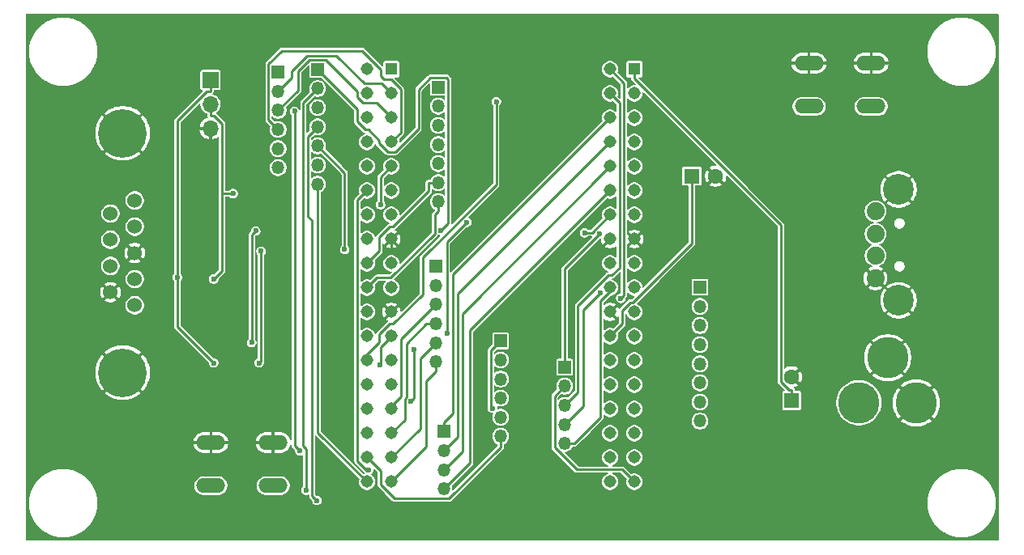
<source format=gbr>
%TF.GenerationSoftware,KiCad,Pcbnew,9.0.0*%
%TF.CreationDate,2025-04-10T12:41:04-04:00*%
%TF.ProjectId,PocketBeagle2Cape_rev1,506f636b-6574-4426-9561-676c65324361,rev?*%
%TF.SameCoordinates,Original*%
%TF.FileFunction,Copper,L2,Bot*%
%TF.FilePolarity,Positive*%
%FSLAX46Y46*%
G04 Gerber Fmt 4.6, Leading zero omitted, Abs format (unit mm)*
G04 Created by KiCad (PCBNEW 9.0.0) date 2025-04-10 12:41:04*
%MOMM*%
%LPD*%
G01*
G04 APERTURE LIST*
%TA.AperFunction,ComponentPad*%
%ADD10R,1.350000X1.350000*%
%TD*%
%TA.AperFunction,ComponentPad*%
%ADD11O,1.350000X1.350000*%
%TD*%
%TA.AperFunction,ComponentPad*%
%ADD12C,1.879600*%
%TD*%
%TA.AperFunction,ComponentPad*%
%ADD13C,3.216000*%
%TD*%
%TA.AperFunction,ComponentPad*%
%ADD14O,3.048000X1.524000*%
%TD*%
%TA.AperFunction,ComponentPad*%
%ADD15R,1.600000X1.600000*%
%TD*%
%TA.AperFunction,ComponentPad*%
%ADD16C,1.600000*%
%TD*%
%TA.AperFunction,ComponentPad*%
%ADD17C,4.318000*%
%TD*%
%TA.AperFunction,ComponentPad*%
%ADD18R,1.700000X1.700000*%
%TD*%
%TA.AperFunction,ComponentPad*%
%ADD19O,1.700000X1.700000*%
%TD*%
%TA.AperFunction,ComponentPad*%
%ADD20C,1.524000*%
%TD*%
%TA.AperFunction,ComponentPad*%
%ADD21C,5.080000*%
%TD*%
%TA.AperFunction,ComponentPad*%
%ADD22R,1.308000X1.308000*%
%TD*%
%TA.AperFunction,ComponentPad*%
%ADD23C,1.308000*%
%TD*%
%TA.AperFunction,ViaPad*%
%ADD24C,0.600000*%
%TD*%
%TA.AperFunction,Conductor*%
%ADD25C,0.250000*%
%TD*%
G04 APERTURE END LIST*
D10*
%TO.P,P8,1,Pin_1*%
%TO.N,Net-(P8-Pin_1)*%
X119475000Y-83525000D03*
D11*
%TO.P,P8,2,Pin_2*%
%TO.N,Net-(P8-Pin_2)*%
X119475000Y-85525000D03*
%TO.P,P8,3,Pin_3*%
%TO.N,Net-(P8-Pin_3)*%
X119475000Y-87525000D03*
%TO.P,P8,4,Pin_4*%
%TO.N,Net-(P8-Pin_4)*%
X119475000Y-89525000D03*
%TO.P,P8,5,Pin_5*%
%TO.N,Net-(P8-Pin_5)*%
X119475000Y-91525000D03*
%TO.P,P8,6,Pin_6*%
%TO.N,Net-(P8-Pin_6)*%
X119475000Y-93525000D03*
%TD*%
D10*
%TO.P,P9,1,Pin_1*%
%TO.N,Net-(P9-Pin_1)*%
X136210000Y-85100000D03*
D11*
%TO.P,P9,2,Pin_2*%
%TO.N,Net-(P9-Pin_2)*%
X136210000Y-87100000D03*
%TO.P,P9,3,Pin_3*%
%TO.N,Net-(P9-Pin_3)*%
X136210000Y-89100000D03*
%TO.P,P9,4,Pin_4*%
%TO.N,Net-(P9-Pin_4)*%
X136210000Y-91100000D03*
%TO.P,P9,5,Pin_5*%
%TO.N,Net-(P9-Pin_5)*%
X136210000Y-93100000D03*
%TO.P,P9,6,Pin_6*%
%TO.N,Net-(P9-Pin_6)*%
X136210000Y-95100000D03*
%TO.P,P9,7,Pin_7*%
%TO.N,Net-(P9-Pin_7)*%
X136210000Y-97100000D03*
%TD*%
D10*
%TO.P,P3,1,Pin_1*%
%TO.N,/LCD_RD*%
X149410000Y-114400000D03*
D11*
%TO.P,P3,2,Pin_2*%
%TO.N,/LCD_WR*%
X149410000Y-116400000D03*
%TO.P,P3,3,Pin_3*%
%TO.N,/LCD_RS*%
X149410000Y-118400000D03*
%TO.P,P3,4,Pin_4*%
%TO.N,/LCD_CS*%
X149410000Y-120400000D03*
%TO.P,P3,5,Pin_5*%
%TO.N,/LCD_RST*%
X149410000Y-122400000D03*
%TD*%
D12*
%TO.P,P1,D+,D-*%
%TO.N,/USB1.D+*%
X181910200Y-102727000D03*
%TO.P,P1,D-,D+*%
%TO.N,/USB1.D-*%
X181910200Y-100473000D03*
D13*
%TO.P,P1,GND,VBUS*%
%TO.N,GND*%
X184310200Y-107400000D03*
X184310200Y-95800000D03*
D12*
X181910200Y-105100000D03*
%TO.P,P1,VBUS,GND*%
%TO.N,Net-(P1-GND)*%
X181910200Y-98100000D03*
%TD*%
D14*
%TO.P,S1,1,S*%
%TO.N,GND*%
X112448800Y-122289400D03*
%TO.P,S1,2,S1*%
X118951200Y-122289400D03*
%TO.P,S1,3,P*%
%TO.N,Net-(S1-P)*%
X112448800Y-126810600D03*
%TO.P,S1,4,P1*%
X118951200Y-126810600D03*
%TD*%
D10*
%TO.P,P7,1,Pin_1*%
%TO.N,Net-(P7-Pin_1)*%
X135950000Y-103850000D03*
D11*
%TO.P,P7,2,Pin_2*%
%TO.N,Net-(P7-Pin_2)*%
X135950000Y-105850000D03*
%TO.P,P7,3,Pin_3*%
%TO.N,Net-(P7-Pin_3)*%
X135950000Y-107850000D03*
%TO.P,P7,4,Pin_4*%
%TO.N,Net-(P7-Pin_4)*%
X135950000Y-109850000D03*
%TO.P,P7,5,Pin_5*%
%TO.N,Net-(P7-Pin_5)*%
X135950000Y-111850000D03*
%TO.P,P7,6,Pin_6*%
%TO.N,Net-(P7-Pin_6)*%
X135950000Y-113850000D03*
%TD*%
D15*
%TO.P,C5,1*%
%TO.N,Net-(U1A-VIN_5V)*%
X173150000Y-117900000D03*
D16*
%TO.P,C5,2*%
%TO.N,GND*%
X173150000Y-115400000D03*
%TD*%
D17*
%TO.P,P2,GND,GND*%
%TO.N,GND*%
X186171100Y-118128700D03*
%TO.P,P2,GNDBREAK,GNDBREAK*%
X183171100Y-113428700D03*
%TO.P,P2,PWR,PWR*%
%TO.N,Net-(U1A-VIN_5V)*%
X180171100Y-118128700D03*
%TD*%
D10*
%TO.P,P10,1,Pin_1*%
%TO.N,Net-(P10-Pin_1)*%
X142730000Y-111650000D03*
D11*
%TO.P,P10,2,Pin_2*%
%TO.N,Net-(P10-Pin_2)*%
X142730000Y-113650000D03*
%TO.P,P10,3,Pin_3*%
%TO.N,Net-(P10-Pin_3)*%
X142730000Y-115650000D03*
%TO.P,P10,4,Pin_4*%
%TO.N,Net-(P10-Pin_4)*%
X142730000Y-117650000D03*
%TO.P,P10,5,Pin_5*%
%TO.N,Net-(P10-Pin_5)*%
X142730000Y-119650000D03*
%TO.P,P10,6,Pin_6*%
%TO.N,Net-(P10-Pin_6)*%
X142730000Y-121650000D03*
%TD*%
D18*
%TO.P,P11,1,Pin_1*%
%TO.N,Net-(P11-Pin_1)*%
X112400000Y-84350000D03*
D19*
%TO.P,P11,2,Pin_2*%
%TO.N,+3V3*%
X112400000Y-86890000D03*
%TO.P,P11,3,Pin_3*%
%TO.N,GND*%
X112400000Y-89430000D03*
%TD*%
D10*
%TO.P,P4,1,Pin_1*%
%TO.N,Net-(P4-Pin_1)*%
X163550000Y-106050000D03*
D11*
%TO.P,P4,2,Pin_2*%
%TO.N,Net-(P4-Pin_2)*%
X163550000Y-108050000D03*
%TO.P,P4,3,Pin_3*%
%TO.N,Net-(P4-Pin_3)*%
X163550000Y-110050000D03*
%TO.P,P4,4,Pin_4*%
%TO.N,Net-(P4-Pin_4)*%
X163550000Y-112050000D03*
%TO.P,P4,5,Pin_5*%
%TO.N,Net-(P4-Pin_5)*%
X163550000Y-114050000D03*
%TO.P,P4,6,Pin_6*%
%TO.N,Net-(P4-Pin_6)*%
X163550000Y-116050000D03*
%TO.P,P4,7,Pin_7*%
%TO.N,Net-(P4-Pin_7)*%
X163550000Y-118050000D03*
%TO.P,P4,8,Pin_8*%
%TO.N,Net-(P4-Pin_8)*%
X163550000Y-120050000D03*
%TD*%
D10*
%TO.P,P5,1,Pin_1*%
%TO.N,/SPI2.CS*%
X136800000Y-121150000D03*
D11*
%TO.P,P5,2,Pin_2*%
%TO.N,/SPI2.CLK*%
X136800000Y-123150000D03*
%TO.P,P5,3,Pin_3*%
%TO.N,/SPI2.MISO*%
X136800000Y-125150000D03*
%TO.P,P5,4,Pin_4*%
%TO.N,/SPI2.MOSI*%
X136800000Y-127150000D03*
%TD*%
D15*
%TO.P,C9,1*%
%TO.N,Net-(P11-Pin_1)*%
X162700000Y-94400000D03*
D16*
%TO.P,C9,2*%
%TO.N,GND*%
X165200000Y-94400000D03*
%TD*%
D14*
%TO.P,S2,1,S*%
%TO.N,GND*%
X174948800Y-82589400D03*
%TO.P,S2,2,S1*%
X181451200Y-82589400D03*
%TO.P,S2,3,P*%
%TO.N,Net-(S2-P)*%
X174948800Y-87110600D03*
%TO.P,S2,4,P1*%
X181451200Y-87110600D03*
%TD*%
D10*
%TO.P,P6,1,Pin_1*%
%TO.N,Net-(P6-Pin_1)*%
X123600000Y-83250000D03*
D11*
%TO.P,P6,2,Pin_2*%
%TO.N,Net-(P6-Pin_2)*%
X123600000Y-85250000D03*
%TO.P,P6,3,Pin_3*%
%TO.N,Net-(P6-Pin_3)*%
X123600000Y-87250000D03*
%TO.P,P6,4,Pin_4*%
%TO.N,Net-(P6-Pin_4)*%
X123600000Y-89250000D03*
%TO.P,P6,5,Pin_5*%
%TO.N,/AIN.VREF+*%
X123600000Y-91250000D03*
%TO.P,P6,6,Pin_6*%
%TO.N,Net-(P6-Pin_6)*%
X123600000Y-93250000D03*
%TO.P,P6,7,Pin_7*%
%TO.N,Net-(P6-Pin_7)*%
X123600000Y-95250000D03*
%TD*%
D20*
%TO.P,P12,1,1*%
%TO.N,unconnected-(P12-Pad1)*%
X104491100Y-107936400D03*
%TO.P,P12,2,2*%
%TO.N,Net-(U2-CANL)*%
X104491100Y-105193200D03*
%TO.P,P12,3,3*%
%TO.N,GND*%
X104491100Y-102450000D03*
%TO.P,P12,4,4*%
%TO.N,Net-(U3-CANL)*%
X104491100Y-99706800D03*
%TO.P,P12,5,5*%
%TO.N,unconnected-(P12-Pad5)*%
X104491100Y-96963600D03*
%TO.P,P12,6,6*%
%TO.N,GND*%
X101951100Y-106564800D03*
%TO.P,P12,7,7*%
%TO.N,Net-(U2-CANH)*%
X101951100Y-103821600D03*
%TO.P,P12,8,8*%
%TO.N,Net-(U3-CANH)*%
X101951100Y-101078400D03*
%TO.P,P12,9,9*%
%TO.N,unconnected-(P12-Pad9)*%
X101951100Y-98335200D03*
D21*
%TO.P,P12,G1,G1*%
%TO.N,GND*%
X103221100Y-114972200D03*
%TO.P,P12,G2,G2*%
X103221100Y-89927800D03*
%TD*%
D22*
%TO.P,U1,P1.1,VIN_5V*%
%TO.N,Net-(U1A-VIN_5V)*%
X156700000Y-83220000D03*
D23*
%TO.P,U1,P1.2,GPIO1_10/GPIO0_87*%
%TO.N,/LCD_CS*%
X154160000Y-83220000D03*
%TO.P,U1,P1.3,USB1.DRVVBUS*%
%TO.N,Net-(U1A-USB1.DRVVBUS)*%
X156700000Y-85760000D03*
%TO.P,U1,P1.4,GPIO1_12/GPIO0_89*%
%TO.N,/LCD_RS*%
X154160000Y-85760000D03*
%TO.P,U1,P1.5,USB1.VBUS*%
%TO.N,Net-(U1A-USB1.VBUS)*%
X156700000Y-88300000D03*
%TO.P,U1,P1.6,GPIO1_13/GPIO0_78*%
%TO.N,/SPI2.CS*%
X154160000Y-88300000D03*
%TO.P,U1,P1.7,VIN.USB*%
%TO.N,unconnected-(U1A-VIN.USB-PadP1.7)*%
X156700000Y-90840000D03*
%TO.P,U1,P1.8,GPIO1_14*%
%TO.N,/SPI2.CLK*%
X154160000Y-90840000D03*
%TO.P,U1,P1.9,USB1.D-*%
%TO.N,/USB1.D-*%
X156700000Y-93380000D03*
%TO.P,U1,P1.10,GPIO1_30/GPIO1_7*%
%TO.N,/SPI2.MISO*%
X154160000Y-93380000D03*
%TO.P,U1,P1.11,USB1.D+*%
%TO.N,/USB1.D+*%
X156700000Y-95920000D03*
%TO.P,U1,P1.12,GPIO1_8/GPIO0_77*%
%TO.N,/SPI2.MOSI*%
X154160000Y-95920000D03*
%TO.P,U1,P1.13,GPIO0_36*%
%TO.N,/LCD_RD*%
X156700000Y-98460000D03*
%TO.P,U1,P1.14,3.3V*%
%TO.N,+3V3*%
X154160000Y-98460000D03*
%TO.P,U1,P1.15,GND*%
%TO.N,GND*%
X156700000Y-101000000D03*
%TO.P,U1,P1.16,GND*%
X154160000Y-101000000D03*
%TO.P,U1,P1.17,AIN.VREF-*%
%TO.N,Net-(P6-Pin_6)*%
X156700000Y-103540000D03*
%TO.P,U1,P1.18,AIN.VREF+*%
%TO.N,/AIN.VREF+*%
X154160000Y-103540000D03*
%TO.P,U1,P1.19,GPIO1_1*%
%TO.N,Net-(P4-Pin_1)*%
X156700000Y-106080000D03*
%TO.P,U1,P1.20,GPIO0_50*%
%TO.N,/LCD_RST*%
X154160000Y-106080000D03*
%TO.P,U1,P1.21,GPIO1_6*%
%TO.N,Net-(P4-Pin_2)*%
X156700000Y-108620000D03*
%TO.P,U1,P1.22,GND*%
%TO.N,GND*%
X154160000Y-108620000D03*
%TO.P,U1,P1.23,GPIO1_5*%
%TO.N,Net-(P4-Pin_3)*%
X156700000Y-111160000D03*
%TO.P,U1,P1.24,VOUT*%
%TO.N,Net-(P11-Pin_1)*%
X154160000Y-111160000D03*
%TO.P,U1,P1.25,GPIO1_4*%
%TO.N,Net-(P4-Pin_4)*%
X156700000Y-113700000D03*
%TO.P,U1,P1.26,CAN0.TX*%
%TO.N,Net-(U1A-CAN0.TX)*%
X154160000Y-113700000D03*
%TO.P,U1,P1.27,GPIO1_3*%
%TO.N,Net-(P4-Pin_5)*%
X156700000Y-116240000D03*
%TO.P,U1,P1.28,CAN0.RX*%
%TO.N,Net-(U1A-CAN0.RX)*%
X154160000Y-116240000D03*
%TO.P,U1,P1.29,GPIO0_62*%
%TO.N,Net-(P4-Pin_6)*%
X156700000Y-118780000D03*
%TO.P,U1,P1.30,GPIO1_21*%
%TO.N,Net-(P6-Pin_1)*%
X154160000Y-118780000D03*
%TO.P,U1,P1.31,GPIO0_59*%
%TO.N,Net-(P4-Pin_7)*%
X156700000Y-121320000D03*
%TO.P,U1,P1.32,GPIO1_20*%
%TO.N,Net-(P6-Pin_2)*%
X154160000Y-121320000D03*
%TO.P,U1,P1.33,GPIO0_56/GPIO1_29*%
%TO.N,Net-(P4-Pin_8)*%
X156700000Y-123860000D03*
%TO.P,U1,P1.34,GPIO1_2*%
%TO.N,Net-(P6-Pin_3)*%
X154160000Y-123860000D03*
%TO.P,U1,P1.35,GPIO0_88*%
%TO.N,/LCD_WR*%
X156700000Y-126400000D03*
%TO.P,U1,P1.36,GPIO0_55/GPIO1_28*%
%TO.N,Net-(P6-Pin_4)*%
X154160000Y-126400000D03*
D22*
%TO.P,U1,P2.1,GPIO0_86/GPIO1_11*%
%TO.N,Net-(P8-Pin_1)*%
X131300000Y-83220000D03*
D23*
%TO.P,U1,P2.2,GPIO0_45*%
%TO.N,Net-(P9-Pin_1)*%
X128760000Y-83220000D03*
%TO.P,U1,P2.3,GPIO0_85/GPIO1_9*%
%TO.N,Net-(P8-Pin_2)*%
X131300000Y-85760000D03*
%TO.P,U1,P2.4,GPIO0_46*%
%TO.N,Net-(P9-Pin_2)*%
X128760000Y-85760000D03*
%TO.P,U1,P2.5,MCU_GPIO0_5/GPIO01_24*%
%TO.N,Net-(P8-Pin_3)*%
X131300000Y-88300000D03*
%TO.P,U1,P2.6,GPIO0_47*%
%TO.N,Net-(P9-Pin_3)*%
X128760000Y-88300000D03*
%TO.P,U1,P2.7,MCU_GPIO0_6/GPIO1_25*%
%TO.N,Net-(P8-Pin_4)*%
X131300000Y-90840000D03*
%TO.P,U1,P2.8,GPIO0_48*%
%TO.N,Net-(P9-Pin_4)*%
X128760000Y-90840000D03*
%TO.P,U1,P2.9,MCU_GPIO0_16/GPIO1_22*%
%TO.N,Net-(P8-Pin_5)*%
X131300000Y-93380000D03*
%TO.P,U1,P2.10,GPIO0_91*%
%TO.N,Net-(P9-Pin_5)*%
X128760000Y-93380000D03*
%TO.P,U1,P2.11,MCU_GPIO0_15/GPIO1_23*%
%TO.N,Net-(P8-Pin_6)*%
X131300000Y-95920000D03*
%TO.P,U1,P2.12,PWR.BTN*%
%TO.N,Net-(S1-P)*%
X128760000Y-95920000D03*
%TO.P,U1,P2.13,VOUT_SYS*%
%TO.N,unconnected-(U1B-VOUT_SYS-PadP2.13)*%
X131300000Y-98460000D03*
%TO.P,U1,P2.14,VBAT*%
%TO.N,unconnected-(U1B-VBAT-PadP2.14)*%
X128760000Y-98460000D03*
%TO.P,U1,P2.15,GND*%
%TO.N,GND*%
X131300000Y-101000000D03*
%TO.P,U1,P2.16,BAT.TEMP*%
%TO.N,unconnected-(U1B-BAT.TEMP-PadP2.16)*%
X128760000Y-101000000D03*
%TO.P,U1,P2.17,GPIO0_64*%
%TO.N,Net-(P7-Pin_1)*%
X131300000Y-103540000D03*
%TO.P,U1,P2.18,GPIO0_53*%
%TO.N,Net-(P9-Pin_6)*%
X128760000Y-103540000D03*
%TO.P,U1,P2.19,GPIO1_0*%
%TO.N,Net-(P7-Pin_2)*%
X131300000Y-106080000D03*
%TO.P,U1,P2.20,GPIO0_49*%
%TO.N,Net-(P9-Pin_7)*%
X128760000Y-106080000D03*
%TO.P,U1,P2.21,GND*%
%TO.N,GND*%
X131300000Y-108620000D03*
%TO.P,U1,P2.22,GPIO0_63*%
%TO.N,Net-(P10-Pin_1)*%
X128760000Y-108620000D03*
%TO.P,U1,P2.23,3.3V*%
%TO.N,+3V3*%
X131300000Y-111160000D03*
%TO.P,U1,P2.24,GPIO0_51*%
%TO.N,Net-(P10-Pin_2)*%
X128760000Y-111160000D03*
%TO.P,U1,P2.25,CAN1.RX*%
%TO.N,Net-(U1B-CAN1.RX)*%
X131300000Y-113700000D03*
%TO.P,U1,P2.26,nRESET*%
%TO.N,Net-(S2-P)*%
X128760000Y-113700000D03*
%TO.P,U1,P2.27,CAN1.TX*%
%TO.N,Net-(U1B-CAN1.TX)*%
X131300000Y-116240000D03*
%TO.P,U1,P2.28,GPIO0_61*%
%TO.N,Net-(P10-Pin_3)*%
X128760000Y-116240000D03*
%TO.P,U1,P2.29,GPIO0_40/GPIO1_17*%
%TO.N,Net-(P7-Pin_3)*%
X131300000Y-118780000D03*
%TO.P,U1,P2.30,GPIO0_58*%
%TO.N,Net-(P10-Pin_4)*%
X128760000Y-118780000D03*
%TO.P,U1,P2.31,GPIO0_90/GPIO1_15*%
%TO.N,Net-(P7-Pin_4)*%
X131300000Y-121320000D03*
%TO.P,U1,P2.32,GPIO0_57*%
%TO.N,Net-(P10-Pin_5)*%
X128760000Y-121320000D03*
%TO.P,U1,P2.33,GPIO0_52*%
%TO.N,Net-(P7-Pin_5)*%
X131300000Y-123860000D03*
%TO.P,U1,P2.34,GPIO0_60*%
%TO.N,Net-(P10-Pin_6)*%
X128760000Y-123860000D03*
%TO.P,U1,P2.35,GPIO0_54*%
%TO.N,Net-(P7-Pin_6)*%
X131300000Y-126400000D03*
%TO.P,U1,P2.36,GPIO1_16*%
%TO.N,Net-(P6-Pin_7)*%
X128760000Y-126400000D03*
%TD*%
D24*
%TO.N,GND*%
X130050000Y-106900000D03*
X129900000Y-104050000D03*
%TO.N,Net-(P10-Pin_1)*%
X133638100Y-112573600D03*
X133355700Y-117955700D03*
X141871000Y-118696300D03*
%TO.N,/LCD_RD*%
X153086900Y-100433300D03*
%TO.N,Net-(P8-Pin_5)*%
X130179700Y-97391900D03*
%TO.N,/LCD_CS*%
X155276000Y-107195900D03*
X153098800Y-106669200D03*
%TO.N,Net-(U1A-CAN0.TX)*%
X117123100Y-100151800D03*
X116711100Y-111813500D03*
%TO.N,Net-(U1B-CAN1.TX)*%
X117480400Y-113961200D03*
X117682900Y-102264800D03*
%TO.N,Net-(S2-P)*%
X142272300Y-86613600D03*
%TO.N,Net-(S1-P)*%
X128912200Y-125180700D03*
%TO.N,+3V3*%
X112742800Y-105183300D03*
X130098300Y-114138600D03*
X151501200Y-100335400D03*
X114767400Y-96247700D03*
%TO.N,Net-(P11-Pin_1)*%
X108936400Y-105003200D03*
X112742800Y-113959500D03*
%TO.N,Net-(P6-Pin_2)*%
X122404700Y-127277800D03*
%TO.N,Net-(P6-Pin_4)*%
X123513900Y-128351200D03*
%TO.N,Net-(P6-Pin_1)*%
X137108200Y-110840200D03*
X139177400Y-99233300D03*
X136484300Y-100076700D03*
%TO.N,Net-(P6-Pin_3)*%
X121742100Y-123181600D03*
X121190000Y-87616500D03*
%TO.N,/AIN.VREF+*%
X126424600Y-102083100D03*
%TD*%
D25*
%TO.N,GND*%
X130050000Y-107370000D02*
X130050000Y-106900000D01*
X131300000Y-108620000D02*
X130050000Y-107370000D01*
X129900000Y-103554070D02*
X129900000Y-104050000D01*
X131300000Y-102154070D02*
X129900000Y-103554070D01*
X131300000Y-101000000D02*
X131300000Y-102154070D01*
%TO.N,Net-(P9-Pin_7)*%
X136210000Y-97100000D02*
X136210000Y-98101700D01*
X136210000Y-98101700D02*
X135857600Y-98454100D01*
X135857600Y-98454100D02*
X135857600Y-100429100D01*
X135857600Y-100429100D02*
X131236700Y-105050000D01*
X131236700Y-105050000D02*
X129790000Y-105050000D01*
X129790000Y-105050000D02*
X128760000Y-106080000D01*
%TO.N,Net-(P10-Pin_6)*%
X142730000Y-122762500D02*
X142730000Y-121650000D01*
X137322400Y-128170100D02*
X142730000Y-122762500D01*
X131626800Y-128170100D02*
X137322400Y-128170100D01*
X130163800Y-126707100D02*
X131626800Y-128170100D01*
X130163800Y-125263800D02*
X130163800Y-126707100D01*
X128760000Y-123860000D02*
X130163800Y-125263800D01*
%TO.N,Net-(P10-Pin_1)*%
X133638100Y-117673300D02*
X133355700Y-117955700D01*
X133638100Y-112573600D02*
X133638100Y-117673300D01*
X141704100Y-112675900D02*
X142730000Y-111650000D01*
X141704100Y-118529400D02*
X141704100Y-112675900D01*
X141871000Y-118696300D02*
X141704100Y-118529400D01*
%TO.N,Net-(P6-Pin_7)*%
X123600000Y-121240000D02*
X128760000Y-126400000D01*
X123600000Y-95250000D02*
X123600000Y-121240000D01*
%TO.N,/LCD_WR*%
X155430000Y-125130000D02*
X156700000Y-126400000D01*
X150711400Y-125130000D02*
X155430000Y-125130000D01*
X148361100Y-122779700D02*
X150711400Y-125130000D01*
X148361100Y-117448900D02*
X148361100Y-122779700D01*
X149410000Y-116400000D02*
X148361100Y-117448900D01*
%TO.N,/LCD_RD*%
X149410000Y-104110200D02*
X149410000Y-114400000D01*
X153086900Y-100433300D02*
X149410000Y-104110200D01*
%TO.N,/SPI2.MOSI*%
X139520800Y-124429200D02*
X136800000Y-127150000D01*
X139520800Y-110559200D02*
X139520800Y-124429200D01*
X154160000Y-95920000D02*
X139520800Y-110559200D01*
%TO.N,Net-(P9-Pin_6)*%
X135208300Y-95986700D02*
X135208300Y-95100000D01*
X131465000Y-99730000D02*
X135208300Y-95986700D01*
X131120000Y-99730000D02*
X131465000Y-99730000D01*
X130030000Y-100820000D02*
X131120000Y-99730000D01*
X130030000Y-102270000D02*
X130030000Y-100820000D01*
X128760000Y-103540000D02*
X130030000Y-102270000D01*
X136210000Y-95100000D02*
X135208300Y-95100000D01*
%TO.N,Net-(P8-Pin_2)*%
X130275300Y-84735300D02*
X131300000Y-85760000D01*
X128505200Y-84735300D02*
X130275300Y-84735300D01*
X125560800Y-81790900D02*
X128505200Y-84735300D01*
X122490800Y-81790900D02*
X125560800Y-81790900D01*
X120860300Y-83421400D02*
X122490800Y-81790900D01*
X120860300Y-84139700D02*
X120860300Y-83421400D01*
X119475000Y-85525000D02*
X120860300Y-84139700D01*
%TO.N,/LCD_RS*%
X150799700Y-117010300D02*
X149410000Y-118400000D01*
X150799700Y-107982800D02*
X150799700Y-117010300D01*
X153972500Y-104810000D02*
X150799700Y-107982800D01*
X154338500Y-104810000D02*
X153972500Y-104810000D01*
X155155600Y-103992900D02*
X154338500Y-104810000D01*
X155155600Y-86755600D02*
X155155600Y-103992900D01*
X154160000Y-85760000D02*
X155155600Y-86755600D01*
%TO.N,Net-(P8-Pin_3)*%
X121563600Y-85436400D02*
X119475000Y-87525000D01*
X121563600Y-83441800D02*
X121563600Y-85436400D01*
X122757100Y-82248300D02*
X121563600Y-83441800D01*
X124461300Y-82248300D02*
X122757100Y-82248300D01*
X127779300Y-85566300D02*
X124461300Y-82248300D01*
X127779300Y-86166200D02*
X127779300Y-85566300D01*
X128353800Y-86740700D02*
X127779300Y-86166200D01*
X129740700Y-86740700D02*
X128353800Y-86740700D01*
X131300000Y-88300000D02*
X129740700Y-86740700D01*
%TO.N,Net-(P8-Pin_5)*%
X130179700Y-94500300D02*
X131300000Y-93380000D01*
X130179700Y-97391900D02*
X130179700Y-94500300D01*
%TO.N,/SPI2.CLK*%
X138264100Y-121685900D02*
X136800000Y-123150000D01*
X138264100Y-106735900D02*
X138264100Y-121685900D01*
X154160000Y-90840000D02*
X138264100Y-106735900D01*
%TO.N,Net-(P8-Pin_4)*%
X118462300Y-88512300D02*
X119475000Y-89525000D01*
X118462300Y-82682000D02*
X118462300Y-88512300D01*
X119825100Y-81319200D02*
X118462300Y-82682000D01*
X128269900Y-81319200D02*
X119825100Y-81319200D01*
X130189300Y-83238600D02*
X128269900Y-81319200D01*
X130189300Y-83905200D02*
X130189300Y-83238600D01*
X130567700Y-84283600D02*
X130189300Y-83905200D01*
X131286000Y-84283600D02*
X130567700Y-84283600D01*
X132299900Y-85297500D02*
X131286000Y-84283600D01*
X132299900Y-89840100D02*
X132299900Y-85297500D01*
X131300000Y-90840000D02*
X132299900Y-89840100D01*
%TO.N,/SPI2.MISO*%
X138715800Y-108824200D02*
X154160000Y-93380000D01*
X138715800Y-123234200D02*
X138715800Y-108824200D01*
X136800000Y-125150000D02*
X138715800Y-123234200D01*
%TO.N,/SPI2.CS*%
X136800000Y-121150000D02*
X136800000Y-120148300D01*
X137734900Y-104725100D02*
X154160000Y-88300000D01*
X137734900Y-119213400D02*
X137734900Y-104725100D01*
X136800000Y-120148300D02*
X137734900Y-119213400D01*
%TO.N,/LCD_CS*%
X155607300Y-106864600D02*
X155276000Y-107195900D01*
X155607300Y-84667300D02*
X155607300Y-106864600D01*
X154160000Y-83220000D02*
X155607300Y-84667300D01*
X151320700Y-118489300D02*
X149410000Y-120400000D01*
X151320700Y-108447300D02*
X151320700Y-118489300D01*
X153098800Y-106669200D02*
X151320700Y-108447300D01*
%TO.N,Net-(U1A-CAN0.TX)*%
X116711100Y-100563800D02*
X116711100Y-111813500D01*
X117123100Y-100151800D02*
X116711100Y-100563800D01*
%TO.N,Net-(U1B-CAN1.TX)*%
X117682900Y-113758700D02*
X117682900Y-102264800D01*
X117480400Y-113961200D02*
X117682900Y-113758700D01*
%TO.N,Net-(S2-P)*%
X128760000Y-113063300D02*
X128760000Y-113700000D01*
X130030000Y-111793300D02*
X128760000Y-113063300D01*
X130030000Y-110980000D02*
X130030000Y-111793300D01*
X131120000Y-109890000D02*
X130030000Y-110980000D01*
X131494200Y-109890000D02*
X131120000Y-109890000D01*
X134577600Y-106806600D02*
X131494200Y-109890000D01*
X134577600Y-102946900D02*
X134577600Y-106806600D01*
X142272300Y-95252200D02*
X134577600Y-102946900D01*
X142272300Y-86613600D02*
X142272300Y-95252200D01*
%TO.N,Net-(S1-P)*%
X128693800Y-125180700D02*
X128912200Y-125180700D01*
X127751700Y-124238600D02*
X128693800Y-125180700D01*
X127751700Y-96928300D02*
X127751700Y-124238600D01*
X128760000Y-95920000D02*
X127751700Y-96928300D01*
%TO.N,/LCD_RST*%
X149410000Y-122400000D02*
X150411700Y-122400000D01*
X154160000Y-106494300D02*
X154160000Y-106080000D01*
X153135400Y-107518900D02*
X154160000Y-106494300D01*
X153135400Y-119676300D02*
X153135400Y-107518900D01*
X150411700Y-122400000D02*
X153135400Y-119676300D01*
%TO.N,+3V3*%
X112400000Y-86890000D02*
X112400000Y-88066700D01*
X152284600Y-100335400D02*
X151501200Y-100335400D01*
X154160000Y-98460000D02*
X152284600Y-100335400D01*
X114767400Y-96247700D02*
X113616600Y-96247700D01*
X113616600Y-88915600D02*
X113616600Y-96247700D01*
X112767700Y-88066700D02*
X113616600Y-88915600D01*
X112400000Y-88066700D02*
X112767700Y-88066700D01*
X113616600Y-104309500D02*
X112742800Y-105183300D01*
X113616600Y-96247700D02*
X113616600Y-104309500D01*
X131300000Y-111162100D02*
X131300000Y-111160000D01*
X130190900Y-112271200D02*
X131300000Y-111162100D01*
X130190900Y-114046000D02*
X130190900Y-112271200D01*
X130098300Y-114138600D02*
X130190900Y-114046000D01*
%TO.N,Net-(P11-Pin_1)*%
X108936400Y-88622600D02*
X108936400Y-105003200D01*
X112032300Y-85526700D02*
X108936400Y-88622600D01*
X112400000Y-85526700D02*
X112032300Y-85526700D01*
X112400000Y-84350000D02*
X112400000Y-85526700D01*
X108936400Y-110153100D02*
X112742800Y-113959500D01*
X108936400Y-105003200D02*
X108936400Y-110153100D01*
X162700000Y-101493500D02*
X162700000Y-94400000D01*
X156554200Y-107639300D02*
X162700000Y-101493500D01*
X156242900Y-107639300D02*
X156554200Y-107639300D01*
X155430000Y-108452200D02*
X156242900Y-107639300D01*
X155430000Y-109890000D02*
X155430000Y-108452200D01*
X154160000Y-111160000D02*
X155430000Y-109890000D01*
%TO.N,Net-(P7-Pin_5)*%
X134322600Y-113477400D02*
X135950000Y-111850000D01*
X134322600Y-120837400D02*
X134322600Y-113477400D01*
X131300000Y-123860000D02*
X134322600Y-120837400D01*
%TO.N,Net-(P7-Pin_3)*%
X131300000Y-118486400D02*
X131300000Y-118780000D01*
X132340300Y-117446100D02*
X131300000Y-118486400D01*
X132340300Y-111459700D02*
X132340300Y-117446100D01*
X135950000Y-107850000D02*
X132340300Y-111459700D01*
%TO.N,Net-(P7-Pin_4)*%
X132729000Y-119891000D02*
X131300000Y-121320000D01*
X132729000Y-117696200D02*
X132729000Y-119891000D01*
X132868300Y-117556900D02*
X132729000Y-117696200D01*
X132868300Y-111930000D02*
X132868300Y-117556900D01*
X134948300Y-109850000D02*
X132868300Y-111930000D01*
X135950000Y-109850000D02*
X134948300Y-109850000D01*
%TO.N,Net-(P7-Pin_6)*%
X134948300Y-115853400D02*
X135950000Y-114851700D01*
X134948300Y-122751700D02*
X134948300Y-115853400D01*
X131300000Y-126400000D02*
X134948300Y-122751700D01*
X135950000Y-113850000D02*
X135950000Y-114851700D01*
%TO.N,Net-(P6-Pin_2)*%
X122108100Y-86741900D02*
X123600000Y-85250000D01*
X122108100Y-122661300D02*
X122108100Y-86741900D01*
X122404700Y-122957900D02*
X122108100Y-122661300D01*
X122404700Y-127277800D02*
X122404700Y-122957900D01*
%TO.N,Net-(P6-Pin_4)*%
X122573400Y-90276600D02*
X123600000Y-89250000D01*
X122573400Y-98601800D02*
X122573400Y-90276600D01*
X123031400Y-99059800D02*
X122573400Y-98601800D01*
X123031400Y-127868700D02*
X123031400Y-99059800D01*
X123513900Y-128351200D02*
X123031400Y-127868700D01*
%TO.N,Net-(P6-Pin_1)*%
X137108200Y-101302500D02*
X139177400Y-99233300D01*
X137108200Y-110840200D02*
X137108200Y-101302500D01*
X137231800Y-99329200D02*
X136484300Y-100076700D01*
X137231800Y-84271700D02*
X137231800Y-99329200D01*
X137058400Y-84098300D02*
X137231800Y-84271700D01*
X135386500Y-84098300D02*
X137058400Y-84098300D01*
X134138200Y-85346600D02*
X135386500Y-84098300D01*
X134138200Y-89452300D02*
X134138200Y-85346600D01*
X131715500Y-91875000D02*
X134138200Y-89452300D01*
X130916900Y-91875000D02*
X131715500Y-91875000D01*
X130030000Y-90988100D02*
X130916900Y-91875000D01*
X130030000Y-90711000D02*
X130030000Y-90988100D01*
X128889000Y-89570000D02*
X130030000Y-90711000D01*
X128605600Y-89570000D02*
X128889000Y-89570000D01*
X127751900Y-88716300D02*
X128605600Y-89570000D01*
X127751900Y-87401900D02*
X127751900Y-88716300D01*
X123600000Y-83250000D02*
X127751900Y-87401900D01*
%TO.N,Net-(P6-Pin_3)*%
X121190000Y-122629500D02*
X121190000Y-87616500D01*
X121742100Y-123181600D02*
X121190000Y-122629500D01*
%TO.N,/AIN.VREF+*%
X126424600Y-94074600D02*
X126424600Y-102083100D01*
X123600000Y-91250000D02*
X126424600Y-94074600D01*
%TO.N,Net-(U1A-VIN_5V)*%
X172868200Y-116773300D02*
X173150000Y-116773300D01*
X172023300Y-115928400D02*
X172868200Y-116773300D01*
X172023300Y-99524000D02*
X172023300Y-115928400D01*
X156700000Y-84200700D02*
X172023300Y-99524000D01*
X156700000Y-83220000D02*
X156700000Y-84200700D01*
X173150000Y-117900000D02*
X173150000Y-116773300D01*
%TD*%
%TA.AperFunction,Conductor*%
%TO.N,GND*%
G36*
X136250565Y-100519851D02*
G01*
X136250925Y-100519894D01*
X136251048Y-100520051D01*
X136251602Y-100520280D01*
X136291108Y-100543089D01*
X136291111Y-100543090D01*
X136291114Y-100543092D01*
X136291115Y-100543092D01*
X136291117Y-100543093D01*
X136367918Y-100563672D01*
X136405869Y-100592792D01*
X136412112Y-100640218D01*
X136395936Y-100668236D01*
X134317139Y-102747032D01*
X134317132Y-102747041D01*
X134274283Y-102821257D01*
X134272153Y-102829208D01*
X134272152Y-102829212D01*
X134252100Y-102904042D01*
X134252100Y-106645885D01*
X134233794Y-106690079D01*
X132363946Y-108559926D01*
X132319752Y-108578232D01*
X132275558Y-108559926D01*
X132258453Y-108527925D01*
X132221184Y-108340565D01*
X132148968Y-108166218D01*
X132148967Y-108166215D01*
X132076779Y-108058178D01*
X131671500Y-108463457D01*
X131620080Y-108374394D01*
X131545606Y-108299920D01*
X131456540Y-108248498D01*
X131861820Y-107843220D01*
X131861819Y-107843219D01*
X131753784Y-107771032D01*
X131753781Y-107771031D01*
X131579434Y-107698815D01*
X131394355Y-107662000D01*
X131205645Y-107662000D01*
X131020565Y-107698815D01*
X130846218Y-107771031D01*
X130846215Y-107771032D01*
X130738179Y-107843218D01*
X130738178Y-107843219D01*
X131143458Y-108248499D01*
X131054394Y-108299920D01*
X130979920Y-108374394D01*
X130928499Y-108463458D01*
X130523219Y-108058178D01*
X130523218Y-108058179D01*
X130451032Y-108166215D01*
X130451031Y-108166218D01*
X130378815Y-108340565D01*
X130342000Y-108525644D01*
X130342000Y-108714355D01*
X130378815Y-108899434D01*
X130451031Y-109073781D01*
X130451032Y-109073784D01*
X130523219Y-109181819D01*
X130523220Y-109181820D01*
X130928498Y-108776541D01*
X130979920Y-108865606D01*
X131054394Y-108940080D01*
X131143457Y-108991500D01*
X130738178Y-109396779D01*
X130846215Y-109468967D01*
X130846218Y-109468968D01*
X130934100Y-109505370D01*
X130967925Y-109539195D01*
X130967926Y-109587030D01*
X130951296Y-109610187D01*
X130946705Y-109614195D01*
X130920138Y-109629535D01*
X130859535Y-109690138D01*
X130859533Y-109690140D01*
X130858048Y-109691624D01*
X130858041Y-109691631D01*
X129769539Y-110780132D01*
X129769532Y-110780141D01*
X129726684Y-110854355D01*
X129726683Y-110854357D01*
X129726682Y-110854361D01*
X129715319Y-110896769D01*
X129711573Y-110910751D01*
X129706387Y-110930102D01*
X129677266Y-110968051D01*
X129629839Y-110974294D01*
X129591890Y-110945173D01*
X129584718Y-110926115D01*
X129584595Y-110925499D01*
X129581662Y-110910751D01*
X129517248Y-110755242D01*
X129423734Y-110615288D01*
X129304712Y-110496266D01*
X129304711Y-110496265D01*
X129164760Y-110402753D01*
X129164758Y-110402752D01*
X129009247Y-110338337D01*
X128844161Y-110305500D01*
X128675839Y-110305500D01*
X128510752Y-110338337D01*
X128510751Y-110338337D01*
X128355241Y-110402752D01*
X128355239Y-110402753D01*
X128215288Y-110496265D01*
X128215286Y-110496267D01*
X128183894Y-110527660D01*
X128139700Y-110545966D01*
X128095506Y-110527660D01*
X128077200Y-110483466D01*
X128077200Y-109296534D01*
X128095506Y-109252340D01*
X128139700Y-109234034D01*
X128183894Y-109252340D01*
X128215288Y-109283734D01*
X128355242Y-109377248D01*
X128510751Y-109441662D01*
X128675839Y-109474500D01*
X128844161Y-109474500D01*
X129009249Y-109441662D01*
X129164758Y-109377248D01*
X129304712Y-109283734D01*
X129423734Y-109164712D01*
X129517248Y-109024758D01*
X129581662Y-108869249D01*
X129614500Y-108704161D01*
X129614500Y-108535839D01*
X129581662Y-108370751D01*
X129517248Y-108215242D01*
X129423734Y-108075288D01*
X129304712Y-107956266D01*
X129285555Y-107943466D01*
X129248158Y-107918478D01*
X129164760Y-107862753D01*
X129164758Y-107862752D01*
X129009247Y-107798337D01*
X128844161Y-107765500D01*
X128675839Y-107765500D01*
X128510752Y-107798337D01*
X128510751Y-107798337D01*
X128355241Y-107862752D01*
X128355239Y-107862753D01*
X128215288Y-107956265D01*
X128215286Y-107956267D01*
X128183894Y-107987660D01*
X128139700Y-108005966D01*
X128095506Y-107987660D01*
X128077200Y-107943466D01*
X128077200Y-106756534D01*
X128095506Y-106712340D01*
X128139700Y-106694034D01*
X128183894Y-106712340D01*
X128215288Y-106743734D01*
X128355242Y-106837248D01*
X128510751Y-106901662D01*
X128675839Y-106934500D01*
X128844161Y-106934500D01*
X129009249Y-106901662D01*
X129164758Y-106837248D01*
X129304712Y-106743734D01*
X129423734Y-106624712D01*
X129517248Y-106484758D01*
X129581662Y-106329249D01*
X129614500Y-106164161D01*
X129614500Y-105995839D01*
X129581662Y-105830751D01*
X129564812Y-105790074D01*
X129564812Y-105742241D01*
X129578358Y-105721967D01*
X129906521Y-105393806D01*
X129950715Y-105375500D01*
X130645166Y-105375500D01*
X130689360Y-105393806D01*
X130707666Y-105438000D01*
X130689360Y-105482194D01*
X130636267Y-105535286D01*
X130636265Y-105535288D01*
X130542753Y-105675239D01*
X130542752Y-105675241D01*
X130478337Y-105830751D01*
X130478337Y-105830752D01*
X130445500Y-105995838D01*
X130445500Y-106164161D01*
X130478337Y-106329247D01*
X130478337Y-106329248D01*
X130542752Y-106484758D01*
X130542753Y-106484760D01*
X130626191Y-106609634D01*
X130636266Y-106624712D01*
X130755288Y-106743734D01*
X130895242Y-106837248D01*
X131050751Y-106901662D01*
X131215839Y-106934500D01*
X131384161Y-106934500D01*
X131549249Y-106901662D01*
X131704758Y-106837248D01*
X131844712Y-106743734D01*
X131963734Y-106624712D01*
X132057248Y-106484758D01*
X132121662Y-106329249D01*
X132154500Y-106164161D01*
X132154500Y-105995839D01*
X132121662Y-105830751D01*
X132057248Y-105675242D01*
X131963734Y-105535288D01*
X131844712Y-105416266D01*
X131844711Y-105416265D01*
X131704760Y-105322753D01*
X131704758Y-105322752D01*
X131685946Y-105314960D01*
X131592841Y-105276394D01*
X131559017Y-105242571D01*
X131559018Y-105194735D01*
X131572563Y-105174462D01*
X136118065Y-100628962D01*
X136119337Y-100626758D01*
X136160918Y-100554738D01*
X136162010Y-100550661D01*
X136165840Y-100543833D01*
X136178918Y-100533535D01*
X136189037Y-100520317D01*
X136197063Y-100519250D01*
X136203425Y-100514242D01*
X136219953Y-100516208D01*
X136236456Y-100514016D01*
X136250565Y-100519851D01*
G37*
%TD.AperFunction*%
%TA.AperFunction,Conductor*%
G36*
X154936780Y-109181820D02*
G01*
X154990033Y-109102121D01*
X155029807Y-109075545D01*
X155076723Y-109084877D01*
X155103299Y-109124651D01*
X155104500Y-109136844D01*
X155104500Y-109729284D01*
X155086194Y-109773478D01*
X154518034Y-110341637D01*
X154473840Y-110359943D01*
X154449924Y-110355186D01*
X154409249Y-110338338D01*
X154409245Y-110338337D01*
X154244161Y-110305500D01*
X154075839Y-110305500D01*
X153910752Y-110338337D01*
X153910751Y-110338337D01*
X153755241Y-110402752D01*
X153755239Y-110402753D01*
X153615288Y-110496265D01*
X153615286Y-110496267D01*
X153567594Y-110543960D01*
X153523400Y-110562266D01*
X153479206Y-110543960D01*
X153460900Y-110499766D01*
X153460900Y-109421981D01*
X153479206Y-109377787D01*
X153523400Y-109359481D01*
X153558123Y-109370014D01*
X153706214Y-109468966D01*
X153706216Y-109468967D01*
X153880563Y-109541184D01*
X154065644Y-109577999D01*
X154065645Y-109578000D01*
X154254355Y-109578000D01*
X154254355Y-109577999D01*
X154439436Y-109541184D01*
X154439437Y-109541184D01*
X154613783Y-109468967D01*
X154613785Y-109468966D01*
X154721820Y-109396780D01*
X154316541Y-108991501D01*
X154405606Y-108940080D01*
X154480080Y-108865606D01*
X154531501Y-108776541D01*
X154936780Y-109181820D01*
G37*
%TD.AperFunction*%
%TA.AperFunction,Conductor*%
G36*
X155263494Y-104433721D02*
G01*
X155281800Y-104477915D01*
X155281800Y-106632900D01*
X155263494Y-106677094D01*
X155219300Y-106695400D01*
X155210108Y-106695400D01*
X155210107Y-106695400D01*
X155210101Y-106695401D01*
X155082817Y-106729506D01*
X155082814Y-106729507D01*
X154968684Y-106795401D01*
X154968680Y-106795404D01*
X154875504Y-106888580D01*
X154875501Y-106888584D01*
X154809607Y-107002714D01*
X154809606Y-107002717D01*
X154775501Y-107130001D01*
X154775500Y-107130009D01*
X154775500Y-107261790D01*
X154775501Y-107261798D01*
X154809606Y-107389082D01*
X154809607Y-107389085D01*
X154815909Y-107400000D01*
X154868968Y-107491901D01*
X154875501Y-107503215D01*
X154875504Y-107503219D01*
X154968680Y-107596395D01*
X154968684Y-107596398D01*
X154968686Y-107596400D01*
X155067979Y-107653727D01*
X155082814Y-107662292D01*
X155082817Y-107662293D01*
X155147465Y-107679615D01*
X155210108Y-107696400D01*
X155210109Y-107696400D01*
X155341891Y-107696400D01*
X155341892Y-107696400D01*
X155469186Y-107662292D01*
X155583314Y-107596400D01*
X155676500Y-107503214D01*
X155742392Y-107389086D01*
X155776500Y-107261792D01*
X155776500Y-107181615D01*
X155794806Y-107137421D01*
X155802226Y-107130001D01*
X155867765Y-107064462D01*
X155910618Y-106990239D01*
X155932800Y-106907453D01*
X155932800Y-106821747D01*
X155932800Y-106672134D01*
X155951106Y-106627940D01*
X155995300Y-106609634D01*
X156039494Y-106627940D01*
X156155288Y-106743734D01*
X156295242Y-106837248D01*
X156450751Y-106901662D01*
X156615839Y-106934500D01*
X156647784Y-106934500D01*
X156691978Y-106952806D01*
X156710284Y-106997000D01*
X156691978Y-107041194D01*
X156437679Y-107295494D01*
X156393485Y-107313800D01*
X156285753Y-107313800D01*
X156200047Y-107313800D01*
X156200046Y-107313800D01*
X156200040Y-107313801D01*
X156117264Y-107335980D01*
X156117255Y-107335984D01*
X156043041Y-107378832D01*
X156043032Y-107378839D01*
X155169539Y-108252332D01*
X155169532Y-108252341D01*
X155160180Y-108268539D01*
X155122229Y-108297658D01*
X155074803Y-108291412D01*
X155048312Y-108261204D01*
X155008968Y-108166218D01*
X155008967Y-108166215D01*
X154936779Y-108058178D01*
X154531500Y-108463457D01*
X154480080Y-108374394D01*
X154405606Y-108299920D01*
X154316541Y-108248498D01*
X154721820Y-107843220D01*
X154721819Y-107843219D01*
X154613784Y-107771032D01*
X154613781Y-107771031D01*
X154439434Y-107698815D01*
X154254355Y-107662000D01*
X154065645Y-107662000D01*
X153880563Y-107698815D01*
X153880562Y-107698815D01*
X153706216Y-107771032D01*
X153706214Y-107771033D01*
X153558123Y-107869985D01*
X153511207Y-107879317D01*
X153471433Y-107852741D01*
X153460900Y-107818018D01*
X153460900Y-107679615D01*
X153479206Y-107635421D01*
X154161821Y-106952806D01*
X154206015Y-106934500D01*
X154244161Y-106934500D01*
X154409249Y-106901662D01*
X154564758Y-106837248D01*
X154704712Y-106743734D01*
X154823734Y-106624712D01*
X154917248Y-106484758D01*
X154981662Y-106329249D01*
X155014500Y-106164161D01*
X155014500Y-105995839D01*
X154981662Y-105830751D01*
X154917248Y-105675242D01*
X154823734Y-105535288D01*
X154704712Y-105416266D01*
X154704711Y-105416265D01*
X154564760Y-105322753D01*
X154564758Y-105322752D01*
X154409248Y-105258337D01*
X154393021Y-105255110D01*
X154353248Y-105228534D01*
X154343916Y-105181617D01*
X154370492Y-105141844D01*
X154389039Y-105133441D01*
X154464135Y-105113319D01*
X154464134Y-105113319D01*
X154464139Y-105113318D01*
X154538362Y-105070465D01*
X155175106Y-104433721D01*
X155219300Y-104415415D01*
X155263494Y-104433721D01*
G37*
%TD.AperFunction*%
%TA.AperFunction,Conductor*%
G36*
X136887994Y-95748538D02*
G01*
X136906300Y-95792732D01*
X136906300Y-96407268D01*
X136887994Y-96451462D01*
X136843800Y-96469768D01*
X136799606Y-96451462D01*
X136768098Y-96419954D01*
X136624707Y-96324143D01*
X136624705Y-96324142D01*
X136465372Y-96258144D01*
X136296229Y-96224500D01*
X136123771Y-96224500D01*
X135954627Y-96258144D01*
X135954626Y-96258144D01*
X135795294Y-96324142D01*
X135795292Y-96324143D01*
X135651901Y-96419954D01*
X135529954Y-96541901D01*
X135434143Y-96685292D01*
X135434142Y-96685294D01*
X135368144Y-96844626D01*
X135368144Y-96844627D01*
X135334500Y-97013770D01*
X135334500Y-97186229D01*
X135368144Y-97355372D01*
X135368144Y-97355373D01*
X135434142Y-97514705D01*
X135434143Y-97514707D01*
X135529954Y-97658098D01*
X135651901Y-97780045D01*
X135795293Y-97875857D01*
X135795294Y-97875857D01*
X135795295Y-97875858D01*
X135803569Y-97879285D01*
X135836311Y-97892847D01*
X135870136Y-97926672D01*
X135870137Y-97974507D01*
X135856588Y-97994784D01*
X135597139Y-98254232D01*
X135597134Y-98254238D01*
X135554282Y-98328458D01*
X135554281Y-98328461D01*
X135545251Y-98362165D01*
X135532101Y-98411240D01*
X135532100Y-98411248D01*
X135532100Y-100268384D01*
X135513794Y-100312578D01*
X132261194Y-103565178D01*
X132217000Y-103583484D01*
X132172806Y-103565178D01*
X132154500Y-103520984D01*
X132154500Y-103455839D01*
X132121662Y-103290751D01*
X132057248Y-103135242D01*
X131963734Y-102995288D01*
X131844712Y-102876266D01*
X131844711Y-102876265D01*
X131704760Y-102782753D01*
X131704758Y-102782752D01*
X131549247Y-102718337D01*
X131384161Y-102685500D01*
X131215839Y-102685500D01*
X131050752Y-102718337D01*
X131050751Y-102718337D01*
X130895241Y-102782752D01*
X130895239Y-102782753D01*
X130755288Y-102876265D01*
X130636265Y-102995288D01*
X130542753Y-103135239D01*
X130542752Y-103135241D01*
X130478337Y-103290751D01*
X130478337Y-103290752D01*
X130445500Y-103455838D01*
X130445500Y-103624161D01*
X130478337Y-103789247D01*
X130478337Y-103789248D01*
X130542752Y-103944758D01*
X130542753Y-103944760D01*
X130621414Y-104062485D01*
X130636266Y-104084712D01*
X130755288Y-104203734D01*
X130895242Y-104297248D01*
X131050751Y-104361662D01*
X131215839Y-104394500D01*
X131280984Y-104394500D01*
X131325178Y-104412806D01*
X131343484Y-104457000D01*
X131325178Y-104501194D01*
X131120179Y-104706194D01*
X131075985Y-104724500D01*
X129832853Y-104724500D01*
X129747147Y-104724500D01*
X129747146Y-104724500D01*
X129747140Y-104724501D01*
X129664364Y-104746680D01*
X129664355Y-104746684D01*
X129590141Y-104789532D01*
X129590132Y-104789539D01*
X129118034Y-105261637D01*
X129073840Y-105279943D01*
X129049924Y-105275186D01*
X129009249Y-105258338D01*
X129009245Y-105258337D01*
X128844161Y-105225500D01*
X128675839Y-105225500D01*
X128510752Y-105258337D01*
X128510751Y-105258337D01*
X128355241Y-105322752D01*
X128355239Y-105322753D01*
X128215288Y-105416265D01*
X128215286Y-105416267D01*
X128183894Y-105447660D01*
X128139700Y-105465966D01*
X128095506Y-105447660D01*
X128077200Y-105403466D01*
X128077200Y-104216534D01*
X128095506Y-104172340D01*
X128139700Y-104154034D01*
X128183894Y-104172340D01*
X128215288Y-104203734D01*
X128355242Y-104297248D01*
X128510751Y-104361662D01*
X128675839Y-104394500D01*
X128844161Y-104394500D01*
X129009249Y-104361662D01*
X129164758Y-104297248D01*
X129304712Y-104203734D01*
X129423734Y-104084712D01*
X129517248Y-103944758D01*
X129581662Y-103789249D01*
X129614500Y-103624161D01*
X129614500Y-103455839D01*
X129581662Y-103290751D01*
X129564812Y-103250074D01*
X129564812Y-103202241D01*
X129578358Y-103181967D01*
X130290465Y-102469862D01*
X130333318Y-102395639D01*
X130355500Y-102312853D01*
X130355500Y-102227147D01*
X130355500Y-101516844D01*
X130373806Y-101472650D01*
X130418000Y-101454344D01*
X130462194Y-101472650D01*
X130469967Y-101482121D01*
X130523219Y-101561819D01*
X130523220Y-101561820D01*
X130928498Y-101156541D01*
X130979920Y-101245606D01*
X131054394Y-101320080D01*
X131143458Y-101371500D01*
X130738178Y-101776779D01*
X130846215Y-101848967D01*
X130846218Y-101848968D01*
X131020565Y-101921184D01*
X131205644Y-101957999D01*
X131205645Y-101958000D01*
X131394355Y-101958000D01*
X131394355Y-101957999D01*
X131579436Y-101921184D01*
X131579437Y-101921184D01*
X131753783Y-101848967D01*
X131753785Y-101848966D01*
X131861820Y-101776780D01*
X131456541Y-101371501D01*
X131545606Y-101320080D01*
X131620080Y-101245606D01*
X131671501Y-101156541D01*
X132076780Y-101561820D01*
X132148966Y-101453785D01*
X132148967Y-101453783D01*
X132221184Y-101279437D01*
X132221184Y-101279436D01*
X132257999Y-101094355D01*
X132258000Y-101094355D01*
X132258000Y-100905645D01*
X132257999Y-100905644D01*
X132221184Y-100720565D01*
X132148968Y-100546218D01*
X132148967Y-100546215D01*
X132076779Y-100438178D01*
X131671500Y-100843457D01*
X131620080Y-100754394D01*
X131545606Y-100679920D01*
X131456541Y-100628498D01*
X131861820Y-100223220D01*
X131861819Y-100223219D01*
X131753784Y-100151032D01*
X131753776Y-100151028D01*
X131657164Y-100111010D01*
X131623339Y-100077186D01*
X131623340Y-100029350D01*
X131649831Y-99999143D01*
X131664862Y-99990465D01*
X135403015Y-96252309D01*
X135403020Y-96252306D01*
X135408160Y-96247165D01*
X135408162Y-96247165D01*
X135468765Y-96186562D01*
X135511618Y-96112338D01*
X135512072Y-96110644D01*
X135513701Y-96104568D01*
X135533800Y-96029558D01*
X135533801Y-96029552D01*
X135533801Y-95940023D01*
X135533800Y-95940005D01*
X135533800Y-95812832D01*
X135552106Y-95768638D01*
X135596300Y-95750332D01*
X135640494Y-95768638D01*
X135651901Y-95780045D01*
X135795295Y-95875858D01*
X135954626Y-95941855D01*
X136123771Y-95975500D01*
X136296229Y-95975500D01*
X136465374Y-95941855D01*
X136624705Y-95875858D01*
X136768099Y-95780045D01*
X136799606Y-95748538D01*
X136843800Y-95730232D01*
X136887994Y-95748538D01*
G37*
%TD.AperFunction*%
%TA.AperFunction,Conductor*%
G36*
X194747294Y-77472406D02*
G01*
X194765600Y-77516600D01*
X194765600Y-132490600D01*
X194747294Y-132534794D01*
X194703100Y-132553100D01*
X93139100Y-132553100D01*
X93094906Y-132534794D01*
X93076600Y-132490600D01*
X93076600Y-128452950D01*
X93425600Y-128452950D01*
X93425600Y-128804249D01*
X93460032Y-129153860D01*
X93528566Y-129498408D01*
X93528570Y-129498423D01*
X93630549Y-129834602D01*
X93630551Y-129834607D01*
X93630553Y-129834613D01*
X93764987Y-130159165D01*
X93930589Y-130468984D01*
X93930589Y-130468985D01*
X93930592Y-130468990D01*
X93930593Y-130468991D01*
X94125768Y-130761092D01*
X94125771Y-130761096D01*
X94125772Y-130761097D01*
X94125774Y-130761100D01*
X94263036Y-130928354D01*
X94348634Y-131032655D01*
X94597045Y-131281066D01*
X94868608Y-131503932D01*
X95160709Y-131699107D01*
X95160711Y-131699108D01*
X95160714Y-131699110D01*
X95207862Y-131724311D01*
X95470533Y-131864712D01*
X95795086Y-131999146D01*
X95795085Y-131999146D01*
X95795088Y-131999147D01*
X95795098Y-131999151D01*
X96131277Y-132101130D01*
X96131286Y-132101131D01*
X96131291Y-132101133D01*
X96223240Y-132119422D01*
X96475832Y-132169666D01*
X96475837Y-132169666D01*
X96475840Y-132169667D01*
X96475838Y-132169667D01*
X96653928Y-132187206D01*
X96825447Y-132204100D01*
X96825451Y-132204100D01*
X97176749Y-132204100D01*
X97176753Y-132204100D01*
X97404020Y-132181716D01*
X97526360Y-132169667D01*
X97526362Y-132169666D01*
X97526368Y-132169666D01*
X97870923Y-132101130D01*
X98207102Y-131999151D01*
X98531667Y-131864712D01*
X98841491Y-131699107D01*
X99133592Y-131503932D01*
X99405155Y-131281066D01*
X99653566Y-131032655D01*
X99876432Y-130761092D01*
X100071607Y-130468991D01*
X100237212Y-130159167D01*
X100371651Y-129834602D01*
X100473630Y-129498423D01*
X100542166Y-129153868D01*
X100576600Y-128804253D01*
X100576600Y-128452947D01*
X100542166Y-128103332D01*
X100478269Y-127782100D01*
X100473633Y-127758791D01*
X100473631Y-127758786D01*
X100473630Y-127758777D01*
X100371651Y-127422598D01*
X100237212Y-127098033D01*
X100071607Y-126788209D01*
X100023226Y-126715801D01*
X110724300Y-126715801D01*
X110724300Y-126905398D01*
X110761287Y-127091349D01*
X110833842Y-127266512D01*
X110833845Y-127266516D01*
X110938135Y-127422598D01*
X110939178Y-127424158D01*
X111073242Y-127558222D01*
X111230885Y-127663556D01*
X111230886Y-127663556D01*
X111230887Y-127663557D01*
X111282189Y-127684807D01*
X111406049Y-127736112D01*
X111592002Y-127773100D01*
X113305598Y-127773100D01*
X113491551Y-127736112D01*
X113666715Y-127663556D01*
X113824358Y-127558222D01*
X113958422Y-127424158D01*
X114063756Y-127266515D01*
X114136312Y-127091351D01*
X114173300Y-126905398D01*
X114173300Y-126715802D01*
X114173300Y-126715801D01*
X117226700Y-126715801D01*
X117226700Y-126905398D01*
X117263687Y-127091349D01*
X117336242Y-127266512D01*
X117336245Y-127266516D01*
X117440535Y-127422598D01*
X117441578Y-127424158D01*
X117575642Y-127558222D01*
X117733285Y-127663556D01*
X117733286Y-127663556D01*
X117733287Y-127663557D01*
X117784589Y-127684807D01*
X117908449Y-127736112D01*
X118094402Y-127773100D01*
X119807998Y-127773100D01*
X119993951Y-127736112D01*
X120169115Y-127663556D01*
X120326758Y-127558222D01*
X120460822Y-127424158D01*
X120566156Y-127266515D01*
X120638712Y-127091351D01*
X120675700Y-126905398D01*
X120675700Y-126715802D01*
X120638712Y-126529849D01*
X120574216Y-126374143D01*
X120566157Y-126354687D01*
X120566156Y-126354686D01*
X120566156Y-126354685D01*
X120460822Y-126197042D01*
X120326758Y-126062978D01*
X120295308Y-126041964D01*
X120220315Y-125991855D01*
X120169115Y-125957644D01*
X120169114Y-125957643D01*
X120169112Y-125957642D01*
X119993949Y-125885087D01*
X119807998Y-125848100D01*
X118094402Y-125848100D01*
X117908450Y-125885087D01*
X117733287Y-125957642D01*
X117733283Y-125957645D01*
X117575642Y-126062977D01*
X117441577Y-126197042D01*
X117336245Y-126354683D01*
X117336242Y-126354687D01*
X117263687Y-126529850D01*
X117226700Y-126715801D01*
X114173300Y-126715801D01*
X114136312Y-126529849D01*
X114071816Y-126374143D01*
X114063757Y-126354687D01*
X114063756Y-126354686D01*
X114063756Y-126354685D01*
X113958422Y-126197042D01*
X113824358Y-126062978D01*
X113792908Y-126041964D01*
X113717915Y-125991855D01*
X113666715Y-125957644D01*
X113666714Y-125957643D01*
X113666712Y-125957642D01*
X113491549Y-125885087D01*
X113305598Y-125848100D01*
X111592002Y-125848100D01*
X111406050Y-125885087D01*
X111230887Y-125957642D01*
X111230883Y-125957645D01*
X111073242Y-126062977D01*
X110939177Y-126197042D01*
X110833845Y-126354683D01*
X110833842Y-126354687D01*
X110761287Y-126529850D01*
X110724300Y-126715801D01*
X100023226Y-126715801D01*
X99876432Y-126496108D01*
X99866627Y-126484161D01*
X99653570Y-126224550D01*
X99653564Y-126224543D01*
X99405156Y-125976135D01*
X99405149Y-125976129D01*
X99133600Y-125753274D01*
X99133597Y-125753272D01*
X99133596Y-125753271D01*
X99133592Y-125753268D01*
X98841491Y-125558093D01*
X98841490Y-125558092D01*
X98841485Y-125558089D01*
X98531665Y-125392487D01*
X98207113Y-125258053D01*
X98207114Y-125258053D01*
X98207105Y-125258050D01*
X98207102Y-125258049D01*
X98024701Y-125202718D01*
X97870924Y-125156070D01*
X97870908Y-125156066D01*
X97526359Y-125087532D01*
X97526361Y-125087532D01*
X97257554Y-125061058D01*
X97176753Y-125053100D01*
X96825447Y-125053100D01*
X96744645Y-125061058D01*
X96475839Y-125087532D01*
X96131291Y-125156066D01*
X96131275Y-125156070D01*
X95959345Y-125208225D01*
X95795098Y-125258049D01*
X95795094Y-125258050D01*
X95795086Y-125258053D01*
X95470534Y-125392487D01*
X95160715Y-125558089D01*
X95160714Y-125558089D01*
X94868602Y-125753272D01*
X94868599Y-125753274D01*
X94597050Y-125976129D01*
X94597043Y-125976135D01*
X94348635Y-126224543D01*
X94348629Y-126224550D01*
X94125774Y-126496099D01*
X94125772Y-126496102D01*
X93930589Y-126788214D01*
X93930589Y-126788215D01*
X93764987Y-127098034D01*
X93630553Y-127422586D01*
X93528570Y-127758775D01*
X93528566Y-127758791D01*
X93460032Y-128103339D01*
X93439578Y-128311027D01*
X93427805Y-128430565D01*
X93425600Y-128452950D01*
X93076600Y-128452950D01*
X93076600Y-122137399D01*
X110630150Y-122137399D01*
X110630151Y-122137400D01*
X111963608Y-122137400D01*
X111940800Y-122222520D01*
X111940800Y-122356280D01*
X111963608Y-122441400D01*
X110630151Y-122441400D01*
X110661765Y-122600339D01*
X110661766Y-122600342D01*
X110742123Y-122794340D01*
X110742124Y-122794342D01*
X110858783Y-122968934D01*
X111007265Y-123117416D01*
X111181857Y-123234075D01*
X111181859Y-123234076D01*
X111375860Y-123314434D01*
X111581807Y-123355399D01*
X111581808Y-123355400D01*
X112296800Y-123355400D01*
X112296800Y-122774592D01*
X112381920Y-122797400D01*
X112515680Y-122797400D01*
X112600800Y-122774592D01*
X112600800Y-123355400D01*
X113315792Y-123355400D01*
X113315792Y-123355399D01*
X113521739Y-123314434D01*
X113521740Y-123314434D01*
X113715740Y-123234076D01*
X113715742Y-123234075D01*
X113890334Y-123117416D01*
X114038816Y-122968934D01*
X114155475Y-122794342D01*
X114155476Y-122794340D01*
X114235833Y-122600342D01*
X114235834Y-122600339D01*
X114267449Y-122441400D01*
X112933992Y-122441400D01*
X112956800Y-122356280D01*
X112956800Y-122222520D01*
X112933992Y-122137400D01*
X114267449Y-122137400D01*
X114267449Y-122137399D01*
X117132550Y-122137399D01*
X117132551Y-122137400D01*
X118466008Y-122137400D01*
X118443200Y-122222520D01*
X118443200Y-122356280D01*
X118466008Y-122441400D01*
X117132551Y-122441400D01*
X117164165Y-122600339D01*
X117164166Y-122600342D01*
X117244523Y-122794340D01*
X117244524Y-122794342D01*
X117361183Y-122968934D01*
X117509665Y-123117416D01*
X117684257Y-123234075D01*
X117684259Y-123234076D01*
X117878260Y-123314434D01*
X118084207Y-123355399D01*
X118084208Y-123355400D01*
X118799200Y-123355400D01*
X118799200Y-122774592D01*
X118884320Y-122797400D01*
X119018080Y-122797400D01*
X119103200Y-122774592D01*
X119103200Y-123355400D01*
X119818192Y-123355400D01*
X119818192Y-123355399D01*
X120024139Y-123314434D01*
X120024140Y-123314434D01*
X120218140Y-123234076D01*
X120218142Y-123234075D01*
X120392734Y-123117416D01*
X120541216Y-122968934D01*
X120657875Y-122794342D01*
X120657876Y-122794340D01*
X120738234Y-122600340D01*
X120738234Y-122600339D01*
X120740701Y-122587939D01*
X120767277Y-122548165D01*
X120814193Y-122538833D01*
X120853967Y-122565409D01*
X120864500Y-122600132D01*
X120864500Y-122672351D01*
X120864501Y-122672359D01*
X120886680Y-122755135D01*
X120886684Y-122755144D01*
X120929532Y-122829358D01*
X120929539Y-122829367D01*
X121223294Y-123123121D01*
X121241600Y-123167315D01*
X121241600Y-123247490D01*
X121241601Y-123247498D01*
X121275706Y-123374782D01*
X121275707Y-123374785D01*
X121275708Y-123374786D01*
X121322159Y-123455242D01*
X121341601Y-123488915D01*
X121341604Y-123488919D01*
X121434780Y-123582095D01*
X121434784Y-123582098D01*
X121434786Y-123582100D01*
X121538373Y-123641906D01*
X121548914Y-123647992D01*
X121548917Y-123647993D01*
X121626812Y-123668864D01*
X121676208Y-123682100D01*
X121676209Y-123682100D01*
X121807991Y-123682100D01*
X121807992Y-123682100D01*
X121935286Y-123647992D01*
X121985450Y-123619030D01*
X122032876Y-123612786D01*
X122070826Y-123641906D01*
X122079200Y-123673156D01*
X122079200Y-126869597D01*
X122060894Y-126913791D01*
X122004204Y-126970480D01*
X122004201Y-126970484D01*
X121938307Y-127084614D01*
X121938306Y-127084617D01*
X121904201Y-127211901D01*
X121904200Y-127211909D01*
X121904200Y-127343690D01*
X121904201Y-127343698D01*
X121938306Y-127470982D01*
X121938307Y-127470985D01*
X122004201Y-127585115D01*
X122004204Y-127585119D01*
X122097380Y-127678295D01*
X122097384Y-127678298D01*
X122097386Y-127678300D01*
X122186434Y-127729712D01*
X122211514Y-127744192D01*
X122211517Y-127744193D01*
X122241322Y-127752179D01*
X122338808Y-127778300D01*
X122338809Y-127778300D01*
X122470591Y-127778300D01*
X122470592Y-127778300D01*
X122597886Y-127744192D01*
X122612149Y-127735956D01*
X122659574Y-127729712D01*
X122697526Y-127758831D01*
X122705900Y-127790083D01*
X122705900Y-127911551D01*
X122705901Y-127911559D01*
X122728080Y-127994335D01*
X122728084Y-127994344D01*
X122770932Y-128068558D01*
X122770939Y-128068567D01*
X122995094Y-128292721D01*
X123013400Y-128336915D01*
X123013400Y-128417090D01*
X123013401Y-128417098D01*
X123047506Y-128544382D01*
X123047507Y-128544385D01*
X123113401Y-128658515D01*
X123113404Y-128658519D01*
X123206580Y-128751695D01*
X123206584Y-128751698D01*
X123206586Y-128751700D01*
X123320714Y-128817592D01*
X123320717Y-128817593D01*
X123398612Y-128838464D01*
X123448008Y-128851700D01*
X123448009Y-128851700D01*
X123579791Y-128851700D01*
X123579792Y-128851700D01*
X123707086Y-128817592D01*
X123821214Y-128751700D01*
X123914400Y-128658514D01*
X123980292Y-128544386D01*
X124014400Y-128417092D01*
X124014400Y-128285308D01*
X123980292Y-128158014D01*
X123914400Y-128043886D01*
X123914398Y-128043884D01*
X123914395Y-128043880D01*
X123821219Y-127950704D01*
X123821215Y-127950701D01*
X123821214Y-127950700D01*
X123753406Y-127911551D01*
X123707085Y-127884807D01*
X123707082Y-127884806D01*
X123579798Y-127850701D01*
X123579793Y-127850700D01*
X123579792Y-127850700D01*
X123579791Y-127850700D01*
X123499615Y-127850700D01*
X123455421Y-127832394D01*
X123375206Y-127752179D01*
X123356900Y-127707985D01*
X123356900Y-121608115D01*
X123375206Y-121563921D01*
X123419400Y-121545615D01*
X123463594Y-121563921D01*
X127941637Y-126041964D01*
X127959943Y-126086158D01*
X127955186Y-126110075D01*
X127938338Y-126150750D01*
X127905500Y-126315838D01*
X127905500Y-126484161D01*
X127938337Y-126649247D01*
X127938337Y-126649248D01*
X128002752Y-126804758D01*
X128002753Y-126804760D01*
X128075605Y-126913791D01*
X128096266Y-126944712D01*
X128215288Y-127063734D01*
X128355242Y-127157248D01*
X128510751Y-127221662D01*
X128675839Y-127254500D01*
X128844161Y-127254500D01*
X129009249Y-127221662D01*
X129164758Y-127157248D01*
X129304712Y-127063734D01*
X129423734Y-126944712D01*
X129517248Y-126804758D01*
X129581662Y-126649249D01*
X129614500Y-126484161D01*
X129614500Y-126315839D01*
X129581662Y-126150751D01*
X129517248Y-125995242D01*
X129423734Y-125855288D01*
X129304712Y-125736266D01*
X129262555Y-125708098D01*
X129223668Y-125682114D01*
X129197092Y-125642340D01*
X129206424Y-125595424D01*
X129216832Y-125584312D01*
X129216617Y-125584097D01*
X129312695Y-125488019D01*
X129312700Y-125488014D01*
X129378592Y-125373886D01*
X129412700Y-125246592D01*
X129412700Y-125123915D01*
X129431006Y-125079721D01*
X129475200Y-125061415D01*
X129519394Y-125079721D01*
X129819994Y-125380321D01*
X129838300Y-125424515D01*
X129838300Y-126749951D01*
X129838301Y-126749959D01*
X129860480Y-126832735D01*
X129860484Y-126832744D01*
X129903332Y-126906958D01*
X129903339Y-126906967D01*
X130659927Y-127663554D01*
X131366334Y-128369961D01*
X131366335Y-128369962D01*
X131426938Y-128430565D01*
X131478905Y-128460568D01*
X131501162Y-128473418D01*
X131501165Y-128473419D01*
X131551821Y-128486992D01*
X131583947Y-128495600D01*
X131583948Y-128495600D01*
X137365252Y-128495600D01*
X137365253Y-128495600D01*
X137448039Y-128473418D01*
X137483490Y-128452950D01*
X187325600Y-128452950D01*
X187325600Y-128804249D01*
X187360032Y-129153860D01*
X187428566Y-129498408D01*
X187428570Y-129498423D01*
X187530549Y-129834602D01*
X187530551Y-129834607D01*
X187530553Y-129834613D01*
X187664987Y-130159165D01*
X187830589Y-130468984D01*
X187830589Y-130468985D01*
X187830592Y-130468990D01*
X187830593Y-130468991D01*
X188025768Y-130761092D01*
X188025771Y-130761096D01*
X188025772Y-130761097D01*
X188025774Y-130761100D01*
X188163036Y-130928354D01*
X188248634Y-131032655D01*
X188497045Y-131281066D01*
X188768608Y-131503932D01*
X189060709Y-131699107D01*
X189060711Y-131699108D01*
X189060714Y-131699110D01*
X189107862Y-131724311D01*
X189370533Y-131864712D01*
X189695086Y-131999146D01*
X189695085Y-131999146D01*
X189695088Y-131999147D01*
X189695098Y-131999151D01*
X190031277Y-132101130D01*
X190031286Y-132101131D01*
X190031291Y-132101133D01*
X190123240Y-132119422D01*
X190375832Y-132169666D01*
X190375837Y-132169666D01*
X190375840Y-132169667D01*
X190375838Y-132169667D01*
X190553928Y-132187206D01*
X190725447Y-132204100D01*
X190725451Y-132204100D01*
X191076749Y-132204100D01*
X191076753Y-132204100D01*
X191304020Y-132181716D01*
X191426360Y-132169667D01*
X191426362Y-132169666D01*
X191426368Y-132169666D01*
X191770923Y-132101130D01*
X192107102Y-131999151D01*
X192431667Y-131864712D01*
X192741491Y-131699107D01*
X193033592Y-131503932D01*
X193305155Y-131281066D01*
X193553566Y-131032655D01*
X193776432Y-130761092D01*
X193971607Y-130468991D01*
X194137212Y-130159167D01*
X194271651Y-129834602D01*
X194373630Y-129498423D01*
X194442166Y-129153868D01*
X194476600Y-128804253D01*
X194476600Y-128452947D01*
X194442166Y-128103332D01*
X194378269Y-127782100D01*
X194373633Y-127758791D01*
X194373631Y-127758786D01*
X194373630Y-127758777D01*
X194271651Y-127422598D01*
X194137212Y-127098033D01*
X193971607Y-126788209D01*
X193776432Y-126496108D01*
X193766627Y-126484161D01*
X193553570Y-126224550D01*
X193553564Y-126224543D01*
X193305156Y-125976135D01*
X193305149Y-125976129D01*
X193033600Y-125753274D01*
X193033597Y-125753272D01*
X193033596Y-125753271D01*
X193033592Y-125753268D01*
X192741491Y-125558093D01*
X192741490Y-125558092D01*
X192741485Y-125558089D01*
X192431665Y-125392487D01*
X192107113Y-125258053D01*
X192107114Y-125258053D01*
X192107105Y-125258050D01*
X192107102Y-125258049D01*
X191924701Y-125202718D01*
X191770924Y-125156070D01*
X191770908Y-125156066D01*
X191426359Y-125087532D01*
X191426361Y-125087532D01*
X191157554Y-125061058D01*
X191076753Y-125053100D01*
X190725447Y-125053100D01*
X190644645Y-125061058D01*
X190375839Y-125087532D01*
X190031291Y-125156066D01*
X190031275Y-125156070D01*
X189859345Y-125208225D01*
X189695098Y-125258049D01*
X189695094Y-125258050D01*
X189695086Y-125258053D01*
X189370534Y-125392487D01*
X189060715Y-125558089D01*
X189060714Y-125558089D01*
X188768602Y-125753272D01*
X188768599Y-125753274D01*
X188497050Y-125976129D01*
X188497043Y-125976135D01*
X188248635Y-126224543D01*
X188248629Y-126224550D01*
X188025774Y-126496099D01*
X188025772Y-126496102D01*
X187830589Y-126788214D01*
X187830589Y-126788215D01*
X187664987Y-127098034D01*
X187530553Y-127422586D01*
X187428570Y-127758775D01*
X187428566Y-127758791D01*
X187360032Y-128103339D01*
X187339578Y-128311027D01*
X187327805Y-128430565D01*
X187325600Y-128452950D01*
X137483490Y-128452950D01*
X137522262Y-128430565D01*
X137522267Y-128430560D01*
X137545609Y-128407219D01*
X142990460Y-122962367D01*
X142990465Y-122962362D01*
X143033318Y-122888139D01*
X143055500Y-122805353D01*
X143055500Y-122719647D01*
X143055500Y-122504568D01*
X143073806Y-122460374D01*
X143094082Y-122446826D01*
X143144705Y-122425858D01*
X143288099Y-122330045D01*
X143410045Y-122208099D01*
X143505858Y-122064705D01*
X143571855Y-121905374D01*
X143605500Y-121736229D01*
X143605500Y-121563771D01*
X143571855Y-121394626D01*
X143505858Y-121235295D01*
X143410045Y-121091901D01*
X143288099Y-120969955D01*
X143288098Y-120969954D01*
X143144707Y-120874143D01*
X143144705Y-120874142D01*
X142985372Y-120808144D01*
X142816229Y-120774500D01*
X142643771Y-120774500D01*
X142474627Y-120808144D01*
X142474626Y-120808144D01*
X142315294Y-120874142D01*
X142315292Y-120874143D01*
X142171901Y-120969954D01*
X142049954Y-121091901D01*
X141954143Y-121235292D01*
X141954142Y-121235294D01*
X141888144Y-121394626D01*
X141888144Y-121394627D01*
X141854500Y-121563770D01*
X141854500Y-121736229D01*
X141888144Y-121905372D01*
X141888144Y-121905373D01*
X141954142Y-122064705D01*
X141954143Y-122064707D01*
X142049954Y-122208098D01*
X142171901Y-122330045D01*
X142315293Y-122425857D01*
X142315299Y-122425860D01*
X142339246Y-122435778D01*
X142365916Y-122446825D01*
X142374707Y-122455616D01*
X142386194Y-122460374D01*
X142390951Y-122471858D01*
X142399742Y-122480649D01*
X142404500Y-122504568D01*
X142404500Y-122601784D01*
X142386194Y-122645978D01*
X137782194Y-127249978D01*
X137738000Y-127268284D01*
X137693806Y-127249978D01*
X137675500Y-127205784D01*
X137675500Y-127063771D01*
X137641855Y-126894626D01*
X137620885Y-126844002D01*
X137620885Y-126796167D01*
X137634431Y-126775894D01*
X139781265Y-124629062D01*
X139824118Y-124554839D01*
X139846300Y-124472053D01*
X139846300Y-124386347D01*
X139846300Y-118630408D01*
X141370500Y-118630408D01*
X141370500Y-118633717D01*
X141370500Y-118762190D01*
X141370501Y-118762198D01*
X141404606Y-118889482D01*
X141404607Y-118889485D01*
X141410966Y-118900499D01*
X141451066Y-118969954D01*
X141470501Y-119003615D01*
X141470504Y-119003619D01*
X141563680Y-119096795D01*
X141563684Y-119096798D01*
X141563686Y-119096800D01*
X141677814Y-119162692D01*
X141677817Y-119162693D01*
X141752762Y-119182774D01*
X141805108Y-119196800D01*
X141805109Y-119196800D01*
X141876549Y-119196800D01*
X141920743Y-119215106D01*
X141939049Y-119259300D01*
X141934291Y-119283217D01*
X141898365Y-119369954D01*
X141888144Y-119394629D01*
X141854500Y-119563770D01*
X141854500Y-119736229D01*
X141888144Y-119905372D01*
X141888144Y-119905373D01*
X141954142Y-120064705D01*
X141954143Y-120064707D01*
X142007544Y-120144627D01*
X142049955Y-120208099D01*
X142171901Y-120330045D01*
X142315295Y-120425858D01*
X142474626Y-120491855D01*
X142643771Y-120525500D01*
X142816229Y-120525500D01*
X142985374Y-120491855D01*
X143144705Y-120425858D01*
X143288099Y-120330045D01*
X143410045Y-120208099D01*
X143505858Y-120064705D01*
X143571855Y-119905374D01*
X143605500Y-119736229D01*
X143605500Y-119563771D01*
X143571855Y-119394626D01*
X143505858Y-119235295D01*
X143410045Y-119091901D01*
X143288099Y-118969955D01*
X143288098Y-118969954D01*
X143144707Y-118874143D01*
X143144705Y-118874142D01*
X142985372Y-118808144D01*
X142816229Y-118774500D01*
X142643771Y-118774500D01*
X142474625Y-118808145D01*
X142474618Y-118808147D01*
X142457916Y-118815065D01*
X142410080Y-118815064D01*
X142376257Y-118781238D01*
X142371500Y-118757322D01*
X142371500Y-118630409D01*
X142371499Y-118630403D01*
X142357006Y-118576317D01*
X142349667Y-118548925D01*
X142355910Y-118501500D01*
X142393860Y-118472380D01*
X142433953Y-118475007D01*
X142474626Y-118491855D01*
X142643771Y-118525500D01*
X142816229Y-118525500D01*
X142985374Y-118491855D01*
X143144705Y-118425858D01*
X143288099Y-118330045D01*
X143410045Y-118208099D01*
X143505858Y-118064705D01*
X143571855Y-117905374D01*
X143605500Y-117736229D01*
X143605500Y-117563771D01*
X143571855Y-117394626D01*
X143505858Y-117235295D01*
X143410045Y-117091901D01*
X143288099Y-116969955D01*
X143275248Y-116961368D01*
X143144707Y-116874143D01*
X143144705Y-116874142D01*
X142985372Y-116808144D01*
X142816229Y-116774500D01*
X142643771Y-116774500D01*
X142474627Y-116808144D01*
X142474626Y-116808144D01*
X142315294Y-116874142D01*
X142315292Y-116874143D01*
X142171901Y-116969954D01*
X142171899Y-116969956D01*
X142136294Y-117005562D01*
X142092100Y-117023868D01*
X142047906Y-117005562D01*
X142029600Y-116961368D01*
X142029600Y-116338632D01*
X142047906Y-116294438D01*
X142092100Y-116276132D01*
X142136294Y-116294438D01*
X142171901Y-116330045D01*
X142315295Y-116425858D01*
X142474626Y-116491855D01*
X142643771Y-116525500D01*
X142816229Y-116525500D01*
X142985374Y-116491855D01*
X143144705Y-116425858D01*
X143288099Y-116330045D01*
X143410045Y-116208099D01*
X143505858Y-116064705D01*
X143571855Y-115905374D01*
X143605500Y-115736229D01*
X143605500Y-115563771D01*
X143571855Y-115394626D01*
X143505858Y-115235295D01*
X143410045Y-115091901D01*
X143288099Y-114969955D01*
X143275248Y-114961368D01*
X143144707Y-114874143D01*
X143144705Y-114874142D01*
X142985372Y-114808144D01*
X142816229Y-114774500D01*
X142643771Y-114774500D01*
X142474627Y-114808144D01*
X142474626Y-114808144D01*
X142315294Y-114874142D01*
X142315292Y-114874143D01*
X142171901Y-114969954D01*
X142171899Y-114969956D01*
X142136294Y-115005562D01*
X142092100Y-115023868D01*
X142047906Y-115005562D01*
X142029600Y-114961368D01*
X142029600Y-114338632D01*
X142047906Y-114294438D01*
X142092100Y-114276132D01*
X142136294Y-114294438D01*
X142171901Y-114330045D01*
X142315295Y-114425858D01*
X142474626Y-114491855D01*
X142643771Y-114525500D01*
X142816229Y-114525500D01*
X142985374Y-114491855D01*
X143144705Y-114425858D01*
X143288099Y-114330045D01*
X143410045Y-114208099D01*
X143505858Y-114064705D01*
X143571855Y-113905374D01*
X143605500Y-113736229D01*
X143605500Y-113563771D01*
X143571855Y-113394626D01*
X143505858Y-113235295D01*
X143410045Y-113091901D01*
X143288099Y-112969955D01*
X143275248Y-112961368D01*
X143144707Y-112874143D01*
X143144705Y-112874142D01*
X142985372Y-112808144D01*
X142816229Y-112774500D01*
X142643771Y-112774500D01*
X142474627Y-112808144D01*
X142474626Y-112808144D01*
X142315294Y-112874142D01*
X142315292Y-112874143D01*
X142171901Y-112969954D01*
X142171899Y-112969956D01*
X142136294Y-113005562D01*
X142092100Y-113023868D01*
X142047906Y-113005562D01*
X142029600Y-112961368D01*
X142029600Y-112836614D01*
X142047906Y-112792420D01*
X142296521Y-112543806D01*
X142340715Y-112525500D01*
X143424748Y-112525500D01*
X143483231Y-112513867D01*
X143549552Y-112469552D01*
X143593867Y-112403231D01*
X143605500Y-112344748D01*
X143605500Y-110955252D01*
X143593867Y-110896769D01*
X143576032Y-110870077D01*
X143549552Y-110830447D01*
X143483232Y-110786133D01*
X143483230Y-110786132D01*
X143424748Y-110774500D01*
X142035252Y-110774500D01*
X141976769Y-110786132D01*
X141976767Y-110786133D01*
X141910447Y-110830447D01*
X141866133Y-110896767D01*
X141866132Y-110896769D01*
X141854500Y-110955251D01*
X141854500Y-112039284D01*
X141836194Y-112083478D01*
X141443639Y-112476032D01*
X141443632Y-112476041D01*
X141400784Y-112550255D01*
X141400783Y-112550257D01*
X141400782Y-112550261D01*
X141388339Y-112596700D01*
X141388339Y-112596701D01*
X141378600Y-112633042D01*
X141378600Y-118572251D01*
X141379135Y-118576317D01*
X141378004Y-118576465D01*
X141378006Y-118598292D01*
X141378406Y-118600818D01*
X141378212Y-118601625D01*
X141370500Y-118630408D01*
X139846300Y-118630408D01*
X139846300Y-110719914D01*
X139864605Y-110675721D01*
X153801965Y-96738360D01*
X153846158Y-96720055D01*
X153870072Y-96724812D01*
X153910751Y-96741662D01*
X154075839Y-96774500D01*
X154244161Y-96774500D01*
X154409249Y-96741662D01*
X154564758Y-96677248D01*
X154704712Y-96583734D01*
X154723406Y-96565040D01*
X154767600Y-96546734D01*
X154811794Y-96565040D01*
X154830100Y-96609234D01*
X154830100Y-97770766D01*
X154811794Y-97814960D01*
X154767600Y-97833266D01*
X154723406Y-97814960D01*
X154704711Y-97796265D01*
X154564760Y-97702753D01*
X154564758Y-97702752D01*
X154409247Y-97638337D01*
X154244161Y-97605500D01*
X154075839Y-97605500D01*
X153910752Y-97638337D01*
X153910751Y-97638337D01*
X153755241Y-97702752D01*
X153755239Y-97702753D01*
X153615288Y-97796265D01*
X153496265Y-97915288D01*
X153402753Y-98055239D01*
X153402752Y-98055241D01*
X153338337Y-98210751D01*
X153338337Y-98210752D01*
X153305500Y-98375838D01*
X153305500Y-98544161D01*
X153336029Y-98697644D01*
X153338338Y-98709249D01*
X153349369Y-98735879D01*
X153355186Y-98749923D01*
X153355185Y-98797758D01*
X153341637Y-98818034D01*
X152168079Y-99991594D01*
X152123885Y-100009900D01*
X151909402Y-100009900D01*
X151865208Y-99991594D01*
X151808514Y-99934900D01*
X151718893Y-99883157D01*
X151694385Y-99869007D01*
X151694382Y-99869006D01*
X151567098Y-99834901D01*
X151567093Y-99834900D01*
X151567092Y-99834900D01*
X151435308Y-99834900D01*
X151435307Y-99834900D01*
X151435301Y-99834901D01*
X151308017Y-99869006D01*
X151308014Y-99869007D01*
X151193884Y-99934901D01*
X151193880Y-99934904D01*
X151100704Y-100028080D01*
X151100701Y-100028084D01*
X151034807Y-100142214D01*
X151034806Y-100142217D01*
X151000701Y-100269501D01*
X151000700Y-100269509D01*
X151000700Y-100401290D01*
X151000701Y-100401298D01*
X151034806Y-100528582D01*
X151034807Y-100528585D01*
X151054527Y-100562741D01*
X151094694Y-100632312D01*
X151100701Y-100642715D01*
X151100704Y-100642719D01*
X151193880Y-100735895D01*
X151193884Y-100735898D01*
X151193886Y-100735900D01*
X151300838Y-100797649D01*
X151308014Y-100801792D01*
X151308017Y-100801793D01*
X151331369Y-100808050D01*
X151435308Y-100835900D01*
X151435309Y-100835900D01*
X151567091Y-100835900D01*
X151567092Y-100835900D01*
X151694386Y-100801792D01*
X151808514Y-100735900D01*
X151865208Y-100679205D01*
X151909401Y-100660900D01*
X152248084Y-100660900D01*
X152292278Y-100679206D01*
X152310584Y-100723400D01*
X152292278Y-100767594D01*
X149149539Y-103910332D01*
X149149532Y-103910341D01*
X149106684Y-103984555D01*
X149106680Y-103984564D01*
X149089406Y-104049032D01*
X149089407Y-104049033D01*
X149084500Y-104067346D01*
X149084500Y-113462000D01*
X149066194Y-113506194D01*
X149022000Y-113524500D01*
X148715252Y-113524500D01*
X148656769Y-113536132D01*
X148656767Y-113536133D01*
X148590447Y-113580447D01*
X148546133Y-113646767D01*
X148546132Y-113646769D01*
X148534500Y-113705251D01*
X148534500Y-115094748D01*
X148546132Y-115153230D01*
X148546133Y-115153232D01*
X148590447Y-115219552D01*
X148656767Y-115263866D01*
X148656769Y-115263867D01*
X148715252Y-115275500D01*
X150104748Y-115275500D01*
X150163231Y-115263867D01*
X150229552Y-115219552D01*
X150273867Y-115153231D01*
X150285500Y-115094748D01*
X150285500Y-113705252D01*
X150273867Y-113646769D01*
X150268084Y-113638114D01*
X150229552Y-113580447D01*
X150163232Y-113536133D01*
X150163230Y-113536132D01*
X150104748Y-113524500D01*
X149798000Y-113524500D01*
X149753806Y-113506194D01*
X149735500Y-113462000D01*
X149735500Y-104270915D01*
X149753806Y-104226721D01*
X153028421Y-100952106D01*
X153072615Y-100933800D01*
X153139500Y-100933800D01*
X153183694Y-100952106D01*
X153202000Y-100996300D01*
X153202000Y-101094355D01*
X153238815Y-101279434D01*
X153311031Y-101453781D01*
X153311032Y-101453784D01*
X153383219Y-101561819D01*
X153383220Y-101561820D01*
X153788498Y-101156541D01*
X153839920Y-101245606D01*
X153914394Y-101320080D01*
X154003457Y-101371500D01*
X153598178Y-101776779D01*
X153706215Y-101848967D01*
X153706218Y-101848968D01*
X153880565Y-101921184D01*
X154065644Y-101957999D01*
X154065645Y-101958000D01*
X154254355Y-101958000D01*
X154254355Y-101957999D01*
X154439436Y-101921184D01*
X154439437Y-101921184D01*
X154613783Y-101848967D01*
X154613785Y-101848966D01*
X154732877Y-101769392D01*
X154779793Y-101760060D01*
X154819567Y-101786636D01*
X154830100Y-101821359D01*
X154830100Y-102850766D01*
X154811794Y-102894960D01*
X154767600Y-102913266D01*
X154723406Y-102894960D01*
X154704711Y-102876265D01*
X154564760Y-102782753D01*
X154564758Y-102782752D01*
X154409247Y-102718337D01*
X154244161Y-102685500D01*
X154075839Y-102685500D01*
X153910752Y-102718337D01*
X153910751Y-102718337D01*
X153755241Y-102782752D01*
X153755239Y-102782753D01*
X153615288Y-102876265D01*
X153496265Y-102995288D01*
X153402753Y-103135239D01*
X153402752Y-103135241D01*
X153338337Y-103290751D01*
X153338337Y-103290752D01*
X153305500Y-103455838D01*
X153305500Y-103624161D01*
X153338337Y-103789247D01*
X153338337Y-103789248D01*
X153402752Y-103944758D01*
X153402753Y-103944760D01*
X153481414Y-104062485D01*
X153496266Y-104084712D01*
X153615288Y-104203734D01*
X153755242Y-104297248D01*
X153910751Y-104361662D01*
X153917397Y-104362984D01*
X153921811Y-104363862D01*
X153961585Y-104390437D01*
X153970918Y-104437353D01*
X153944343Y-104477127D01*
X153925795Y-104485531D01*
X153846868Y-104506679D01*
X153846851Y-104506686D01*
X153837777Y-104511926D01*
X153772641Y-104549532D01*
X153772637Y-104549535D01*
X153752951Y-104569222D01*
X153712035Y-104610138D01*
X153712033Y-104610140D01*
X150539239Y-107782932D01*
X150539232Y-107782941D01*
X150496383Y-107857157D01*
X150494253Y-107865108D01*
X150494252Y-107865112D01*
X150474200Y-107939942D01*
X150474200Y-116849584D01*
X150455894Y-116893778D01*
X149784107Y-117565564D01*
X149739913Y-117583870D01*
X149715995Y-117579112D01*
X149665382Y-117558147D01*
X149665374Y-117558145D01*
X149496229Y-117524500D01*
X149323771Y-117524500D01*
X149154627Y-117558144D01*
X149154626Y-117558144D01*
X148995294Y-117624142D01*
X148995292Y-117624143D01*
X148851901Y-117719954D01*
X148851899Y-117719956D01*
X148793294Y-117778562D01*
X148749100Y-117796868D01*
X148704906Y-117778562D01*
X148686600Y-117734368D01*
X148686600Y-117609614D01*
X148704906Y-117565420D01*
X148864286Y-117406040D01*
X149035892Y-117234433D01*
X149080085Y-117216128D01*
X149104001Y-117220885D01*
X149154626Y-117241855D01*
X149323771Y-117275500D01*
X149496229Y-117275500D01*
X149665374Y-117241855D01*
X149824705Y-117175858D01*
X149968099Y-117080045D01*
X150090045Y-116958099D01*
X150185858Y-116814705D01*
X150251855Y-116655374D01*
X150285500Y-116486229D01*
X150285500Y-116313771D01*
X150251855Y-116144626D01*
X150185858Y-115985295D01*
X150090045Y-115841901D01*
X149968099Y-115719955D01*
X149968098Y-115719954D01*
X149824707Y-115624143D01*
X149824705Y-115624142D01*
X149665372Y-115558144D01*
X149496229Y-115524500D01*
X149323771Y-115524500D01*
X149154627Y-115558144D01*
X149154626Y-115558144D01*
X148995294Y-115624142D01*
X148995292Y-115624143D01*
X148851901Y-115719954D01*
X148729954Y-115841901D01*
X148634143Y-115985292D01*
X148634142Y-115985294D01*
X148568144Y-116144626D01*
X148568144Y-116144627D01*
X148534500Y-116313770D01*
X148534500Y-116486229D01*
X148568145Y-116655374D01*
X148568147Y-116655382D01*
X148589112Y-116705995D01*
X148589112Y-116753831D01*
X148575564Y-116774107D01*
X148100639Y-117249032D01*
X148100632Y-117249041D01*
X148057784Y-117323255D01*
X148057781Y-117323263D01*
X148038659Y-117394627D01*
X148035601Y-117406040D01*
X148035600Y-117406049D01*
X148035600Y-122822551D01*
X148035601Y-122822559D01*
X148057780Y-122905335D01*
X148057784Y-122905344D01*
X148100632Y-122979558D01*
X148100639Y-122979567D01*
X150511532Y-125390460D01*
X150511541Y-125390467D01*
X150585755Y-125433315D01*
X150585758Y-125433316D01*
X150585761Y-125433318D01*
X150585762Y-125433318D01*
X150585764Y-125433319D01*
X150636418Y-125446891D01*
X150668547Y-125455500D01*
X150754253Y-125455500D01*
X153894353Y-125455500D01*
X153938547Y-125473806D01*
X153956853Y-125518000D01*
X153938547Y-125562194D01*
X153913585Y-125577156D01*
X153913588Y-125577163D01*
X153913547Y-125577179D01*
X153912501Y-125577807D01*
X153910752Y-125578337D01*
X153755241Y-125642752D01*
X153755239Y-125642753D01*
X153615288Y-125736265D01*
X153496265Y-125855288D01*
X153402753Y-125995239D01*
X153402752Y-125995241D01*
X153338337Y-126150751D01*
X153338337Y-126150752D01*
X153305500Y-126315838D01*
X153305500Y-126484161D01*
X153338337Y-126649247D01*
X153338337Y-126649248D01*
X153402752Y-126804758D01*
X153402753Y-126804760D01*
X153475605Y-126913791D01*
X153496266Y-126944712D01*
X153615288Y-127063734D01*
X153755242Y-127157248D01*
X153910751Y-127221662D01*
X154075839Y-127254500D01*
X154244161Y-127254500D01*
X154409249Y-127221662D01*
X154564758Y-127157248D01*
X154704712Y-127063734D01*
X154823734Y-126944712D01*
X154917248Y-126804758D01*
X154981662Y-126649249D01*
X155014500Y-126484161D01*
X155014500Y-126315839D01*
X154981662Y-126150751D01*
X154917248Y-125995242D01*
X154823734Y-125855288D01*
X154704712Y-125736266D01*
X154662557Y-125708099D01*
X154564760Y-125642753D01*
X154564758Y-125642752D01*
X154409247Y-125578337D01*
X154407499Y-125577807D01*
X154407022Y-125577415D01*
X154406412Y-125577163D01*
X154406488Y-125576977D01*
X154370524Y-125547458D01*
X154365840Y-125499852D01*
X154396189Y-125462877D01*
X154425647Y-125455500D01*
X155269285Y-125455500D01*
X155313479Y-125473806D01*
X155881637Y-126041964D01*
X155899943Y-126086158D01*
X155895186Y-126110075D01*
X155878338Y-126150750D01*
X155845500Y-126315838D01*
X155845500Y-126484161D01*
X155878337Y-126649247D01*
X155878337Y-126649248D01*
X155942752Y-126804758D01*
X155942753Y-126804760D01*
X156015605Y-126913791D01*
X156036266Y-126944712D01*
X156155288Y-127063734D01*
X156295242Y-127157248D01*
X156450751Y-127221662D01*
X156615839Y-127254500D01*
X156784161Y-127254500D01*
X156949249Y-127221662D01*
X157104758Y-127157248D01*
X157244712Y-127063734D01*
X157363734Y-126944712D01*
X157457248Y-126804758D01*
X157521662Y-126649249D01*
X157554500Y-126484161D01*
X157554500Y-126315839D01*
X157521662Y-126150751D01*
X157457248Y-125995242D01*
X157363734Y-125855288D01*
X157244712Y-125736266D01*
X157202557Y-125708099D01*
X157104760Y-125642753D01*
X157104758Y-125642752D01*
X156949247Y-125578337D01*
X156784161Y-125545500D01*
X156615839Y-125545500D01*
X156450750Y-125578338D01*
X156410075Y-125595186D01*
X156362240Y-125595185D01*
X156341964Y-125581637D01*
X155629867Y-124869539D01*
X155629858Y-124869532D01*
X155555644Y-124826684D01*
X155555635Y-124826680D01*
X155472859Y-124804501D01*
X155472854Y-124804500D01*
X155472853Y-124804500D01*
X155472852Y-124804500D01*
X154425647Y-124804500D01*
X154381453Y-124786194D01*
X154363147Y-124742000D01*
X154381453Y-124697806D01*
X154406414Y-124682843D01*
X154406412Y-124682837D01*
X154406452Y-124682820D01*
X154407499Y-124682193D01*
X154409243Y-124681663D01*
X154409249Y-124681662D01*
X154564758Y-124617248D01*
X154704712Y-124523734D01*
X154823734Y-124404712D01*
X154917248Y-124264758D01*
X154981662Y-124109249D01*
X155014500Y-123944161D01*
X155014500Y-123775839D01*
X155014500Y-123775838D01*
X155845500Y-123775838D01*
X155845500Y-123944161D01*
X155878337Y-124109247D01*
X155878337Y-124109248D01*
X155942752Y-124264758D01*
X155942753Y-124264760D01*
X156023995Y-124386347D01*
X156036266Y-124404712D01*
X156155288Y-124523734D01*
X156295242Y-124617248D01*
X156450751Y-124681662D01*
X156615839Y-124714500D01*
X156784161Y-124714500D01*
X156949249Y-124681662D01*
X157104758Y-124617248D01*
X157244712Y-124523734D01*
X157363734Y-124404712D01*
X157457248Y-124264758D01*
X157521662Y-124109249D01*
X157554500Y-123944161D01*
X157554500Y-123775839D01*
X157521662Y-123610751D01*
X157457248Y-123455242D01*
X157363734Y-123315288D01*
X157244712Y-123196266D01*
X157244711Y-123196265D01*
X157104760Y-123102753D01*
X157104758Y-123102752D01*
X156949247Y-123038337D01*
X156784161Y-123005500D01*
X156615839Y-123005500D01*
X156450752Y-123038337D01*
X156450751Y-123038337D01*
X156295241Y-123102752D01*
X156295239Y-123102753D01*
X156155288Y-123196265D01*
X156036265Y-123315288D01*
X155942753Y-123455239D01*
X155942752Y-123455241D01*
X155878337Y-123610751D01*
X155878337Y-123610752D01*
X155845500Y-123775838D01*
X155014500Y-123775838D01*
X154981662Y-123610751D01*
X154917248Y-123455242D01*
X154823734Y-123315288D01*
X154704712Y-123196266D01*
X154704711Y-123196265D01*
X154564760Y-123102753D01*
X154564758Y-123102752D01*
X154409247Y-123038337D01*
X154244161Y-123005500D01*
X154075839Y-123005500D01*
X153910752Y-123038337D01*
X153910751Y-123038337D01*
X153755241Y-123102752D01*
X153755239Y-123102753D01*
X153615288Y-123196265D01*
X153496265Y-123315288D01*
X153402753Y-123455239D01*
X153402752Y-123455241D01*
X153338337Y-123610751D01*
X153338337Y-123610752D01*
X153305500Y-123775838D01*
X153305500Y-123944161D01*
X153338337Y-124109247D01*
X153338337Y-124109248D01*
X153402752Y-124264758D01*
X153402753Y-124264760D01*
X153483995Y-124386347D01*
X153496266Y-124404712D01*
X153615288Y-124523734D01*
X153755242Y-124617248D01*
X153910751Y-124681662D01*
X153910753Y-124681662D01*
X153912501Y-124682193D01*
X153912977Y-124682584D01*
X153913588Y-124682837D01*
X153913511Y-124683022D01*
X153949476Y-124712542D01*
X153954160Y-124760148D01*
X153923811Y-124797123D01*
X153894353Y-124804500D01*
X150872115Y-124804500D01*
X150827921Y-124786194D01*
X149423921Y-123382194D01*
X149405615Y-123338000D01*
X149423921Y-123293806D01*
X149468115Y-123275500D01*
X149496229Y-123275500D01*
X149665374Y-123241855D01*
X149824705Y-123175858D01*
X149968099Y-123080045D01*
X150090045Y-122958099D01*
X150185858Y-122814705D01*
X150206827Y-122764082D01*
X150240652Y-122730257D01*
X150264569Y-122725500D01*
X150454552Y-122725500D01*
X150454553Y-122725500D01*
X150537339Y-122703318D01*
X150611562Y-122660465D01*
X151337993Y-121934034D01*
X152036190Y-121235838D01*
X153305500Y-121235838D01*
X153305500Y-121404161D01*
X153338337Y-121569247D01*
X153338337Y-121569248D01*
X153402752Y-121724758D01*
X153402753Y-121724760D01*
X153496265Y-121864711D01*
X153496266Y-121864712D01*
X153615288Y-121983734D01*
X153755242Y-122077248D01*
X153910751Y-122141662D01*
X154075839Y-122174500D01*
X154244161Y-122174500D01*
X154409249Y-122141662D01*
X154564758Y-122077248D01*
X154704712Y-121983734D01*
X154823734Y-121864712D01*
X154917248Y-121724758D01*
X154981662Y-121569249D01*
X155014500Y-121404161D01*
X155014500Y-121235839D01*
X155014500Y-121235838D01*
X155845500Y-121235838D01*
X155845500Y-121404161D01*
X155878337Y-121569247D01*
X155878337Y-121569248D01*
X155942752Y-121724758D01*
X155942753Y-121724760D01*
X156036265Y-121864711D01*
X156036266Y-121864712D01*
X156155288Y-121983734D01*
X156295242Y-122077248D01*
X156450751Y-122141662D01*
X156615839Y-122174500D01*
X156784161Y-122174500D01*
X156949249Y-122141662D01*
X157104758Y-122077248D01*
X157244712Y-121983734D01*
X157363734Y-121864712D01*
X157457248Y-121724758D01*
X157521662Y-121569249D01*
X157554500Y-121404161D01*
X157554500Y-121235839D01*
X157521662Y-121070751D01*
X157457248Y-120915242D01*
X157363734Y-120775288D01*
X157244712Y-120656266D01*
X157244711Y-120656265D01*
X157104760Y-120562753D01*
X157104758Y-120562752D01*
X156949247Y-120498337D01*
X156784161Y-120465500D01*
X156615839Y-120465500D01*
X156450752Y-120498337D01*
X156450751Y-120498337D01*
X156295241Y-120562752D01*
X156295239Y-120562753D01*
X156155288Y-120656265D01*
X156036265Y-120775288D01*
X155942753Y-120915239D01*
X155942752Y-120915241D01*
X155878337Y-121070751D01*
X155878337Y-121070752D01*
X155845500Y-121235838D01*
X155014500Y-121235838D01*
X154981662Y-121070751D01*
X154917248Y-120915242D01*
X154823734Y-120775288D01*
X154704712Y-120656266D01*
X154704711Y-120656265D01*
X154564760Y-120562753D01*
X154564758Y-120562752D01*
X154409247Y-120498337D01*
X154244161Y-120465500D01*
X154075839Y-120465500D01*
X153910752Y-120498337D01*
X153910751Y-120498337D01*
X153755241Y-120562752D01*
X153755239Y-120562753D01*
X153615288Y-120656265D01*
X153496265Y-120775288D01*
X153402753Y-120915239D01*
X153402752Y-120915241D01*
X153338337Y-121070751D01*
X153338337Y-121070752D01*
X153305500Y-121235838D01*
X152036190Y-121235838D01*
X152083453Y-121188575D01*
X153308258Y-119963770D01*
X162674500Y-119963770D01*
X162674500Y-120136229D01*
X162708144Y-120305372D01*
X162708144Y-120305373D01*
X162774142Y-120464705D01*
X162774143Y-120464707D01*
X162869954Y-120608098D01*
X162869955Y-120608099D01*
X162991901Y-120730045D01*
X163135295Y-120825858D01*
X163294626Y-120891855D01*
X163463771Y-120925500D01*
X163636229Y-120925500D01*
X163805374Y-120891855D01*
X163964705Y-120825858D01*
X164108099Y-120730045D01*
X164230045Y-120608099D01*
X164325858Y-120464705D01*
X164391855Y-120305374D01*
X164425500Y-120136229D01*
X164425500Y-119963771D01*
X164391855Y-119794626D01*
X164325858Y-119635295D01*
X164230045Y-119491901D01*
X164108099Y-119369955D01*
X164108098Y-119369954D01*
X163964707Y-119274143D01*
X163964705Y-119274142D01*
X163805372Y-119208144D01*
X163636229Y-119174500D01*
X163463771Y-119174500D01*
X163294627Y-119208144D01*
X163294626Y-119208144D01*
X163135294Y-119274142D01*
X163135292Y-119274143D01*
X162991901Y-119369954D01*
X162869954Y-119491901D01*
X162774143Y-119635292D01*
X162774142Y-119635294D01*
X162708144Y-119794626D01*
X162708144Y-119794627D01*
X162674500Y-119963770D01*
X153308258Y-119963770D01*
X153355521Y-119916507D01*
X153395860Y-119876167D01*
X153395865Y-119876162D01*
X153416499Y-119840423D01*
X153438718Y-119801938D01*
X153460900Y-119719153D01*
X153460900Y-119440234D01*
X153479206Y-119396040D01*
X153523400Y-119377734D01*
X153567594Y-119396040D01*
X153615288Y-119443734D01*
X153755242Y-119537248D01*
X153910751Y-119601662D01*
X154075839Y-119634500D01*
X154244161Y-119634500D01*
X154409249Y-119601662D01*
X154564758Y-119537248D01*
X154704712Y-119443734D01*
X154823734Y-119324712D01*
X154917248Y-119184758D01*
X154981662Y-119029249D01*
X155014500Y-118864161D01*
X155014500Y-118695839D01*
X155014500Y-118695838D01*
X155845500Y-118695838D01*
X155845500Y-118864161D01*
X155878337Y-119029247D01*
X155878337Y-119029248D01*
X155942752Y-119184758D01*
X155942753Y-119184760D01*
X156036265Y-119324711D01*
X156036266Y-119324712D01*
X156155288Y-119443734D01*
X156295242Y-119537248D01*
X156450751Y-119601662D01*
X156615839Y-119634500D01*
X156784161Y-119634500D01*
X156949249Y-119601662D01*
X157104758Y-119537248D01*
X157244712Y-119443734D01*
X157363734Y-119324712D01*
X157457248Y-119184758D01*
X157521662Y-119029249D01*
X157554500Y-118864161D01*
X157554500Y-118695839D01*
X157521662Y-118530751D01*
X157457248Y-118375242D01*
X157363734Y-118235288D01*
X157244712Y-118116266D01*
X157244711Y-118116265D01*
X157104762Y-118022754D01*
X157104759Y-118022752D01*
X157104758Y-118022752D01*
X156987169Y-117974045D01*
X156962363Y-117963770D01*
X162674500Y-117963770D01*
X162674500Y-118136229D01*
X162708144Y-118305372D01*
X162708144Y-118305373D01*
X162774142Y-118464705D01*
X162774143Y-118464707D01*
X162857866Y-118590007D01*
X162869955Y-118608099D01*
X162991901Y-118730045D01*
X163135295Y-118825858D01*
X163294626Y-118891855D01*
X163463771Y-118925500D01*
X163636229Y-118925500D01*
X163805374Y-118891855D01*
X163964705Y-118825858D01*
X164108099Y-118730045D01*
X164230045Y-118608099D01*
X164325858Y-118464705D01*
X164391855Y-118305374D01*
X164425500Y-118136229D01*
X164425500Y-117963771D01*
X164391855Y-117794626D01*
X164325858Y-117635295D01*
X164230045Y-117491901D01*
X164108099Y-117369955D01*
X164106122Y-117368634D01*
X163964707Y-117274143D01*
X163964705Y-117274142D01*
X163805372Y-117208144D01*
X163636229Y-117174500D01*
X163463771Y-117174500D01*
X163294627Y-117208144D01*
X163294626Y-117208144D01*
X163135294Y-117274142D01*
X163135292Y-117274143D01*
X162991901Y-117369954D01*
X162869954Y-117491901D01*
X162774143Y-117635292D01*
X162774142Y-117635294D01*
X162708144Y-117794626D01*
X162708144Y-117794627D01*
X162674500Y-117963770D01*
X156962363Y-117963770D01*
X156949247Y-117958337D01*
X156784161Y-117925500D01*
X156615839Y-117925500D01*
X156450752Y-117958337D01*
X156450751Y-117958337D01*
X156295241Y-118022752D01*
X156295239Y-118022753D01*
X156155288Y-118116265D01*
X156036265Y-118235288D01*
X155942753Y-118375239D01*
X155942752Y-118375241D01*
X155878337Y-118530751D01*
X155878337Y-118530752D01*
X155845500Y-118695838D01*
X155014500Y-118695838D01*
X154981662Y-118530751D01*
X154917248Y-118375242D01*
X154823734Y-118235288D01*
X154704712Y-118116266D01*
X154704711Y-118116265D01*
X154564760Y-118022753D01*
X154564758Y-118022752D01*
X154409247Y-117958337D01*
X154244161Y-117925500D01*
X154075839Y-117925500D01*
X153910752Y-117958337D01*
X153910751Y-117958337D01*
X153755241Y-118022752D01*
X153755239Y-118022753D01*
X153615288Y-118116265D01*
X153615286Y-118116267D01*
X153567594Y-118163960D01*
X153523400Y-118182266D01*
X153479206Y-118163960D01*
X153460900Y-118119766D01*
X153460900Y-116900234D01*
X153479206Y-116856040D01*
X153523400Y-116837734D01*
X153567594Y-116856040D01*
X153615288Y-116903734D01*
X153755242Y-116997248D01*
X153910751Y-117061662D01*
X154075839Y-117094500D01*
X154244161Y-117094500D01*
X154409249Y-117061662D01*
X154564758Y-116997248D01*
X154704712Y-116903734D01*
X154823734Y-116784712D01*
X154917248Y-116644758D01*
X154981662Y-116489249D01*
X155014500Y-116324161D01*
X155014500Y-116155839D01*
X155014500Y-116155838D01*
X155845500Y-116155838D01*
X155845500Y-116324161D01*
X155878337Y-116489247D01*
X155878337Y-116489248D01*
X155942752Y-116644758D01*
X155942753Y-116644760D01*
X156036265Y-116784711D01*
X156036266Y-116784712D01*
X156155288Y-116903734D01*
X156295242Y-116997248D01*
X156450751Y-117061662D01*
X156615839Y-117094500D01*
X156784161Y-117094500D01*
X156949249Y-117061662D01*
X157104758Y-116997248D01*
X157244712Y-116903734D01*
X157363734Y-116784712D01*
X157457248Y-116644758D01*
X157521662Y-116489249D01*
X157554500Y-116324161D01*
X157554500Y-116155839D01*
X157521662Y-115990751D01*
X157510486Y-115963770D01*
X162674500Y-115963770D01*
X162674500Y-116136229D01*
X162708144Y-116305372D01*
X162708144Y-116305373D01*
X162774142Y-116464705D01*
X162774143Y-116464707D01*
X162869954Y-116608098D01*
X162869955Y-116608099D01*
X162991901Y-116730045D01*
X163135295Y-116825858D01*
X163294626Y-116891855D01*
X163463771Y-116925500D01*
X163636229Y-116925500D01*
X163805374Y-116891855D01*
X163964705Y-116825858D01*
X164108099Y-116730045D01*
X164230045Y-116608099D01*
X164325858Y-116464705D01*
X164391855Y-116305374D01*
X164425500Y-116136229D01*
X164425500Y-115963771D01*
X164391855Y-115794626D01*
X164325858Y-115635295D01*
X164230045Y-115491901D01*
X164108099Y-115369955D01*
X164108098Y-115369954D01*
X163964707Y-115274143D01*
X163964705Y-115274142D01*
X163805372Y-115208144D01*
X163636229Y-115174500D01*
X163463771Y-115174500D01*
X163294627Y-115208144D01*
X163294626Y-115208144D01*
X163135294Y-115274142D01*
X163135292Y-115274143D01*
X162991901Y-115369954D01*
X162869954Y-115491901D01*
X162774143Y-115635292D01*
X162774142Y-115635294D01*
X162708144Y-115794626D01*
X162708144Y-115794627D01*
X162674500Y-115963770D01*
X157510486Y-115963770D01*
X157457248Y-115835242D01*
X157363734Y-115695288D01*
X157244712Y-115576266D01*
X157226012Y-115563771D01*
X157104760Y-115482753D01*
X157104758Y-115482752D01*
X156949247Y-115418337D01*
X156784161Y-115385500D01*
X156615839Y-115385500D01*
X156450752Y-115418337D01*
X156450751Y-115418337D01*
X156295241Y-115482752D01*
X156295239Y-115482753D01*
X156155288Y-115576265D01*
X156036265Y-115695288D01*
X155942753Y-115835239D01*
X155942752Y-115835241D01*
X155878337Y-115990751D01*
X155878337Y-115990752D01*
X155845500Y-116155838D01*
X155014500Y-116155838D01*
X154981662Y-115990751D01*
X154917248Y-115835242D01*
X154823734Y-115695288D01*
X154704712Y-115576266D01*
X154686012Y-115563771D01*
X154564760Y-115482753D01*
X154564758Y-115482752D01*
X154409247Y-115418337D01*
X154244161Y-115385500D01*
X154075839Y-115385500D01*
X153910752Y-115418337D01*
X153910751Y-115418337D01*
X153755241Y-115482752D01*
X153755239Y-115482753D01*
X153615288Y-115576265D01*
X153615286Y-115576267D01*
X153567594Y-115623960D01*
X153523400Y-115642266D01*
X153479206Y-115623960D01*
X153460900Y-115579766D01*
X153460900Y-114360234D01*
X153479206Y-114316040D01*
X153523400Y-114297734D01*
X153567594Y-114316040D01*
X153615288Y-114363734D01*
X153753034Y-114455773D01*
X153755242Y-114457248D01*
X153910751Y-114521662D01*
X154075839Y-114554500D01*
X154244161Y-114554500D01*
X154409249Y-114521662D01*
X154564758Y-114457248D01*
X154704712Y-114363734D01*
X154823734Y-114244712D01*
X154917248Y-114104758D01*
X154981662Y-113949249D01*
X155014500Y-113784161D01*
X155014500Y-113615839D01*
X155014500Y-113615838D01*
X155845500Y-113615838D01*
X155845500Y-113784161D01*
X155878337Y-113949247D01*
X155878337Y-113949248D01*
X155942752Y-114104758D01*
X155942753Y-114104760D01*
X156036265Y-114244711D01*
X156155288Y-114363734D01*
X156293034Y-114455773D01*
X156295242Y-114457248D01*
X156450751Y-114521662D01*
X156615839Y-114554500D01*
X156784161Y-114554500D01*
X156949249Y-114521662D01*
X157104758Y-114457248D01*
X157244712Y-114363734D01*
X157363734Y-114244712D01*
X157457248Y-114104758D01*
X157515647Y-113963770D01*
X162674500Y-113963770D01*
X162674500Y-114136229D01*
X162708144Y-114305372D01*
X162708144Y-114305373D01*
X162774142Y-114464705D01*
X162774143Y-114464707D01*
X162869954Y-114608098D01*
X162869955Y-114608099D01*
X162991901Y-114730045D01*
X163135295Y-114825858D01*
X163294626Y-114891855D01*
X163463771Y-114925500D01*
X163636229Y-114925500D01*
X163805374Y-114891855D01*
X163964705Y-114825858D01*
X164108099Y-114730045D01*
X164230045Y-114608099D01*
X164325858Y-114464705D01*
X164391855Y-114305374D01*
X164425500Y-114136229D01*
X164425500Y-113963771D01*
X164391855Y-113794626D01*
X164325858Y-113635295D01*
X164230045Y-113491901D01*
X164108099Y-113369955D01*
X164039121Y-113323865D01*
X163964707Y-113274143D01*
X163964705Y-113274142D01*
X163805372Y-113208144D01*
X163636229Y-113174500D01*
X163463771Y-113174500D01*
X163294627Y-113208144D01*
X163294626Y-113208144D01*
X163135294Y-113274142D01*
X163135292Y-113274143D01*
X162991901Y-113369954D01*
X162869954Y-113491901D01*
X162774143Y-113635292D01*
X162774142Y-113635294D01*
X162708144Y-113794626D01*
X162708144Y-113794627D01*
X162674500Y-113963770D01*
X157515647Y-113963770D01*
X157521662Y-113949249D01*
X157554500Y-113784161D01*
X157554500Y-113615839D01*
X157521662Y-113450751D01*
X157457248Y-113295242D01*
X157363734Y-113155288D01*
X157244712Y-113036266D01*
X157244711Y-113036265D01*
X157104760Y-112942753D01*
X157104758Y-112942752D01*
X156949247Y-112878337D01*
X156784161Y-112845500D01*
X156615839Y-112845500D01*
X156450752Y-112878337D01*
X156450751Y-112878337D01*
X156295241Y-112942752D01*
X156295239Y-112942753D01*
X156155288Y-113036265D01*
X156036265Y-113155288D01*
X155942753Y-113295239D01*
X155942752Y-113295241D01*
X155878337Y-113450751D01*
X155878337Y-113450752D01*
X155845500Y-113615838D01*
X155014500Y-113615838D01*
X154981662Y-113450751D01*
X154917248Y-113295242D01*
X154823734Y-113155288D01*
X154704712Y-113036266D01*
X154704711Y-113036265D01*
X154564760Y-112942753D01*
X154564758Y-112942752D01*
X154409247Y-112878337D01*
X154244161Y-112845500D01*
X154075839Y-112845500D01*
X153910752Y-112878337D01*
X153910751Y-112878337D01*
X153755241Y-112942752D01*
X153755239Y-112942753D01*
X153615288Y-113036265D01*
X153615286Y-113036267D01*
X153567594Y-113083960D01*
X153523400Y-113102266D01*
X153479206Y-113083960D01*
X153460900Y-113039766D01*
X153460900Y-111820234D01*
X153479206Y-111776040D01*
X153523400Y-111757734D01*
X153567594Y-111776040D01*
X153615288Y-111823734D01*
X153755242Y-111917248D01*
X153910751Y-111981662D01*
X154075839Y-112014500D01*
X154244161Y-112014500D01*
X154409249Y-111981662D01*
X154564758Y-111917248D01*
X154704712Y-111823734D01*
X154823734Y-111704712D01*
X154917248Y-111564758D01*
X154981662Y-111409249D01*
X155014500Y-111244161D01*
X155014500Y-111075839D01*
X155014500Y-111075838D01*
X155845500Y-111075838D01*
X155845500Y-111244161D01*
X155878337Y-111409247D01*
X155878337Y-111409248D01*
X155942752Y-111564758D01*
X155942753Y-111564760D01*
X156017601Y-111676778D01*
X156036266Y-111704712D01*
X156155288Y-111823734D01*
X156295242Y-111917248D01*
X156450751Y-111981662D01*
X156615839Y-112014500D01*
X156784161Y-112014500D01*
X156949249Y-111981662D01*
X156992444Y-111963770D01*
X162674500Y-111963770D01*
X162674500Y-112136229D01*
X162708144Y-112305372D01*
X162708144Y-112305373D01*
X162774142Y-112464705D01*
X162774143Y-112464707D01*
X162843906Y-112569114D01*
X162869955Y-112608099D01*
X162991901Y-112730045D01*
X163135295Y-112825858D01*
X163294626Y-112891855D01*
X163463771Y-112925500D01*
X163636229Y-112925500D01*
X163805374Y-112891855D01*
X163964705Y-112825858D01*
X164108099Y-112730045D01*
X164230045Y-112608099D01*
X164325858Y-112464705D01*
X164391855Y-112305374D01*
X164425500Y-112136229D01*
X164425500Y-111963771D01*
X164391855Y-111794626D01*
X164325858Y-111635295D01*
X164230045Y-111491901D01*
X164108099Y-111369955D01*
X164108098Y-111369954D01*
X163964707Y-111274143D01*
X163964705Y-111274142D01*
X163805372Y-111208144D01*
X163636229Y-111174500D01*
X163463771Y-111174500D01*
X163294627Y-111208144D01*
X163294626Y-111208144D01*
X163135294Y-111274142D01*
X163135292Y-111274143D01*
X162991901Y-111369954D01*
X162869954Y-111491901D01*
X162774143Y-111635292D01*
X162774142Y-111635294D01*
X162708144Y-111794626D01*
X162708144Y-111794627D01*
X162674500Y-111963770D01*
X156992444Y-111963770D01*
X157104758Y-111917248D01*
X157244712Y-111823734D01*
X157363734Y-111704712D01*
X157457248Y-111564758D01*
X157521662Y-111409249D01*
X157554500Y-111244161D01*
X157554500Y-111075839D01*
X157521662Y-110910751D01*
X157457248Y-110755242D01*
X157363734Y-110615288D01*
X157244712Y-110496266D01*
X157244711Y-110496265D01*
X157104760Y-110402753D01*
X157104758Y-110402752D01*
X156949247Y-110338337D01*
X156784161Y-110305500D01*
X156615839Y-110305500D01*
X156450752Y-110338337D01*
X156450751Y-110338337D01*
X156295241Y-110402752D01*
X156295239Y-110402753D01*
X156155288Y-110496265D01*
X156036265Y-110615288D01*
X155942753Y-110755239D01*
X155942752Y-110755241D01*
X155878337Y-110910751D01*
X155878337Y-110910752D01*
X155845500Y-111075838D01*
X155014500Y-111075838D01*
X154981662Y-110910751D01*
X154964812Y-110870074D01*
X154964812Y-110822241D01*
X154978358Y-110801967D01*
X155690465Y-110089862D01*
X155733318Y-110015639D01*
X155747216Y-109963770D01*
X162674500Y-109963770D01*
X162674500Y-110136229D01*
X162708144Y-110305372D01*
X162708144Y-110305373D01*
X162774142Y-110464705D01*
X162774143Y-110464707D01*
X162828439Y-110545966D01*
X162869955Y-110608099D01*
X162991901Y-110730045D01*
X163135295Y-110825858D01*
X163294626Y-110891855D01*
X163463771Y-110925500D01*
X163636229Y-110925500D01*
X163805374Y-110891855D01*
X163964705Y-110825858D01*
X164108099Y-110730045D01*
X164230045Y-110608099D01*
X164325858Y-110464705D01*
X164391855Y-110305374D01*
X164425500Y-110136229D01*
X164425500Y-109963771D01*
X164391855Y-109794626D01*
X164325858Y-109635295D01*
X164230045Y-109491901D01*
X164108099Y-109369955D01*
X164092424Y-109359481D01*
X163964707Y-109274143D01*
X163964705Y-109274142D01*
X163805372Y-109208144D01*
X163636229Y-109174500D01*
X163463771Y-109174500D01*
X163294627Y-109208144D01*
X163294626Y-109208144D01*
X163135294Y-109274142D01*
X163135292Y-109274143D01*
X162991901Y-109369954D01*
X162869954Y-109491901D01*
X162774143Y-109635292D01*
X162774142Y-109635294D01*
X162708144Y-109794626D01*
X162708144Y-109794627D01*
X162674500Y-109963770D01*
X155747216Y-109963770D01*
X155755500Y-109932853D01*
X155755500Y-109847147D01*
X155755500Y-108885646D01*
X155773806Y-108841452D01*
X155818000Y-108823146D01*
X155862194Y-108841452D01*
X155877156Y-108866414D01*
X155877163Y-108866412D01*
X155877181Y-108866456D01*
X155877808Y-108867502D01*
X155878337Y-108869247D01*
X155942752Y-109024758D01*
X155942753Y-109024760D01*
X156017645Y-109136844D01*
X156036266Y-109164712D01*
X156155288Y-109283734D01*
X156295242Y-109377248D01*
X156450751Y-109441662D01*
X156615839Y-109474500D01*
X156784161Y-109474500D01*
X156949249Y-109441662D01*
X157104758Y-109377248D01*
X157244712Y-109283734D01*
X157363734Y-109164712D01*
X157457248Y-109024758D01*
X157521662Y-108869249D01*
X157554500Y-108704161D01*
X157554500Y-108535839D01*
X157521662Y-108370751D01*
X157457248Y-108215242D01*
X157363734Y-108075288D01*
X157252216Y-107963770D01*
X162674500Y-107963770D01*
X162674500Y-108136229D01*
X162708144Y-108305372D01*
X162708144Y-108305373D01*
X162774142Y-108464705D01*
X162774143Y-108464707D01*
X162869954Y-108608098D01*
X162991901Y-108730045D01*
X163080667Y-108789357D01*
X163135295Y-108825858D01*
X163294626Y-108891855D01*
X163463771Y-108925500D01*
X163636229Y-108925500D01*
X163805374Y-108891855D01*
X163964705Y-108825858D01*
X164108099Y-108730045D01*
X164230045Y-108608099D01*
X164325858Y-108464705D01*
X164391855Y-108305374D01*
X164425500Y-108136229D01*
X164425500Y-107963771D01*
X164391855Y-107794626D01*
X164325858Y-107635295D01*
X164230045Y-107491901D01*
X164108099Y-107369955D01*
X164108098Y-107369954D01*
X163964707Y-107274143D01*
X163964705Y-107274142D01*
X163805372Y-107208144D01*
X163636229Y-107174500D01*
X163463771Y-107174500D01*
X163294627Y-107208144D01*
X163294626Y-107208144D01*
X163135294Y-107274142D01*
X163135292Y-107274143D01*
X162991901Y-107369954D01*
X162869954Y-107491901D01*
X162774143Y-107635292D01*
X162774142Y-107635294D01*
X162708144Y-107794626D01*
X162708144Y-107794627D01*
X162674500Y-107963770D01*
X157252216Y-107963770D01*
X157244712Y-107956266D01*
X157244711Y-107956265D01*
X157104760Y-107862753D01*
X157104758Y-107862752D01*
X156969365Y-107806670D01*
X156935542Y-107772847D01*
X156935542Y-107725011D01*
X156949088Y-107704737D01*
X159298574Y-105355251D01*
X162674500Y-105355251D01*
X162674500Y-106744748D01*
X162686132Y-106803230D01*
X162686133Y-106803232D01*
X162730447Y-106869552D01*
X162796767Y-106913866D01*
X162796769Y-106913867D01*
X162855252Y-106925500D01*
X164244748Y-106925500D01*
X164303231Y-106913867D01*
X164369552Y-106869552D01*
X164413867Y-106803231D01*
X164425500Y-106744748D01*
X164425500Y-105355252D01*
X164413867Y-105296769D01*
X164413866Y-105296767D01*
X164369552Y-105230447D01*
X164303232Y-105186133D01*
X164303230Y-105186132D01*
X164244748Y-105174500D01*
X162855252Y-105174500D01*
X162796769Y-105186132D01*
X162796767Y-105186133D01*
X162730447Y-105230447D01*
X162686133Y-105296767D01*
X162686132Y-105296769D01*
X162674500Y-105355251D01*
X159298574Y-105355251D01*
X162894715Y-101759109D01*
X162894720Y-101759106D01*
X162899860Y-101753965D01*
X162899862Y-101753965D01*
X162960465Y-101693362D01*
X162981891Y-101656250D01*
X163003318Y-101619139D01*
X163004686Y-101614034D01*
X163025500Y-101536358D01*
X163025501Y-101536352D01*
X163025501Y-101446823D01*
X163025500Y-101446805D01*
X163025500Y-95463000D01*
X163043806Y-95418806D01*
X163088000Y-95400500D01*
X163519748Y-95400500D01*
X163578231Y-95388867D01*
X163644552Y-95344552D01*
X163688867Y-95278231D01*
X163700500Y-95219748D01*
X163700500Y-93580252D01*
X163688867Y-93521769D01*
X163688866Y-93521767D01*
X163644552Y-93455447D01*
X163578232Y-93411133D01*
X163578230Y-93411132D01*
X163519748Y-93399500D01*
X161880252Y-93399500D01*
X161821769Y-93411132D01*
X161821767Y-93411133D01*
X161755447Y-93455447D01*
X161711133Y-93521767D01*
X161711132Y-93521769D01*
X161699500Y-93580251D01*
X161699500Y-95219748D01*
X161711132Y-95278230D01*
X161711133Y-95278232D01*
X161755447Y-95344552D01*
X161821767Y-95388866D01*
X161821769Y-95388867D01*
X161880252Y-95400500D01*
X162312000Y-95400500D01*
X162356194Y-95418806D01*
X162374500Y-95463000D01*
X162374500Y-101332784D01*
X162356194Y-101376978D01*
X157661194Y-106071978D01*
X157617000Y-106090284D01*
X157572806Y-106071978D01*
X157554500Y-106027784D01*
X157554500Y-105995839D01*
X157521662Y-105830751D01*
X157457248Y-105675242D01*
X157363734Y-105535288D01*
X157244712Y-105416266D01*
X157244711Y-105416265D01*
X157104760Y-105322753D01*
X157104758Y-105322752D01*
X156949247Y-105258337D01*
X156784161Y-105225500D01*
X156615839Y-105225500D01*
X156450752Y-105258337D01*
X156450751Y-105258337D01*
X156295241Y-105322752D01*
X156295239Y-105322753D01*
X156155288Y-105416265D01*
X156155286Y-105416267D01*
X156039494Y-105532060D01*
X155995300Y-105550366D01*
X155951106Y-105532060D01*
X155932800Y-105487866D01*
X155932800Y-104132134D01*
X155951106Y-104087940D01*
X155995300Y-104069634D01*
X156039494Y-104087940D01*
X156155288Y-104203734D01*
X156295242Y-104297248D01*
X156450751Y-104361662D01*
X156615839Y-104394500D01*
X156784161Y-104394500D01*
X156949249Y-104361662D01*
X157104758Y-104297248D01*
X157244712Y-104203734D01*
X157363734Y-104084712D01*
X157457248Y-103944758D01*
X157521662Y-103789249D01*
X157554500Y-103624161D01*
X157554500Y-103455839D01*
X157521662Y-103290751D01*
X157457248Y-103135242D01*
X157363734Y-102995288D01*
X157244712Y-102876266D01*
X157244711Y-102876265D01*
X157104760Y-102782753D01*
X157104758Y-102782752D01*
X156949247Y-102718337D01*
X156784161Y-102685500D01*
X156615839Y-102685500D01*
X156450752Y-102718337D01*
X156450751Y-102718337D01*
X156295241Y-102782752D01*
X156295239Y-102782753D01*
X156155288Y-102876265D01*
X156155286Y-102876267D01*
X156039494Y-102992060D01*
X155995300Y-103010366D01*
X155951106Y-102992060D01*
X155932800Y-102947866D01*
X155932800Y-101578128D01*
X155951106Y-101533934D01*
X156328498Y-101156541D01*
X156379920Y-101245606D01*
X156454394Y-101320080D01*
X156543458Y-101371500D01*
X156138178Y-101776779D01*
X156246215Y-101848967D01*
X156246218Y-101848968D01*
X156420565Y-101921184D01*
X156605644Y-101957999D01*
X156605645Y-101958000D01*
X156794355Y-101958000D01*
X156794355Y-101957999D01*
X156979436Y-101921184D01*
X156979437Y-101921184D01*
X157153783Y-101848967D01*
X157153785Y-101848966D01*
X157261820Y-101776780D01*
X156856541Y-101371501D01*
X156945606Y-101320080D01*
X157020080Y-101245606D01*
X157071501Y-101156541D01*
X157476780Y-101561820D01*
X157548966Y-101453785D01*
X157548967Y-101453783D01*
X157621184Y-101279437D01*
X157621184Y-101279436D01*
X157657999Y-101094355D01*
X157658000Y-101094355D01*
X157658000Y-100905645D01*
X157657999Y-100905644D01*
X157621184Y-100720565D01*
X157548968Y-100546218D01*
X157548967Y-100546215D01*
X157476779Y-100438178D01*
X157071500Y-100843457D01*
X157020080Y-100754394D01*
X156945606Y-100679920D01*
X156856540Y-100628498D01*
X157261820Y-100223220D01*
X157261819Y-100223219D01*
X157153784Y-100151032D01*
X157153781Y-100151031D01*
X156979434Y-100078815D01*
X156794355Y-100042000D01*
X156605645Y-100042000D01*
X156420565Y-100078815D01*
X156246218Y-100151031D01*
X156246215Y-100151032D01*
X156138179Y-100223218D01*
X156138178Y-100223219D01*
X156543458Y-100628499D01*
X156454394Y-100679920D01*
X156379920Y-100754394D01*
X156328498Y-100843458D01*
X155951106Y-100466066D01*
X155932800Y-100421872D01*
X155932800Y-99052134D01*
X155951106Y-99007940D01*
X155995300Y-98989634D01*
X156039494Y-99007940D01*
X156155288Y-99123734D01*
X156295242Y-99217248D01*
X156450751Y-99281662D01*
X156615839Y-99314500D01*
X156784161Y-99314500D01*
X156949249Y-99281662D01*
X157104758Y-99217248D01*
X157244712Y-99123734D01*
X157363734Y-99004712D01*
X157457248Y-98864758D01*
X157521662Y-98709249D01*
X157554500Y-98544161D01*
X157554500Y-98375839D01*
X157521662Y-98210751D01*
X157457248Y-98055242D01*
X157363734Y-97915288D01*
X157244712Y-97796266D01*
X157239423Y-97792732D01*
X157104760Y-97702753D01*
X157104758Y-97702752D01*
X156949247Y-97638337D01*
X156784161Y-97605500D01*
X156615839Y-97605500D01*
X156450752Y-97638337D01*
X156450751Y-97638337D01*
X156295241Y-97702752D01*
X156295239Y-97702753D01*
X156155288Y-97796265D01*
X156155286Y-97796267D01*
X156039494Y-97912060D01*
X155995300Y-97930366D01*
X155951106Y-97912060D01*
X155932800Y-97867866D01*
X155932800Y-96512134D01*
X155951106Y-96467940D01*
X155995300Y-96449634D01*
X156039494Y-96467940D01*
X156155288Y-96583734D01*
X156295242Y-96677248D01*
X156450751Y-96741662D01*
X156615839Y-96774500D01*
X156784161Y-96774500D01*
X156949249Y-96741662D01*
X157104758Y-96677248D01*
X157244712Y-96583734D01*
X157363734Y-96464712D01*
X157457248Y-96324758D01*
X157521662Y-96169249D01*
X157554500Y-96004161D01*
X157554500Y-95835839D01*
X157521662Y-95670751D01*
X157457248Y-95515242D01*
X157363734Y-95375288D01*
X157244712Y-95256266D01*
X157227582Y-95244820D01*
X157104760Y-95162753D01*
X157104758Y-95162752D01*
X156949247Y-95098337D01*
X156784161Y-95065500D01*
X156615839Y-95065500D01*
X156450752Y-95098337D01*
X156450751Y-95098337D01*
X156295241Y-95162752D01*
X156295239Y-95162753D01*
X156155288Y-95256265D01*
X156155286Y-95256267D01*
X156039494Y-95372060D01*
X155995300Y-95390366D01*
X155951106Y-95372060D01*
X155932800Y-95327866D01*
X155932800Y-93972134D01*
X155951106Y-93927940D01*
X155995300Y-93909634D01*
X156039494Y-93927940D01*
X156155288Y-94043734D01*
X156273165Y-94122497D01*
X156295242Y-94137248D01*
X156450751Y-94201662D01*
X156615839Y-94234500D01*
X156784161Y-94234500D01*
X156949249Y-94201662D01*
X157104758Y-94137248D01*
X157244712Y-94043734D01*
X157363734Y-93924712D01*
X157457248Y-93784758D01*
X157521662Y-93629249D01*
X157554500Y-93464161D01*
X157554500Y-93295839D01*
X157521662Y-93130751D01*
X157457248Y-92975242D01*
X157363734Y-92835288D01*
X157244712Y-92716266D01*
X157244711Y-92716265D01*
X157104760Y-92622753D01*
X157104758Y-92622752D01*
X156949247Y-92558337D01*
X156784161Y-92525500D01*
X156615839Y-92525500D01*
X156450752Y-92558337D01*
X156450751Y-92558337D01*
X156295241Y-92622752D01*
X156295239Y-92622753D01*
X156155288Y-92716265D01*
X156155286Y-92716267D01*
X156039494Y-92832060D01*
X155995300Y-92850366D01*
X155951106Y-92832060D01*
X155932800Y-92787866D01*
X155932800Y-91432134D01*
X155951106Y-91387940D01*
X155995300Y-91369634D01*
X156039494Y-91387940D01*
X156155288Y-91503734D01*
X156295242Y-91597248D01*
X156450751Y-91661662D01*
X156615839Y-91694500D01*
X156784161Y-91694500D01*
X156949249Y-91661662D01*
X157104758Y-91597248D01*
X157244712Y-91503734D01*
X157363734Y-91384712D01*
X157457248Y-91244758D01*
X157521662Y-91089249D01*
X157554500Y-90924161D01*
X157554500Y-90755839D01*
X157521662Y-90590751D01*
X157457248Y-90435242D01*
X157363734Y-90295288D01*
X157244712Y-90176266D01*
X157244711Y-90176265D01*
X157104760Y-90082753D01*
X157104758Y-90082752D01*
X156949247Y-90018337D01*
X156784161Y-89985500D01*
X156615839Y-89985500D01*
X156450752Y-90018337D01*
X156450751Y-90018337D01*
X156295241Y-90082752D01*
X156295239Y-90082753D01*
X156155288Y-90176265D01*
X156155286Y-90176267D01*
X156039494Y-90292060D01*
X155995300Y-90310366D01*
X155951106Y-90292060D01*
X155932800Y-90247866D01*
X155932800Y-88892134D01*
X155951106Y-88847940D01*
X155995300Y-88829634D01*
X156039494Y-88847940D01*
X156155288Y-88963734D01*
X156295242Y-89057248D01*
X156450751Y-89121662D01*
X156615839Y-89154500D01*
X156784161Y-89154500D01*
X156949249Y-89121662D01*
X157104758Y-89057248D01*
X157244712Y-88963734D01*
X157363734Y-88844712D01*
X157457248Y-88704758D01*
X157521662Y-88549249D01*
X157554500Y-88384161D01*
X157554500Y-88215839D01*
X157521662Y-88050751D01*
X157457248Y-87895242D01*
X157363734Y-87755288D01*
X157244712Y-87636266D01*
X157240978Y-87633771D01*
X157104760Y-87542753D01*
X157104758Y-87542752D01*
X156949247Y-87478337D01*
X156784161Y-87445500D01*
X156615839Y-87445500D01*
X156450752Y-87478337D01*
X156450751Y-87478337D01*
X156295241Y-87542752D01*
X156295239Y-87542753D01*
X156155288Y-87636265D01*
X156155286Y-87636267D01*
X156039494Y-87752060D01*
X155995300Y-87770366D01*
X155951106Y-87752060D01*
X155932800Y-87707866D01*
X155932800Y-86352134D01*
X155951106Y-86307940D01*
X155995300Y-86289634D01*
X156039494Y-86307940D01*
X156155288Y-86423734D01*
X156295242Y-86517248D01*
X156450751Y-86581662D01*
X156615839Y-86614500D01*
X156784161Y-86614500D01*
X156949249Y-86581662D01*
X157104758Y-86517248D01*
X157244712Y-86423734D01*
X157363734Y-86304712D01*
X157457248Y-86164758D01*
X157521662Y-86009249D01*
X157554500Y-85844161D01*
X157554500Y-85675839D01*
X157554500Y-85675838D01*
X157554199Y-85672783D01*
X157555926Y-85672612D01*
X157564210Y-85630896D01*
X157603975Y-85604308D01*
X157650895Y-85613625D01*
X157660382Y-85621409D01*
X165228279Y-93189306D01*
X165246585Y-93233500D01*
X165228279Y-93277694D01*
X165184085Y-93296000D01*
X165113115Y-93296000D01*
X165113099Y-93296001D01*
X164941481Y-93323183D01*
X164941480Y-93323183D01*
X164776212Y-93376882D01*
X164776204Y-93376886D01*
X164621376Y-93455774D01*
X164534125Y-93519164D01*
X165043458Y-94028498D01*
X164954394Y-94079920D01*
X164879920Y-94154394D01*
X164828498Y-94243459D01*
X164319164Y-93734125D01*
X164255774Y-93821376D01*
X164176886Y-93976204D01*
X164176882Y-93976212D01*
X164123183Y-94141480D01*
X164123183Y-94141481D01*
X164096001Y-94313099D01*
X164096000Y-94313115D01*
X164096000Y-94486884D01*
X164096001Y-94486900D01*
X164123183Y-94658518D01*
X164123183Y-94658519D01*
X164176882Y-94823787D01*
X164176886Y-94823795D01*
X164255774Y-94978623D01*
X164319164Y-95065872D01*
X164828497Y-94556539D01*
X164879920Y-94645606D01*
X164954394Y-94720080D01*
X165043458Y-94771501D01*
X164534125Y-95280834D01*
X164621376Y-95344225D01*
X164776204Y-95423113D01*
X164776212Y-95423117D01*
X164941480Y-95476816D01*
X165113099Y-95503998D01*
X165113115Y-95504000D01*
X165286885Y-95504000D01*
X165286900Y-95503998D01*
X165458518Y-95476816D01*
X165458519Y-95476816D01*
X165623787Y-95423117D01*
X165623795Y-95423113D01*
X165778619Y-95344226D01*
X165865872Y-95280833D01*
X165356541Y-94771501D01*
X165445606Y-94720080D01*
X165520080Y-94645606D01*
X165571501Y-94556541D01*
X166080833Y-95065872D01*
X166144226Y-94978619D01*
X166223113Y-94823795D01*
X166223117Y-94823787D01*
X166276816Y-94658519D01*
X166276816Y-94658518D01*
X166303998Y-94486900D01*
X166304000Y-94486884D01*
X166304000Y-94415914D01*
X166322306Y-94371720D01*
X166366500Y-94353414D01*
X166410694Y-94371720D01*
X171679494Y-99640520D01*
X171697800Y-99684714D01*
X171697800Y-115971251D01*
X171697801Y-115971259D01*
X171719980Y-116054035D01*
X171719984Y-116054044D01*
X171762832Y-116128258D01*
X171762839Y-116128267D01*
X172427379Y-116792806D01*
X172445685Y-116837000D01*
X172427379Y-116881194D01*
X172383185Y-116899500D01*
X172330252Y-116899500D01*
X172271769Y-116911132D01*
X172271767Y-116911133D01*
X172205447Y-116955447D01*
X172161133Y-117021767D01*
X172161132Y-117021769D01*
X172149500Y-117080251D01*
X172149500Y-118719748D01*
X172161132Y-118778230D01*
X172161133Y-118778232D01*
X172205447Y-118844552D01*
X172271767Y-118888866D01*
X172271769Y-118888867D01*
X172330252Y-118900500D01*
X173969748Y-118900500D01*
X174028231Y-118888867D01*
X174094552Y-118844552D01*
X174138867Y-118778231D01*
X174150500Y-118719748D01*
X174150500Y-117974045D01*
X177811600Y-117974045D01*
X177811600Y-118283354D01*
X177851971Y-118590006D01*
X177851971Y-118590007D01*
X177932018Y-118888747D01*
X177932022Y-118888758D01*
X177932024Y-118888764D01*
X177947241Y-118925500D01*
X178050385Y-119174513D01*
X178050391Y-119174525D01*
X178177467Y-119394627D01*
X178205038Y-119442381D01*
X178243036Y-119491901D01*
X178353065Y-119635295D01*
X178393327Y-119687765D01*
X178612035Y-119906473D01*
X178612038Y-119906475D01*
X178612040Y-119906477D01*
X178647715Y-119933851D01*
X178857419Y-120094762D01*
X179125281Y-120249412D01*
X179411036Y-120367776D01*
X179411046Y-120367778D01*
X179411052Y-120367781D01*
X179709792Y-120447828D01*
X179709794Y-120447828D01*
X179709797Y-120447829D01*
X180016450Y-120488200D01*
X180016456Y-120488200D01*
X180325744Y-120488200D01*
X180325750Y-120488200D01*
X180632403Y-120447829D01*
X180632407Y-120447828D01*
X180931147Y-120367781D01*
X180931150Y-120367779D01*
X180931164Y-120367776D01*
X181216919Y-120249412D01*
X181484781Y-120094762D01*
X181730165Y-119906473D01*
X181948873Y-119687765D01*
X182137162Y-119442381D01*
X182291812Y-119174519D01*
X182410176Y-118888764D01*
X182416769Y-118864161D01*
X182490228Y-118590007D01*
X182490228Y-118590006D01*
X182490229Y-118590003D01*
X182530600Y-118283350D01*
X182530600Y-117990384D01*
X183708100Y-117990384D01*
X183708100Y-118267015D01*
X183739072Y-118541906D01*
X183739075Y-118541923D01*
X183800629Y-118811613D01*
X183800630Y-118811619D01*
X183891994Y-119072723D01*
X184012028Y-119321977D01*
X184159204Y-119556207D01*
X184159208Y-119556213D01*
X184323105Y-119761734D01*
X185007763Y-119077075D01*
X185028032Y-119104972D01*
X185194828Y-119271768D01*
X185222723Y-119292035D01*
X184538064Y-119976693D01*
X184538065Y-119976694D01*
X184743575Y-120140583D01*
X184743592Y-120140595D01*
X184977822Y-120287771D01*
X185227076Y-120407805D01*
X185488180Y-120499169D01*
X185488186Y-120499170D01*
X185757876Y-120560724D01*
X185757893Y-120560727D01*
X186032784Y-120591700D01*
X186309416Y-120591700D01*
X186584306Y-120560727D01*
X186584323Y-120560724D01*
X186854013Y-120499170D01*
X186854019Y-120499169D01*
X187115123Y-120407805D01*
X187364377Y-120287771D01*
X187598607Y-120140595D01*
X187598624Y-120140583D01*
X187804133Y-119976694D01*
X187804134Y-119976693D01*
X187119476Y-119292035D01*
X187147372Y-119271768D01*
X187314168Y-119104972D01*
X187334435Y-119077076D01*
X188019093Y-119761734D01*
X188019094Y-119761733D01*
X188182983Y-119556224D01*
X188182995Y-119556207D01*
X188330171Y-119321977D01*
X188450205Y-119072723D01*
X188541569Y-118811619D01*
X188541570Y-118811613D01*
X188603124Y-118541923D01*
X188603127Y-118541906D01*
X188634100Y-118267015D01*
X188634100Y-117990384D01*
X188603127Y-117715493D01*
X188603124Y-117715476D01*
X188541570Y-117445786D01*
X188541569Y-117445780D01*
X188450205Y-117184676D01*
X188330171Y-116935422D01*
X188182995Y-116701192D01*
X188182983Y-116701175D01*
X188019094Y-116495665D01*
X188019093Y-116495664D01*
X187334434Y-117180322D01*
X187314168Y-117152428D01*
X187147372Y-116985632D01*
X187119475Y-116965363D01*
X187804134Y-116280705D01*
X187598613Y-116116808D01*
X187598607Y-116116804D01*
X187364377Y-115969628D01*
X187115123Y-115849594D01*
X186854019Y-115758230D01*
X186854013Y-115758229D01*
X186584323Y-115696675D01*
X186584306Y-115696672D01*
X186309416Y-115665700D01*
X186032784Y-115665700D01*
X185757893Y-115696672D01*
X185757876Y-115696675D01*
X185488186Y-115758229D01*
X185488180Y-115758230D01*
X185227076Y-115849594D01*
X184977822Y-115969628D01*
X184743592Y-116116804D01*
X184743586Y-116116808D01*
X184538065Y-116280704D01*
X184538065Y-116280705D01*
X185222724Y-116965364D01*
X185194828Y-116985632D01*
X185028032Y-117152428D01*
X185007764Y-117180324D01*
X184323105Y-116495665D01*
X184323104Y-116495665D01*
X184159208Y-116701186D01*
X184159204Y-116701192D01*
X184012028Y-116935422D01*
X183891994Y-117184676D01*
X183800630Y-117445780D01*
X183800629Y-117445786D01*
X183739075Y-117715476D01*
X183739072Y-117715493D01*
X183708100Y-117990384D01*
X182530600Y-117990384D01*
X182530600Y-117974050D01*
X182490229Y-117667397D01*
X182490228Y-117667392D01*
X182410181Y-117368652D01*
X182410178Y-117368646D01*
X182410176Y-117368636D01*
X182291812Y-117082881D01*
X182137162Y-116815019D01*
X181951787Y-116573432D01*
X181948877Y-116569640D01*
X181948868Y-116569630D01*
X181730168Y-116350930D01*
X181730159Y-116350922D01*
X181544026Y-116208098D01*
X181484781Y-116162638D01*
X181473005Y-116155839D01*
X181216925Y-116007991D01*
X181216913Y-116007985D01*
X181083266Y-115952627D01*
X180931164Y-115889624D01*
X180931158Y-115889622D01*
X180931147Y-115889618D01*
X180632407Y-115809571D01*
X180325754Y-115769200D01*
X180325750Y-115769200D01*
X180016450Y-115769200D01*
X180016445Y-115769200D01*
X179709793Y-115809571D01*
X179709792Y-115809571D01*
X179411052Y-115889618D01*
X179411037Y-115889623D01*
X179411036Y-115889624D01*
X179411034Y-115889625D01*
X179125286Y-116007985D01*
X179125274Y-116007991D01*
X178857421Y-116162636D01*
X178612040Y-116350922D01*
X178612030Y-116350931D01*
X178393331Y-116569630D01*
X178393322Y-116569640D01*
X178205036Y-116815021D01*
X178050391Y-117082874D01*
X178050385Y-117082886D01*
X177932025Y-117368634D01*
X177932018Y-117368652D01*
X177851971Y-117667392D01*
X177851971Y-117667393D01*
X177811600Y-117974045D01*
X174150500Y-117974045D01*
X174150500Y-117080252D01*
X174138867Y-117021769D01*
X174128038Y-117005562D01*
X174094552Y-116955447D01*
X174028232Y-116911133D01*
X174028230Y-116911132D01*
X173969748Y-116899500D01*
X173538000Y-116899500D01*
X173493806Y-116881194D01*
X173475500Y-116837000D01*
X173475500Y-116730448D01*
X173475498Y-116730440D01*
X173453319Y-116647665D01*
X173453318Y-116647662D01*
X173451641Y-116644758D01*
X173410465Y-116573438D01*
X173410463Y-116573436D01*
X173410460Y-116573432D01*
X173409180Y-116572152D01*
X173408830Y-116571307D01*
X173407969Y-116570185D01*
X173408269Y-116569954D01*
X173390874Y-116527958D01*
X173409180Y-116483764D01*
X173434061Y-116468517D01*
X173573783Y-116423118D01*
X173573795Y-116423113D01*
X173728619Y-116344226D01*
X173815872Y-116280833D01*
X173306540Y-115771501D01*
X173395606Y-115720080D01*
X173470080Y-115645606D01*
X173521501Y-115556540D01*
X174030833Y-116065872D01*
X174094226Y-115978619D01*
X174173113Y-115823795D01*
X174173117Y-115823787D01*
X174226816Y-115658519D01*
X174226816Y-115658518D01*
X174253998Y-115486900D01*
X174254000Y-115486884D01*
X174254000Y-115313115D01*
X174253998Y-115313101D01*
X174245913Y-115262053D01*
X174245912Y-115262052D01*
X174226814Y-115141474D01*
X174173117Y-114976212D01*
X174173113Y-114976204D01*
X174094225Y-114821376D01*
X174030833Y-114734125D01*
X173521500Y-115243457D01*
X173470080Y-115154394D01*
X173395606Y-115079920D01*
X173306539Y-115028497D01*
X173815873Y-114519164D01*
X173728623Y-114455774D01*
X173573795Y-114376886D01*
X173573787Y-114376882D01*
X173408519Y-114323183D01*
X173236900Y-114296001D01*
X173236885Y-114296000D01*
X173063115Y-114296000D01*
X173063099Y-114296001D01*
X172891481Y-114323183D01*
X172891480Y-114323183D01*
X172726212Y-114376882D01*
X172726204Y-114376886D01*
X172571380Y-114455773D01*
X172448037Y-114545387D01*
X172401523Y-114556554D01*
X172360736Y-114531560D01*
X172348800Y-114494823D01*
X172348800Y-113290384D01*
X180708100Y-113290384D01*
X180708100Y-113567015D01*
X180739072Y-113841906D01*
X180739075Y-113841923D01*
X180800629Y-114111613D01*
X180800630Y-114111619D01*
X180891994Y-114372723D01*
X181012028Y-114621977D01*
X181159204Y-114856207D01*
X181159208Y-114856213D01*
X181323105Y-115061734D01*
X182007763Y-114377075D01*
X182028032Y-114404972D01*
X182194828Y-114571768D01*
X182222723Y-114592035D01*
X181538064Y-115276693D01*
X181538065Y-115276694D01*
X181743575Y-115440583D01*
X181743592Y-115440595D01*
X181977822Y-115587771D01*
X182227076Y-115707805D01*
X182488180Y-115799169D01*
X182488186Y-115799170D01*
X182757876Y-115860724D01*
X182757893Y-115860727D01*
X183032784Y-115891700D01*
X183309416Y-115891700D01*
X183584306Y-115860727D01*
X183584323Y-115860724D01*
X183854013Y-115799170D01*
X183854019Y-115799169D01*
X184115123Y-115707805D01*
X184364377Y-115587771D01*
X184598607Y-115440595D01*
X184598624Y-115440583D01*
X184804133Y-115276694D01*
X184804134Y-115276693D01*
X184119476Y-114592035D01*
X184147372Y-114571768D01*
X184314168Y-114404972D01*
X184334435Y-114377076D01*
X185019093Y-115061734D01*
X185019094Y-115061733D01*
X185182983Y-114856224D01*
X185182995Y-114856207D01*
X185330171Y-114621977D01*
X185450205Y-114372723D01*
X185541569Y-114111619D01*
X185541570Y-114111613D01*
X185603124Y-113841923D01*
X185603127Y-113841906D01*
X185634100Y-113567015D01*
X185634100Y-113290384D01*
X185603127Y-113015493D01*
X185603124Y-113015476D01*
X185541570Y-112745786D01*
X185541569Y-112745780D01*
X185450205Y-112484676D01*
X185330171Y-112235422D01*
X185182995Y-112001192D01*
X185182983Y-112001175D01*
X185019094Y-111795665D01*
X185019093Y-111795664D01*
X184334434Y-112480322D01*
X184314168Y-112452428D01*
X184147372Y-112285632D01*
X184119475Y-112265363D01*
X184804134Y-111580705D01*
X184598613Y-111416808D01*
X184598607Y-111416804D01*
X184364377Y-111269628D01*
X184115123Y-111149594D01*
X183854019Y-111058230D01*
X183854013Y-111058229D01*
X183584323Y-110996675D01*
X183584306Y-110996672D01*
X183309416Y-110965700D01*
X183032784Y-110965700D01*
X182757893Y-110996672D01*
X182757876Y-110996675D01*
X182488186Y-111058229D01*
X182488180Y-111058230D01*
X182227076Y-111149594D01*
X181977822Y-111269628D01*
X181743592Y-111416804D01*
X181743586Y-111416808D01*
X181538065Y-111580704D01*
X181538065Y-111580705D01*
X182222724Y-112265364D01*
X182194828Y-112285632D01*
X182028032Y-112452428D01*
X182007764Y-112480324D01*
X181323105Y-111795665D01*
X181323104Y-111795665D01*
X181159208Y-112001186D01*
X181159204Y-112001192D01*
X181012028Y-112235422D01*
X180891994Y-112484676D01*
X180800630Y-112745780D01*
X180800629Y-112745786D01*
X180739075Y-113015476D01*
X180739072Y-113015493D01*
X180708100Y-113290384D01*
X172348800Y-113290384D01*
X172348800Y-107274676D01*
X182398200Y-107274676D01*
X182398200Y-107525323D01*
X182430914Y-107773816D01*
X182430914Y-107773817D01*
X182495778Y-108015894D01*
X182495780Y-108015899D01*
X182591703Y-108247478D01*
X182591708Y-108247488D01*
X182717013Y-108464519D01*
X182717017Y-108464526D01*
X182853215Y-108642023D01*
X183432229Y-108063008D01*
X183471167Y-108116602D01*
X183593598Y-108239033D01*
X183647189Y-108277969D01*
X183068175Y-108856983D01*
X183245673Y-108993182D01*
X183245680Y-108993186D01*
X183462711Y-109118491D01*
X183462721Y-109118496D01*
X183694300Y-109214419D01*
X183694305Y-109214421D01*
X183936382Y-109279285D01*
X184184876Y-109311999D01*
X184184887Y-109312000D01*
X184435513Y-109312000D01*
X184435523Y-109311999D01*
X184684016Y-109279285D01*
X184684017Y-109279285D01*
X184926094Y-109214421D01*
X184926099Y-109214419D01*
X185157678Y-109118496D01*
X185157688Y-109118491D01*
X185374720Y-108993186D01*
X185374744Y-108993170D01*
X185552223Y-108856983D01*
X184973209Y-108277969D01*
X185026802Y-108239033D01*
X185149233Y-108116602D01*
X185188169Y-108063009D01*
X185767183Y-108642023D01*
X185903370Y-108464544D01*
X185903386Y-108464520D01*
X186028691Y-108247488D01*
X186028696Y-108247478D01*
X186124619Y-108015899D01*
X186124621Y-108015894D01*
X186189485Y-107773817D01*
X186189485Y-107773816D01*
X186222199Y-107525323D01*
X186222200Y-107525312D01*
X186222200Y-107274687D01*
X186222199Y-107274676D01*
X186189485Y-107026183D01*
X186189485Y-107026182D01*
X186124621Y-106784105D01*
X186124619Y-106784100D01*
X186028696Y-106552521D01*
X186028691Y-106552511D01*
X185903386Y-106335480D01*
X185903382Y-106335473D01*
X185767183Y-106157975D01*
X185188169Y-106736989D01*
X185149233Y-106683398D01*
X185026802Y-106560967D01*
X184973208Y-106522029D01*
X185552223Y-105943015D01*
X185374726Y-105806817D01*
X185374719Y-105806813D01*
X185157688Y-105681508D01*
X185157678Y-105681503D01*
X184926099Y-105585580D01*
X184926094Y-105585578D01*
X184684017Y-105520714D01*
X184435523Y-105488000D01*
X184184876Y-105488000D01*
X183936383Y-105520714D01*
X183936382Y-105520714D01*
X183694305Y-105585578D01*
X183694300Y-105585580D01*
X183462722Y-105681502D01*
X183245672Y-105806817D01*
X183068174Y-105943014D01*
X183647190Y-106522030D01*
X183593598Y-106560967D01*
X183471167Y-106683398D01*
X183432230Y-106736990D01*
X182853214Y-106157974D01*
X182717017Y-106335472D01*
X182591702Y-106552522D01*
X182495780Y-106784100D01*
X182495778Y-106784105D01*
X182430914Y-107026182D01*
X182430914Y-107026183D01*
X182398200Y-107274676D01*
X172348800Y-107274676D01*
X172348800Y-105002113D01*
X180666400Y-105002113D01*
X180666400Y-105197886D01*
X180666401Y-105197900D01*
X180697026Y-105391256D01*
X180697027Y-105391259D01*
X180757523Y-105577447D01*
X180757528Y-105577459D01*
X180846405Y-105751890D01*
X180846408Y-105751895D01*
X180929280Y-105865958D01*
X181496825Y-105298412D01*
X181544349Y-105380727D01*
X181629473Y-105465851D01*
X181711785Y-105513373D01*
X181144240Y-106080917D01*
X181258304Y-106163791D01*
X181258309Y-106163794D01*
X181432740Y-106252671D01*
X181432752Y-106252676D01*
X181618940Y-106313172D01*
X181618943Y-106313173D01*
X181812299Y-106343798D01*
X181812313Y-106343800D01*
X182008087Y-106343800D01*
X182008100Y-106343798D01*
X182201456Y-106313173D01*
X182201459Y-106313172D01*
X182387647Y-106252676D01*
X182387659Y-106252671D01*
X182562090Y-106163794D01*
X182562095Y-106163791D01*
X182676158Y-106080917D01*
X182606620Y-106011379D01*
X182108614Y-105513374D01*
X182190927Y-105465851D01*
X182276051Y-105380727D01*
X182323574Y-105298414D01*
X182891117Y-105865958D01*
X182973991Y-105751895D01*
X182973994Y-105751890D01*
X183062871Y-105577459D01*
X183062876Y-105577447D01*
X183123372Y-105391259D01*
X183123373Y-105391256D01*
X183153998Y-105197900D01*
X183154000Y-105197886D01*
X183154000Y-105002113D01*
X183153998Y-105002099D01*
X183123373Y-104808743D01*
X183123372Y-104808740D01*
X183062876Y-104622552D01*
X183062871Y-104622540D01*
X182973994Y-104448109D01*
X182973991Y-104448104D01*
X182891117Y-104334040D01*
X182323573Y-104901584D01*
X182276051Y-104819273D01*
X182190927Y-104734149D01*
X182108612Y-104686625D01*
X182676158Y-104119080D01*
X182562095Y-104036208D01*
X182562090Y-104036205D01*
X182387659Y-103947328D01*
X182387651Y-103947324D01*
X182299022Y-103918527D01*
X182262648Y-103887460D01*
X182258895Y-103839772D01*
X182289962Y-103803398D01*
X182299014Y-103799648D01*
X182347923Y-103783757D01*
X182360164Y-103777520D01*
X183859700Y-103777520D01*
X183859700Y-103922479D01*
X183897215Y-104062482D01*
X183897215Y-104062484D01*
X183920233Y-104102351D01*
X183947041Y-104148785D01*
X183969692Y-104188016D01*
X183969695Y-104188020D01*
X184072179Y-104290504D01*
X184072183Y-104290507D01*
X184072185Y-104290509D01*
X184197715Y-104362984D01*
X184259446Y-104379525D01*
X184337720Y-104400499D01*
X184337722Y-104400499D01*
X184337725Y-104400500D01*
X184337727Y-104400500D01*
X184482673Y-104400500D01*
X184482675Y-104400500D01*
X184622685Y-104362984D01*
X184748215Y-104290509D01*
X184850709Y-104188015D01*
X184923184Y-104062485D01*
X184960700Y-103922475D01*
X184960700Y-103777525D01*
X184923184Y-103637515D01*
X184850709Y-103511985D01*
X184850707Y-103511983D01*
X184850704Y-103511979D01*
X184748220Y-103409495D01*
X184748216Y-103409492D01*
X184748215Y-103409491D01*
X184622685Y-103337016D01*
X184622684Y-103337015D01*
X184622683Y-103337015D01*
X184482679Y-103299500D01*
X184482675Y-103299500D01*
X184337725Y-103299500D01*
X184337720Y-103299500D01*
X184197717Y-103337015D01*
X184197715Y-103337015D01*
X184072183Y-103409492D01*
X184072179Y-103409495D01*
X183969695Y-103511979D01*
X183969692Y-103511983D01*
X183897215Y-103637515D01*
X183897215Y-103637517D01*
X183859700Y-103777520D01*
X182360164Y-103777520D01*
X182507847Y-103702272D01*
X182653056Y-103596772D01*
X182779972Y-103469856D01*
X182885472Y-103324647D01*
X182966957Y-103164723D01*
X183022422Y-102994021D01*
X183050500Y-102816744D01*
X183050500Y-102637256D01*
X183040182Y-102572114D01*
X183036600Y-102549493D01*
X183022422Y-102459979D01*
X182966957Y-102289277D01*
X182885472Y-102129353D01*
X182779972Y-101984144D01*
X182779967Y-101984139D01*
X182779965Y-101984136D01*
X182653063Y-101857234D01*
X182653059Y-101857231D01*
X182653056Y-101857228D01*
X182507847Y-101751728D01*
X182347923Y-101670243D01*
X182347921Y-101670242D01*
X182332170Y-101665124D01*
X182314676Y-101659440D01*
X182278303Y-101628374D01*
X182274550Y-101580686D01*
X182305617Y-101544312D01*
X182314672Y-101540560D01*
X182347923Y-101529757D01*
X182507847Y-101448272D01*
X182653056Y-101342772D01*
X182779972Y-101215856D01*
X182885472Y-101070647D01*
X182966957Y-100910723D01*
X183022422Y-100740021D01*
X183050500Y-100562744D01*
X183050500Y-100383256D01*
X183047439Y-100363932D01*
X183027828Y-100240114D01*
X183022422Y-100205979D01*
X182966957Y-100035277D01*
X182885472Y-99875353D01*
X182779972Y-99730144D01*
X182779967Y-99730139D01*
X182779965Y-99730136D01*
X182653063Y-99603234D01*
X182653059Y-99603231D01*
X182653056Y-99603228D01*
X182507847Y-99497728D01*
X182347923Y-99416243D01*
X182347921Y-99416242D01*
X182177219Y-99360777D01*
X182097999Y-99348230D01*
X182085418Y-99340520D01*
X182071068Y-99337084D01*
X182065800Y-99328498D01*
X182057212Y-99323236D01*
X182053767Y-99308888D01*
X182046051Y-99296312D01*
X182048396Y-99286516D01*
X182046237Y-99277520D01*
X183859700Y-99277520D01*
X183859700Y-99422479D01*
X183897215Y-99562482D01*
X183897215Y-99562484D01*
X183924827Y-99610308D01*
X183968185Y-99685407D01*
X183969692Y-99688016D01*
X183969695Y-99688020D01*
X184072179Y-99790504D01*
X184072183Y-99790507D01*
X184072185Y-99790509D01*
X184197715Y-99862984D01*
X184220197Y-99869008D01*
X184337720Y-99900499D01*
X184337722Y-99900499D01*
X184337725Y-99900500D01*
X184337727Y-99900500D01*
X184482673Y-99900500D01*
X184482675Y-99900500D01*
X184622685Y-99862984D01*
X184748215Y-99790509D01*
X184850709Y-99688015D01*
X184923184Y-99562485D01*
X184960700Y-99422475D01*
X184960700Y-99277525D01*
X184956951Y-99263535D01*
X184943202Y-99212222D01*
X184923184Y-99137515D01*
X184850709Y-99011985D01*
X184850707Y-99011983D01*
X184850704Y-99011979D01*
X184748220Y-98909495D01*
X184748216Y-98909492D01*
X184748215Y-98909491D01*
X184622685Y-98837016D01*
X184622684Y-98837015D01*
X184622683Y-98837015D01*
X184482679Y-98799500D01*
X184482675Y-98799500D01*
X184337725Y-98799500D01*
X184337720Y-98799500D01*
X184197717Y-98837015D01*
X184197715Y-98837015D01*
X184072183Y-98909492D01*
X184072179Y-98909495D01*
X183969695Y-99011979D01*
X183969692Y-99011983D01*
X183897215Y-99137515D01*
X183897215Y-99137517D01*
X183859700Y-99277520D01*
X182046237Y-99277520D01*
X182046046Y-99276723D01*
X182053755Y-99264142D01*
X182057192Y-99249792D01*
X182065773Y-99244529D01*
X182071040Y-99235936D01*
X182097963Y-99224775D01*
X182177221Y-99212222D01*
X182347923Y-99156757D01*
X182507847Y-99075272D01*
X182653056Y-98969772D01*
X182779972Y-98842856D01*
X182885472Y-98697647D01*
X182966957Y-98537723D01*
X183022422Y-98367021D01*
X183050500Y-98189744D01*
X183050500Y-98010256D01*
X183048049Y-97994784D01*
X183036967Y-97924815D01*
X183022422Y-97832979D01*
X182966957Y-97662277D01*
X182885472Y-97502353D01*
X182779972Y-97357144D01*
X182779967Y-97357139D01*
X182779965Y-97357136D01*
X182653063Y-97230234D01*
X182653059Y-97230231D01*
X182653056Y-97230228D01*
X182507847Y-97124728D01*
X182347923Y-97043243D01*
X182347921Y-97043242D01*
X182177219Y-96987777D01*
X181999957Y-96959701D01*
X181999945Y-96959700D01*
X181999944Y-96959700D01*
X181820456Y-96959700D01*
X181820454Y-96959700D01*
X181820442Y-96959701D01*
X181643181Y-96987777D01*
X181643180Y-96987777D01*
X181472478Y-97043242D01*
X181472470Y-97043246D01*
X181317755Y-97122077D01*
X181312553Y-97124728D01*
X181167344Y-97230228D01*
X181167336Y-97230234D01*
X181040434Y-97357136D01*
X181040428Y-97357143D01*
X181040428Y-97357144D01*
X180949538Y-97482245D01*
X180934927Y-97502355D01*
X180853446Y-97662270D01*
X180853442Y-97662278D01*
X180797977Y-97832980D01*
X180797977Y-97832981D01*
X180769901Y-98010242D01*
X180769900Y-98010258D01*
X180769900Y-98189741D01*
X180769901Y-98189757D01*
X180797977Y-98367018D01*
X180797977Y-98367019D01*
X180838517Y-98491785D01*
X180853443Y-98537723D01*
X180934928Y-98697647D01*
X181040428Y-98842856D01*
X181040431Y-98842859D01*
X181040434Y-98842863D01*
X181167336Y-98969765D01*
X181167339Y-98969767D01*
X181167344Y-98969772D01*
X181312553Y-99075272D01*
X181472477Y-99156757D01*
X181643179Y-99212222D01*
X181659950Y-99214878D01*
X181722400Y-99224770D01*
X181763187Y-99249764D01*
X181774353Y-99296277D01*
X181749359Y-99337064D01*
X181722400Y-99348230D01*
X181643181Y-99360777D01*
X181643180Y-99360777D01*
X181472478Y-99416242D01*
X181472470Y-99416246D01*
X181367885Y-99469535D01*
X181312553Y-99497728D01*
X181217406Y-99566856D01*
X181167336Y-99603234D01*
X181040434Y-99730136D01*
X181040428Y-99730143D01*
X181040428Y-99730144D01*
X180939540Y-99869006D01*
X180934927Y-99875355D01*
X180853446Y-100035270D01*
X180853442Y-100035278D01*
X180797977Y-100205980D01*
X180797977Y-100205981D01*
X180769901Y-100383242D01*
X180769900Y-100383258D01*
X180769900Y-100562741D01*
X180769901Y-100562757D01*
X180797977Y-100740018D01*
X180797977Y-100740019D01*
X180851793Y-100905644D01*
X180853443Y-100910723D01*
X180934928Y-101070647D01*
X181040428Y-101215856D01*
X181040431Y-101215859D01*
X181040434Y-101215863D01*
X181167336Y-101342765D01*
X181167339Y-101342767D01*
X181167344Y-101342772D01*
X181312553Y-101448272D01*
X181472477Y-101529757D01*
X181492793Y-101536358D01*
X181505722Y-101540559D01*
X181542096Y-101571626D01*
X181545849Y-101619314D01*
X181514782Y-101655688D01*
X181505722Y-101659441D01*
X181472478Y-101670242D01*
X181472470Y-101670246D01*
X181376607Y-101719091D01*
X181312553Y-101751728D01*
X181178713Y-101848968D01*
X181167336Y-101857234D01*
X181040434Y-101984136D01*
X181040428Y-101984143D01*
X181040428Y-101984144D01*
X180976876Y-102071617D01*
X180934927Y-102129355D01*
X180853446Y-102289270D01*
X180853442Y-102289278D01*
X180797977Y-102459980D01*
X180797977Y-102459981D01*
X180769901Y-102637242D01*
X180769900Y-102637258D01*
X180769900Y-102816741D01*
X180769901Y-102816757D01*
X180797977Y-102994018D01*
X180797977Y-102994019D01*
X180851671Y-103159268D01*
X180853443Y-103164723D01*
X180934928Y-103324647D01*
X181040428Y-103469856D01*
X181040431Y-103469859D01*
X181040434Y-103469863D01*
X181167336Y-103596765D01*
X181167339Y-103596767D01*
X181167344Y-103596772D01*
X181312553Y-103702272D01*
X181472477Y-103783757D01*
X181521376Y-103799645D01*
X181557751Y-103830711D01*
X181561504Y-103878399D01*
X181530438Y-103914774D01*
X181521377Y-103918527D01*
X181432748Y-103947324D01*
X181432745Y-103947325D01*
X181258306Y-104036207D01*
X181144241Y-104119081D01*
X181711785Y-104686625D01*
X181629473Y-104734149D01*
X181544349Y-104819273D01*
X181496825Y-104901585D01*
X180929281Y-104334041D01*
X180846407Y-104448106D01*
X180757525Y-104622545D01*
X180757523Y-104622552D01*
X180697027Y-104808740D01*
X180697026Y-104808743D01*
X180666401Y-105002099D01*
X180666400Y-105002113D01*
X172348800Y-105002113D01*
X172348800Y-99571897D01*
X172348801Y-99571884D01*
X172348801Y-99481147D01*
X172348800Y-99481141D01*
X172334207Y-99426682D01*
X172326618Y-99398361D01*
X172288708Y-99332700D01*
X172283765Y-99324138D01*
X172223162Y-99263535D01*
X172223159Y-99263533D01*
X168634302Y-95674676D01*
X182398200Y-95674676D01*
X182398200Y-95925323D01*
X182430914Y-96173816D01*
X182430914Y-96173817D01*
X182495778Y-96415894D01*
X182495780Y-96415899D01*
X182591703Y-96647478D01*
X182591708Y-96647488D01*
X182717013Y-96864519D01*
X182717017Y-96864526D01*
X182853215Y-97042023D01*
X183432229Y-96463008D01*
X183471167Y-96516602D01*
X183593598Y-96639033D01*
X183647189Y-96677969D01*
X183068175Y-97256983D01*
X183245673Y-97393182D01*
X183245680Y-97393186D01*
X183462711Y-97518491D01*
X183462721Y-97518496D01*
X183694300Y-97614419D01*
X183694305Y-97614421D01*
X183936382Y-97679285D01*
X184184876Y-97711999D01*
X184184887Y-97712000D01*
X184435513Y-97712000D01*
X184435523Y-97711999D01*
X184684016Y-97679285D01*
X184684017Y-97679285D01*
X184926094Y-97614421D01*
X184926099Y-97614419D01*
X185157678Y-97518496D01*
X185157688Y-97518491D01*
X185374720Y-97393186D01*
X185374744Y-97393170D01*
X185552223Y-97256983D01*
X184973209Y-96677969D01*
X185026802Y-96639033D01*
X185149233Y-96516602D01*
X185188169Y-96463009D01*
X185767183Y-97042023D01*
X185903370Y-96864544D01*
X185903386Y-96864520D01*
X186028691Y-96647488D01*
X186028696Y-96647478D01*
X186124619Y-96415899D01*
X186124621Y-96415894D01*
X186189485Y-96173817D01*
X186189485Y-96173816D01*
X186222199Y-95925323D01*
X186222200Y-95925312D01*
X186222200Y-95674687D01*
X186222199Y-95674676D01*
X186189485Y-95426183D01*
X186189485Y-95426182D01*
X186124621Y-95184105D01*
X186124619Y-95184100D01*
X186028696Y-94952521D01*
X186028691Y-94952511D01*
X185903386Y-94735480D01*
X185903382Y-94735473D01*
X185767183Y-94557975D01*
X185188169Y-95136989D01*
X185149233Y-95083398D01*
X185026802Y-94960967D01*
X184973208Y-94922029D01*
X185552223Y-94343015D01*
X185374726Y-94206817D01*
X185374719Y-94206813D01*
X185157688Y-94081508D01*
X185157678Y-94081503D01*
X184926099Y-93985580D01*
X184926094Y-93985578D01*
X184684017Y-93920714D01*
X184435523Y-93888000D01*
X184184876Y-93888000D01*
X183936383Y-93920714D01*
X183936382Y-93920714D01*
X183694305Y-93985578D01*
X183694300Y-93985580D01*
X183462722Y-94081502D01*
X183245672Y-94206817D01*
X183068174Y-94343014D01*
X183647190Y-94922030D01*
X183593598Y-94960967D01*
X183471167Y-95083398D01*
X183432230Y-95136990D01*
X182853214Y-94557974D01*
X182717017Y-94735472D01*
X182591702Y-94952522D01*
X182495780Y-95184100D01*
X182495778Y-95184105D01*
X182430914Y-95426182D01*
X182430914Y-95426183D01*
X182398200Y-95674676D01*
X168634302Y-95674676D01*
X159975428Y-87015801D01*
X173224300Y-87015801D01*
X173224300Y-87205398D01*
X173261287Y-87391349D01*
X173333842Y-87566512D01*
X173333843Y-87566514D01*
X173333844Y-87566515D01*
X173439178Y-87724158D01*
X173573242Y-87858222D01*
X173730885Y-87963556D01*
X173730886Y-87963556D01*
X173730887Y-87963557D01*
X173759720Y-87975500D01*
X173906049Y-88036112D01*
X174092002Y-88073100D01*
X175805598Y-88073100D01*
X175991551Y-88036112D01*
X176166715Y-87963556D01*
X176324358Y-87858222D01*
X176458422Y-87724158D01*
X176563756Y-87566515D01*
X176636312Y-87391351D01*
X176673300Y-87205398D01*
X176673300Y-87015802D01*
X176673300Y-87015801D01*
X179726700Y-87015801D01*
X179726700Y-87205398D01*
X179763687Y-87391349D01*
X179836242Y-87566512D01*
X179836243Y-87566514D01*
X179836244Y-87566515D01*
X179941578Y-87724158D01*
X180075642Y-87858222D01*
X180233285Y-87963556D01*
X180233286Y-87963556D01*
X180233287Y-87963557D01*
X180262120Y-87975500D01*
X180408449Y-88036112D01*
X180594402Y-88073100D01*
X182307998Y-88073100D01*
X182493951Y-88036112D01*
X182669115Y-87963556D01*
X182826758Y-87858222D01*
X182960822Y-87724158D01*
X183066156Y-87566515D01*
X183138712Y-87391351D01*
X183175700Y-87205398D01*
X183175700Y-87015802D01*
X183138712Y-86829849D01*
X183078834Y-86685292D01*
X183066157Y-86654687D01*
X183066156Y-86654686D01*
X183066156Y-86654685D01*
X182960822Y-86497042D01*
X182826758Y-86362978D01*
X182768637Y-86324143D01*
X182741904Y-86306280D01*
X182669115Y-86257644D01*
X182669114Y-86257643D01*
X182669112Y-86257642D01*
X182493949Y-86185087D01*
X182307998Y-86148100D01*
X180594402Y-86148100D01*
X180408450Y-86185087D01*
X180233287Y-86257642D01*
X180233283Y-86257645D01*
X180075642Y-86362977D01*
X179941577Y-86497042D01*
X179836245Y-86654683D01*
X179836242Y-86654687D01*
X179763687Y-86829850D01*
X179726700Y-87015801D01*
X176673300Y-87015801D01*
X176636312Y-86829849D01*
X176576434Y-86685292D01*
X176563757Y-86654687D01*
X176563756Y-86654686D01*
X176563756Y-86654685D01*
X176458422Y-86497042D01*
X176324358Y-86362978D01*
X176266237Y-86324143D01*
X176239504Y-86306280D01*
X176166715Y-86257644D01*
X176166714Y-86257643D01*
X176166712Y-86257642D01*
X175991549Y-86185087D01*
X175805598Y-86148100D01*
X174092002Y-86148100D01*
X173906050Y-86185087D01*
X173730887Y-86257642D01*
X173730883Y-86257645D01*
X173573242Y-86362977D01*
X173439177Y-86497042D01*
X173333845Y-86654683D01*
X173333842Y-86654687D01*
X173261287Y-86829850D01*
X173224300Y-87015801D01*
X159975428Y-87015801D01*
X157140821Y-84181194D01*
X157122515Y-84137000D01*
X157140821Y-84092806D01*
X157185015Y-84074500D01*
X157373748Y-84074500D01*
X157432231Y-84062867D01*
X157498552Y-84018552D01*
X157542867Y-83952231D01*
X157554500Y-83893748D01*
X157554500Y-82546252D01*
X157542867Y-82487769D01*
X157509211Y-82437400D01*
X157509210Y-82437399D01*
X173130150Y-82437399D01*
X173130151Y-82437400D01*
X174463608Y-82437400D01*
X174440800Y-82522520D01*
X174440800Y-82656280D01*
X174463608Y-82741400D01*
X173130151Y-82741400D01*
X173161765Y-82900339D01*
X173161766Y-82900342D01*
X173242123Y-83094340D01*
X173242124Y-83094342D01*
X173358783Y-83268934D01*
X173507265Y-83417416D01*
X173681857Y-83534075D01*
X173681859Y-83534076D01*
X173875860Y-83614434D01*
X174081807Y-83655399D01*
X174081808Y-83655400D01*
X174796800Y-83655400D01*
X174796800Y-83074592D01*
X174881920Y-83097400D01*
X175015680Y-83097400D01*
X175100800Y-83074592D01*
X175100800Y-83655400D01*
X175815792Y-83655400D01*
X175815792Y-83655399D01*
X176021739Y-83614434D01*
X176021740Y-83614434D01*
X176215740Y-83534076D01*
X176215742Y-83534075D01*
X176390334Y-83417416D01*
X176538816Y-83268934D01*
X176655475Y-83094342D01*
X176655476Y-83094340D01*
X176735833Y-82900342D01*
X176735834Y-82900339D01*
X176767449Y-82741400D01*
X175433992Y-82741400D01*
X175456800Y-82656280D01*
X175456800Y-82522520D01*
X175433992Y-82437400D01*
X176767449Y-82437400D01*
X176767449Y-82437399D01*
X179632550Y-82437399D01*
X179632551Y-82437400D01*
X180966008Y-82437400D01*
X180943200Y-82522520D01*
X180943200Y-82656280D01*
X180966008Y-82741400D01*
X179632551Y-82741400D01*
X179664165Y-82900339D01*
X179664166Y-82900342D01*
X179744523Y-83094340D01*
X179744524Y-83094342D01*
X179861183Y-83268934D01*
X180009665Y-83417416D01*
X180184257Y-83534075D01*
X180184259Y-83534076D01*
X180378260Y-83614434D01*
X180584207Y-83655399D01*
X180584208Y-83655400D01*
X181299200Y-83655400D01*
X181299200Y-83074592D01*
X181384320Y-83097400D01*
X181518080Y-83097400D01*
X181603200Y-83074592D01*
X181603200Y-83655400D01*
X182318192Y-83655400D01*
X182318192Y-83655399D01*
X182524139Y-83614434D01*
X182524140Y-83614434D01*
X182718140Y-83534076D01*
X182718142Y-83534075D01*
X182892734Y-83417416D01*
X183041216Y-83268934D01*
X183157875Y-83094342D01*
X183157876Y-83094340D01*
X183238233Y-82900342D01*
X183238234Y-82900339D01*
X183269849Y-82741400D01*
X181936392Y-82741400D01*
X181959200Y-82656280D01*
X181959200Y-82522520D01*
X181936392Y-82437400D01*
X183269849Y-82437400D01*
X183269849Y-82437399D01*
X183238234Y-82278460D01*
X183238233Y-82278457D01*
X183157876Y-82084459D01*
X183157875Y-82084457D01*
X183041216Y-81909865D01*
X182892734Y-81761383D01*
X182718142Y-81644724D01*
X182718140Y-81644723D01*
X182524139Y-81564365D01*
X182318192Y-81523400D01*
X181603200Y-81523400D01*
X181603200Y-82104207D01*
X181518080Y-82081400D01*
X181384320Y-82081400D01*
X181299200Y-82104207D01*
X181299200Y-81523400D01*
X180584208Y-81523400D01*
X180378260Y-81564365D01*
X180378259Y-81564365D01*
X180184259Y-81644723D01*
X180184257Y-81644724D01*
X180009665Y-81761383D01*
X179861183Y-81909865D01*
X179744524Y-82084457D01*
X179744523Y-82084459D01*
X179664166Y-82278457D01*
X179664165Y-82278460D01*
X179632550Y-82437399D01*
X176767449Y-82437399D01*
X176735834Y-82278460D01*
X176735833Y-82278457D01*
X176655476Y-82084459D01*
X176655475Y-82084457D01*
X176538816Y-81909865D01*
X176390334Y-81761383D01*
X176215742Y-81644724D01*
X176215740Y-81644723D01*
X176021739Y-81564365D01*
X175815792Y-81523400D01*
X175100800Y-81523400D01*
X175100800Y-82104207D01*
X175015680Y-82081400D01*
X174881920Y-82081400D01*
X174796800Y-82104207D01*
X174796800Y-81523400D01*
X174081808Y-81523400D01*
X173875860Y-81564365D01*
X173875859Y-81564365D01*
X173681859Y-81644723D01*
X173681857Y-81644724D01*
X173507265Y-81761383D01*
X173358783Y-81909865D01*
X173242124Y-82084457D01*
X173242123Y-82084459D01*
X173161766Y-82278457D01*
X173161765Y-82278460D01*
X173130150Y-82437399D01*
X157509210Y-82437399D01*
X157498551Y-82421446D01*
X157432232Y-82377133D01*
X157432230Y-82377132D01*
X157373748Y-82365500D01*
X156026252Y-82365500D01*
X155967769Y-82377132D01*
X155967767Y-82377133D01*
X155901447Y-82421447D01*
X155857133Y-82487767D01*
X155857132Y-82487769D01*
X155845500Y-82546251D01*
X155845500Y-83893748D01*
X155857132Y-83952230D01*
X155857133Y-83952232D01*
X155901447Y-84018552D01*
X155967767Y-84062866D01*
X155967769Y-84062867D01*
X156026252Y-84074500D01*
X156312000Y-84074500D01*
X156356194Y-84092806D01*
X156374500Y-84137000D01*
X156374500Y-84243551D01*
X156374501Y-84243559D01*
X156396680Y-84326335D01*
X156396684Y-84326344D01*
X156439532Y-84400558D01*
X156439539Y-84400567D01*
X156838590Y-84799617D01*
X156856896Y-84843811D01*
X156838590Y-84888005D01*
X156794396Y-84906311D01*
X156787236Y-84905607D01*
X156787217Y-84905801D01*
X156784161Y-84905500D01*
X156615839Y-84905500D01*
X156450752Y-84938337D01*
X156450751Y-84938337D01*
X156295241Y-85002752D01*
X156295239Y-85002753D01*
X156155288Y-85096265D01*
X156155286Y-85096267D01*
X156039494Y-85212060D01*
X155995300Y-85230366D01*
X155951106Y-85212060D01*
X155932800Y-85167866D01*
X155932800Y-84624448D01*
X155932798Y-84624440D01*
X155930191Y-84614712D01*
X155910618Y-84541662D01*
X155867765Y-84467438D01*
X155807162Y-84406835D01*
X154978361Y-83578034D01*
X154960055Y-83533840D01*
X154964811Y-83509929D01*
X154981662Y-83469249D01*
X155014500Y-83304161D01*
X155014500Y-83135839D01*
X154981662Y-82970751D01*
X154917248Y-82815242D01*
X154823734Y-82675288D01*
X154704712Y-82556266D01*
X154689725Y-82546252D01*
X154564760Y-82462753D01*
X154564758Y-82462752D01*
X154409247Y-82398337D01*
X154244161Y-82365500D01*
X154075839Y-82365500D01*
X153910752Y-82398337D01*
X153910751Y-82398337D01*
X153755241Y-82462752D01*
X153755239Y-82462753D01*
X153615288Y-82556265D01*
X153496265Y-82675288D01*
X153402753Y-82815239D01*
X153402752Y-82815241D01*
X153338337Y-82970751D01*
X153338337Y-82970752D01*
X153305500Y-83135838D01*
X153305500Y-83304161D01*
X153338337Y-83469247D01*
X153338337Y-83469248D01*
X153402752Y-83624758D01*
X153402753Y-83624760D01*
X153441988Y-83683479D01*
X153496266Y-83764712D01*
X153615288Y-83883734D01*
X153755242Y-83977248D01*
X153910751Y-84041662D01*
X154075839Y-84074500D01*
X154244161Y-84074500D01*
X154409249Y-84041662D01*
X154449924Y-84024812D01*
X154497755Y-84024812D01*
X154518034Y-84038361D01*
X155263494Y-84783821D01*
X155281800Y-84828015D01*
X155281800Y-86270585D01*
X155263494Y-86314779D01*
X155219300Y-86333085D01*
X155175106Y-86314779D01*
X154978361Y-86118034D01*
X154960055Y-86073840D01*
X154964811Y-86049929D01*
X154981662Y-86009249D01*
X155014500Y-85844161D01*
X155014500Y-85675839D01*
X154981662Y-85510751D01*
X154917248Y-85355242D01*
X154823734Y-85215288D01*
X154704712Y-85096266D01*
X154704711Y-85096265D01*
X154564760Y-85002753D01*
X154564758Y-85002752D01*
X154409247Y-84938337D01*
X154244161Y-84905500D01*
X154075839Y-84905500D01*
X153910752Y-84938337D01*
X153910751Y-84938337D01*
X153755241Y-85002752D01*
X153755239Y-85002753D01*
X153615288Y-85096265D01*
X153496265Y-85215288D01*
X153402753Y-85355239D01*
X153402752Y-85355241D01*
X153338337Y-85510751D01*
X153338337Y-85510752D01*
X153305500Y-85675838D01*
X153305500Y-85844161D01*
X153338337Y-86009247D01*
X153338337Y-86009248D01*
X153402752Y-86164758D01*
X153402753Y-86164760D01*
X153493690Y-86300857D01*
X153496266Y-86304712D01*
X153615288Y-86423734D01*
X153755242Y-86517248D01*
X153910751Y-86581662D01*
X154075839Y-86614500D01*
X154244161Y-86614500D01*
X154409249Y-86581662D01*
X154449924Y-86564812D01*
X154497755Y-86564812D01*
X154518034Y-86578361D01*
X154811794Y-86872121D01*
X154830100Y-86916315D01*
X154830100Y-87610766D01*
X154811794Y-87654960D01*
X154767600Y-87673266D01*
X154723406Y-87654960D01*
X154704711Y-87636265D01*
X154564760Y-87542753D01*
X154564758Y-87542752D01*
X154409247Y-87478337D01*
X154244161Y-87445500D01*
X154075839Y-87445500D01*
X153910752Y-87478337D01*
X153910751Y-87478337D01*
X153755241Y-87542752D01*
X153755239Y-87542753D01*
X153615288Y-87636265D01*
X153496265Y-87755288D01*
X153402753Y-87895239D01*
X153402752Y-87895241D01*
X153338337Y-88050751D01*
X153338337Y-88050752D01*
X153305500Y-88215838D01*
X153305500Y-88384161D01*
X153323398Y-88474143D01*
X153338338Y-88549249D01*
X153350971Y-88579747D01*
X153355186Y-88589923D01*
X153355185Y-88637758D01*
X153341637Y-88658034D01*
X137540394Y-104459278D01*
X137496200Y-104477584D01*
X137452006Y-104459278D01*
X137433700Y-104415084D01*
X137433700Y-101463214D01*
X137452006Y-101419020D01*
X139118920Y-99752106D01*
X139163114Y-99733800D01*
X139243291Y-99733800D01*
X139243292Y-99733800D01*
X139370586Y-99699692D01*
X139484714Y-99633800D01*
X139577900Y-99540614D01*
X139643792Y-99426486D01*
X139677900Y-99299192D01*
X139677900Y-99167408D01*
X139661189Y-99105040D01*
X139643793Y-99040117D01*
X139643792Y-99040114D01*
X139637387Y-99029020D01*
X139577900Y-98925986D01*
X139577898Y-98925984D01*
X139577895Y-98925980D01*
X139484719Y-98832804D01*
X139484715Y-98832801D01*
X139484714Y-98832800D01*
X139424020Y-98797758D01*
X139370585Y-98766907D01*
X139370582Y-98766906D01*
X139354744Y-98762663D01*
X139316794Y-98733543D01*
X139310550Y-98686117D01*
X139326724Y-98658101D01*
X142532765Y-95452062D01*
X142575618Y-95377839D01*
X142597800Y-95295053D01*
X142597800Y-95209347D01*
X142597800Y-87021801D01*
X142616106Y-86977608D01*
X142672800Y-86920914D01*
X142738692Y-86806786D01*
X142772800Y-86679492D01*
X142772800Y-86547708D01*
X142738692Y-86420414D01*
X142672800Y-86306286D01*
X142672798Y-86306284D01*
X142672795Y-86306280D01*
X142579619Y-86213104D01*
X142579615Y-86213101D01*
X142579614Y-86213100D01*
X142495887Y-86164760D01*
X142465485Y-86147207D01*
X142465482Y-86147206D01*
X142338198Y-86113101D01*
X142338193Y-86113100D01*
X142338192Y-86113100D01*
X142206408Y-86113100D01*
X142206407Y-86113100D01*
X142206401Y-86113101D01*
X142079117Y-86147206D01*
X142079114Y-86147207D01*
X141964984Y-86213101D01*
X141964980Y-86213104D01*
X141871804Y-86306280D01*
X141871801Y-86306284D01*
X141805907Y-86420414D01*
X141805906Y-86420417D01*
X141771801Y-86547701D01*
X141771800Y-86547709D01*
X141771800Y-86679490D01*
X141771801Y-86679498D01*
X141805906Y-86806782D01*
X141805907Y-86806785D01*
X141835719Y-86858420D01*
X141871800Y-86920914D01*
X141928494Y-86977608D01*
X141946800Y-87021801D01*
X141946800Y-95091485D01*
X141928494Y-95135679D01*
X137663996Y-99400176D01*
X137663996Y-99400177D01*
X137663994Y-99400178D01*
X137619802Y-99418484D01*
X137619801Y-99418483D01*
X137619801Y-99418484D01*
X137606857Y-99413122D01*
X137575607Y-99400179D01*
X137563379Y-99370658D01*
X137557301Y-99355985D01*
X137557301Y-99323236D01*
X137557301Y-99286347D01*
X137557300Y-99286343D01*
X137557300Y-84319597D01*
X137557301Y-84319584D01*
X137557301Y-84228847D01*
X137557300Y-84228841D01*
X137538276Y-84157847D01*
X137535118Y-84146062D01*
X137532284Y-84141153D01*
X137492265Y-84071838D01*
X137431662Y-84011235D01*
X137431660Y-84011233D01*
X137365175Y-83944748D01*
X137258267Y-83837839D01*
X137258258Y-83837832D01*
X137184044Y-83794984D01*
X137184035Y-83794980D01*
X137101259Y-83772801D01*
X137101254Y-83772800D01*
X137101253Y-83772800D01*
X135429353Y-83772800D01*
X135343647Y-83772800D01*
X135343646Y-83772800D01*
X135343640Y-83772801D01*
X135260861Y-83794981D01*
X135260858Y-83794982D01*
X135227576Y-83814199D01*
X135186638Y-83837834D01*
X135186637Y-83837835D01*
X135162126Y-83862347D01*
X135126035Y-83898438D01*
X135126033Y-83898440D01*
X133877739Y-85146732D01*
X133877732Y-85146741D01*
X133834884Y-85220955D01*
X133834882Y-85220959D01*
X133833118Y-85227543D01*
X133830708Y-85236539D01*
X133830708Y-85236540D01*
X133812700Y-85303742D01*
X133812700Y-89291584D01*
X133794394Y-89335778D01*
X132261194Y-90868978D01*
X132217000Y-90887284D01*
X132172806Y-90868978D01*
X132154500Y-90824784D01*
X132154500Y-90755839D01*
X132121662Y-90590751D01*
X132104812Y-90550074D01*
X132104812Y-90502241D01*
X132118358Y-90481967D01*
X132560365Y-90039962D01*
X132603218Y-89965739D01*
X132625400Y-89882953D01*
X132625400Y-89797247D01*
X132625400Y-85254647D01*
X132605146Y-85179057D01*
X132603218Y-85171861D01*
X132560365Y-85097638D01*
X132560363Y-85097636D01*
X132560360Y-85097632D01*
X131643921Y-84181194D01*
X131625615Y-84137000D01*
X131643921Y-84092806D01*
X131688115Y-84074500D01*
X131973748Y-84074500D01*
X132032231Y-84062867D01*
X132098552Y-84018552D01*
X132142867Y-83952231D01*
X132154500Y-83893748D01*
X132154500Y-82546252D01*
X132142867Y-82487769D01*
X132142866Y-82487767D01*
X132098552Y-82421447D01*
X132032232Y-82377133D01*
X132032230Y-82377132D01*
X131973748Y-82365500D01*
X130626252Y-82365500D01*
X130567769Y-82377132D01*
X130567767Y-82377133D01*
X130501447Y-82421447D01*
X130457133Y-82487767D01*
X130457132Y-82487769D01*
X130445500Y-82546251D01*
X130445500Y-82883585D01*
X130427194Y-82927779D01*
X130383000Y-82946085D01*
X130338806Y-82927779D01*
X128656635Y-81245607D01*
X128613978Y-81202950D01*
X187325600Y-81202950D01*
X187325600Y-81554249D01*
X187360032Y-81903860D01*
X187428566Y-82248408D01*
X187428570Y-82248424D01*
X187445126Y-82303000D01*
X187530549Y-82584602D01*
X187530551Y-82584607D01*
X187530553Y-82584613D01*
X187664987Y-82909165D01*
X187830589Y-83218984D01*
X187830589Y-83218985D01*
X187830592Y-83218990D01*
X187830593Y-83218991D01*
X188025768Y-83511092D01*
X188025771Y-83511096D01*
X188025772Y-83511097D01*
X188025774Y-83511100D01*
X188248629Y-83782649D01*
X188248635Y-83782656D01*
X188497043Y-84031064D01*
X188497050Y-84031070D01*
X188755958Y-84243551D01*
X188768608Y-84253932D01*
X189060709Y-84449107D01*
X189060711Y-84449108D01*
X189060714Y-84449110D01*
X189107546Y-84474142D01*
X189370533Y-84614712D01*
X189695086Y-84749146D01*
X189695085Y-84749146D01*
X189695088Y-84749147D01*
X189695098Y-84749151D01*
X190031277Y-84851130D01*
X190031286Y-84851131D01*
X190031291Y-84851133D01*
X190112881Y-84867362D01*
X190375832Y-84919666D01*
X190375837Y-84919666D01*
X190375840Y-84919667D01*
X190375838Y-84919667D01*
X190553928Y-84937206D01*
X190725447Y-84954100D01*
X190725451Y-84954100D01*
X191076749Y-84954100D01*
X191076753Y-84954100D01*
X191304020Y-84931716D01*
X191426360Y-84919667D01*
X191426362Y-84919666D01*
X191426368Y-84919666D01*
X191770923Y-84851130D01*
X192107102Y-84749151D01*
X192431667Y-84614712D01*
X192741491Y-84449107D01*
X193033592Y-84253932D01*
X193305155Y-84031066D01*
X193553566Y-83782655D01*
X193776432Y-83511092D01*
X193971607Y-83218991D01*
X194137212Y-82909167D01*
X194271651Y-82584602D01*
X194373630Y-82248423D01*
X194442166Y-81903868D01*
X194476600Y-81554253D01*
X194476600Y-81202947D01*
X194442166Y-80853332D01*
X194373630Y-80508777D01*
X194271651Y-80172598D01*
X194137212Y-79848033D01*
X193971607Y-79538209D01*
X193776432Y-79246108D01*
X193553566Y-78974545D01*
X193305155Y-78726134D01*
X193185598Y-78628016D01*
X193033600Y-78503274D01*
X193033597Y-78503272D01*
X193033596Y-78503271D01*
X193033592Y-78503268D01*
X192741491Y-78308093D01*
X192741490Y-78308092D01*
X192741485Y-78308089D01*
X192431665Y-78142487D01*
X192107113Y-78008053D01*
X192107114Y-78008053D01*
X192107105Y-78008050D01*
X192107102Y-78008049D01*
X191924701Y-77952718D01*
X191770924Y-77906070D01*
X191770908Y-77906066D01*
X191426359Y-77837532D01*
X191426361Y-77837532D01*
X191157554Y-77811058D01*
X191076753Y-77803100D01*
X190725447Y-77803100D01*
X190644645Y-77811058D01*
X190375839Y-77837532D01*
X190031291Y-77906066D01*
X190031275Y-77906070D01*
X189859345Y-77958225D01*
X189695098Y-78008049D01*
X189695094Y-78008050D01*
X189695086Y-78008053D01*
X189370534Y-78142487D01*
X189060715Y-78308089D01*
X189060714Y-78308089D01*
X188768602Y-78503272D01*
X188768599Y-78503274D01*
X188497050Y-78726129D01*
X188497043Y-78726135D01*
X188248635Y-78974543D01*
X188248629Y-78974550D01*
X188025774Y-79246099D01*
X188025772Y-79246102D01*
X187830589Y-79538214D01*
X187830589Y-79538215D01*
X187664987Y-79848034D01*
X187530553Y-80172586D01*
X187428570Y-80508775D01*
X187428566Y-80508791D01*
X187360032Y-80853339D01*
X187325600Y-81202950D01*
X128613978Y-81202950D01*
X128469767Y-81058739D01*
X128469758Y-81058732D01*
X128395544Y-81015884D01*
X128395535Y-81015880D01*
X128312759Y-80993701D01*
X128312754Y-80993700D01*
X128312753Y-80993700D01*
X119867953Y-80993700D01*
X119782247Y-80993700D01*
X119782246Y-80993700D01*
X119782240Y-80993701D01*
X119699464Y-81015880D01*
X119699455Y-81015884D01*
X119625241Y-81058732D01*
X119625232Y-81058739D01*
X118201839Y-82482132D01*
X118201832Y-82482141D01*
X118158984Y-82556355D01*
X118158982Y-82556359D01*
X118151536Y-82584149D01*
X118151415Y-82584602D01*
X118136800Y-82639147D01*
X118136800Y-82642784D01*
X118136800Y-88555151D01*
X118136801Y-88555159D01*
X118158980Y-88637935D01*
X118158984Y-88637944D01*
X118201832Y-88712158D01*
X118201839Y-88712167D01*
X118640564Y-89150891D01*
X118658870Y-89195085D01*
X118654113Y-89219002D01*
X118633146Y-89269622D01*
X118633145Y-89269625D01*
X118599500Y-89438770D01*
X118599500Y-89611229D01*
X118633144Y-89780372D01*
X118633144Y-89780373D01*
X118699142Y-89939705D01*
X118699143Y-89939707D01*
X118794954Y-90083098D01*
X118794955Y-90083099D01*
X118916901Y-90205045D01*
X119060295Y-90300858D01*
X119219626Y-90366855D01*
X119388771Y-90400500D01*
X119561229Y-90400500D01*
X119730374Y-90366855D01*
X119889705Y-90300858D01*
X120033099Y-90205045D01*
X120155045Y-90083099D01*
X120250858Y-89939705D01*
X120316855Y-89780374D01*
X120350500Y-89611229D01*
X120350500Y-89438771D01*
X120316855Y-89269626D01*
X120250858Y-89110295D01*
X120155045Y-88966901D01*
X120033099Y-88844955D01*
X120033098Y-88844954D01*
X119889707Y-88749143D01*
X119889705Y-88749142D01*
X119730372Y-88683144D01*
X119561229Y-88649500D01*
X119388771Y-88649500D01*
X119219625Y-88683145D01*
X119219622Y-88683146D01*
X119169002Y-88704113D01*
X119121166Y-88704112D01*
X119100891Y-88690564D01*
X118806106Y-88395779D01*
X118787800Y-88351585D01*
X118787800Y-88226832D01*
X118806106Y-88182638D01*
X118850300Y-88164332D01*
X118894494Y-88182638D01*
X118916901Y-88205045D01*
X119060295Y-88300858D01*
X119219626Y-88366855D01*
X119388771Y-88400500D01*
X119561229Y-88400500D01*
X119730374Y-88366855D01*
X119889705Y-88300858D01*
X120033099Y-88205045D01*
X120155045Y-88083099D01*
X120250858Y-87939705D01*
X120316855Y-87780374D01*
X120350500Y-87611229D01*
X120350500Y-87438771D01*
X120316855Y-87269626D01*
X120295885Y-87219002D01*
X120295885Y-87171167D01*
X120309431Y-87150894D01*
X121824065Y-85636262D01*
X121862579Y-85569553D01*
X121866918Y-85562038D01*
X121889100Y-85479253D01*
X121889100Y-83602515D01*
X121907406Y-83558321D01*
X122617806Y-82847921D01*
X122662000Y-82829615D01*
X122706194Y-82847921D01*
X122724500Y-82892115D01*
X122724500Y-83944748D01*
X122736132Y-84003230D01*
X122736133Y-84003232D01*
X122780447Y-84069552D01*
X122846767Y-84113866D01*
X122846769Y-84113867D01*
X122905252Y-84125500D01*
X123989285Y-84125500D01*
X124033479Y-84143806D01*
X127408094Y-87518421D01*
X127426400Y-87562615D01*
X127426400Y-88759151D01*
X127426401Y-88759159D01*
X127448580Y-88841935D01*
X127448584Y-88841944D01*
X127491432Y-88916158D01*
X127491439Y-88916167D01*
X128405732Y-89830460D01*
X128405741Y-89830467D01*
X128479955Y-89873315D01*
X128479957Y-89873316D01*
X128479958Y-89873316D01*
X128479961Y-89873318D01*
X128544794Y-89890689D01*
X128582742Y-89919808D01*
X128588987Y-89967235D01*
X128559867Y-90005185D01*
X128540811Y-90012358D01*
X128510750Y-90018338D01*
X128355241Y-90082752D01*
X128355239Y-90082753D01*
X128215288Y-90176265D01*
X128096265Y-90295288D01*
X128002753Y-90435239D01*
X128002752Y-90435241D01*
X127938337Y-90590751D01*
X127938337Y-90590752D01*
X127905500Y-90755838D01*
X127905500Y-90924161D01*
X127938337Y-91089247D01*
X127938337Y-91089248D01*
X128002752Y-91244758D01*
X128002753Y-91244760D01*
X128096265Y-91384711D01*
X128096266Y-91384712D01*
X128215288Y-91503734D01*
X128355242Y-91597248D01*
X128510751Y-91661662D01*
X128675839Y-91694500D01*
X128844161Y-91694500D01*
X129009249Y-91661662D01*
X129164758Y-91597248D01*
X129304712Y-91503734D01*
X129423734Y-91384712D01*
X129517248Y-91244758D01*
X129581662Y-91089249D01*
X129588360Y-91055574D01*
X129614935Y-91015801D01*
X129661851Y-91006468D01*
X129701625Y-91033043D01*
X129710029Y-91051591D01*
X129726680Y-91113735D01*
X129726684Y-91113744D01*
X129769532Y-91187958D01*
X129769539Y-91187967D01*
X130717032Y-92135460D01*
X130717041Y-92135467D01*
X130791255Y-92178315D01*
X130791258Y-92178316D01*
X130791261Y-92178318D01*
X130791262Y-92178318D01*
X130791264Y-92178319D01*
X130841918Y-92191891D01*
X130874047Y-92200500D01*
X130874048Y-92200500D01*
X131758352Y-92200500D01*
X131758353Y-92200500D01*
X131841139Y-92178318D01*
X131915362Y-92135465D01*
X134398665Y-89652162D01*
X134441518Y-89577939D01*
X134463700Y-89495153D01*
X134463700Y-89409447D01*
X134463700Y-85507314D01*
X134482006Y-85463120D01*
X135227806Y-84717320D01*
X135272000Y-84699014D01*
X135316194Y-84717320D01*
X135334500Y-84761514D01*
X135334500Y-85794748D01*
X135346132Y-85853230D01*
X135346133Y-85853232D01*
X135390447Y-85919552D01*
X135456767Y-85963866D01*
X135456769Y-85963867D01*
X135515252Y-85975500D01*
X136843800Y-85975500D01*
X136887994Y-85993806D01*
X136906300Y-86038000D01*
X136906300Y-86407268D01*
X136887994Y-86451462D01*
X136843800Y-86469768D01*
X136799606Y-86451462D01*
X136768098Y-86419954D01*
X136624707Y-86324143D01*
X136624705Y-86324142D01*
X136465372Y-86258144D01*
X136296229Y-86224500D01*
X136123771Y-86224500D01*
X135954627Y-86258144D01*
X135954626Y-86258144D01*
X135795294Y-86324142D01*
X135795292Y-86324143D01*
X135651901Y-86419954D01*
X135529954Y-86541901D01*
X135434143Y-86685292D01*
X135434142Y-86685294D01*
X135368144Y-86844626D01*
X135368144Y-86844627D01*
X135334500Y-87013770D01*
X135334500Y-87186229D01*
X135368144Y-87355372D01*
X135368144Y-87355373D01*
X135434142Y-87514705D01*
X135434143Y-87514707D01*
X135529954Y-87658098D01*
X135529955Y-87658099D01*
X135651901Y-87780045D01*
X135795295Y-87875858D01*
X135954626Y-87941855D01*
X136123771Y-87975500D01*
X136296229Y-87975500D01*
X136465374Y-87941855D01*
X136624705Y-87875858D01*
X136768099Y-87780045D01*
X136799606Y-87748538D01*
X136843800Y-87730232D01*
X136887994Y-87748538D01*
X136906300Y-87792732D01*
X136906300Y-88407268D01*
X136887994Y-88451462D01*
X136843800Y-88469768D01*
X136799606Y-88451462D01*
X136768098Y-88419954D01*
X136624707Y-88324143D01*
X136624705Y-88324142D01*
X136465372Y-88258144D01*
X136296229Y-88224500D01*
X136123771Y-88224500D01*
X135954627Y-88258144D01*
X135954626Y-88258144D01*
X135795294Y-88324142D01*
X135795292Y-88324143D01*
X135651901Y-88419954D01*
X135529954Y-88541901D01*
X135434143Y-88685292D01*
X135434142Y-88685294D01*
X135368144Y-88844626D01*
X135368144Y-88844627D01*
X135334500Y-89013770D01*
X135334500Y-89186229D01*
X135368144Y-89355372D01*
X135368144Y-89355373D01*
X135434142Y-89514705D01*
X135434143Y-89514707D01*
X135525985Y-89652158D01*
X135529955Y-89658099D01*
X135651901Y-89780045D01*
X135795295Y-89875858D01*
X135954626Y-89941855D01*
X136123771Y-89975500D01*
X136296229Y-89975500D01*
X136465374Y-89941855D01*
X136624705Y-89875858D01*
X136768099Y-89780045D01*
X136799606Y-89748538D01*
X136843800Y-89730232D01*
X136887994Y-89748538D01*
X136906300Y-89792732D01*
X136906300Y-90407268D01*
X136887994Y-90451462D01*
X136843800Y-90469768D01*
X136799606Y-90451462D01*
X136768098Y-90419954D01*
X136624707Y-90324143D01*
X136624705Y-90324142D01*
X136465372Y-90258144D01*
X136296229Y-90224500D01*
X136123771Y-90224500D01*
X135954627Y-90258144D01*
X135954626Y-90258144D01*
X135795294Y-90324142D01*
X135795292Y-90324143D01*
X135651901Y-90419954D01*
X135529954Y-90541901D01*
X135434143Y-90685292D01*
X135434142Y-90685294D01*
X135368144Y-90844626D01*
X135368144Y-90844627D01*
X135334500Y-91013770D01*
X135334500Y-91186229D01*
X135368144Y-91355372D01*
X135368144Y-91355373D01*
X135434142Y-91514705D01*
X135434143Y-91514707D01*
X135529954Y-91658098D01*
X135529955Y-91658099D01*
X135651901Y-91780045D01*
X135795295Y-91875858D01*
X135954626Y-91941855D01*
X136123771Y-91975500D01*
X136296229Y-91975500D01*
X136465374Y-91941855D01*
X136624705Y-91875858D01*
X136768099Y-91780045D01*
X136799606Y-91748538D01*
X136843800Y-91730232D01*
X136887994Y-91748538D01*
X136906300Y-91792732D01*
X136906300Y-92407268D01*
X136887994Y-92451462D01*
X136843800Y-92469768D01*
X136799606Y-92451462D01*
X136768098Y-92419954D01*
X136624707Y-92324143D01*
X136624705Y-92324142D01*
X136465372Y-92258144D01*
X136296229Y-92224500D01*
X136123771Y-92224500D01*
X135954627Y-92258144D01*
X135954626Y-92258144D01*
X135795294Y-92324142D01*
X135795292Y-92324143D01*
X135651901Y-92419954D01*
X135529954Y-92541901D01*
X135434143Y-92685292D01*
X135434142Y-92685294D01*
X135368144Y-92844626D01*
X135368144Y-92844627D01*
X135334500Y-93013770D01*
X135334500Y-93186229D01*
X135368144Y-93355372D01*
X135368144Y-93355373D01*
X135434142Y-93514705D01*
X135434143Y-93514707D01*
X135529954Y-93658098D01*
X135529955Y-93658099D01*
X135651901Y-93780045D01*
X135795295Y-93875858D01*
X135954626Y-93941855D01*
X136123771Y-93975500D01*
X136296229Y-93975500D01*
X136465374Y-93941855D01*
X136624705Y-93875858D01*
X136768099Y-93780045D01*
X136799606Y-93748538D01*
X136843800Y-93730232D01*
X136887994Y-93748538D01*
X136906300Y-93792732D01*
X136906300Y-94407268D01*
X136887994Y-94451462D01*
X136843800Y-94469768D01*
X136799606Y-94451462D01*
X136768098Y-94419954D01*
X136624707Y-94324143D01*
X136624705Y-94324142D01*
X136465372Y-94258144D01*
X136296229Y-94224500D01*
X136123771Y-94224500D01*
X135954627Y-94258144D01*
X135954626Y-94258144D01*
X135795294Y-94324142D01*
X135795292Y-94324143D01*
X135651901Y-94419954D01*
X135529954Y-94541901D01*
X135434143Y-94685292D01*
X135434142Y-94685294D01*
X135413173Y-94735918D01*
X135379348Y-94769743D01*
X135355431Y-94774500D01*
X135251153Y-94774500D01*
X135165447Y-94774500D01*
X135165446Y-94774500D01*
X135165440Y-94774501D01*
X135082665Y-94796680D01*
X135082662Y-94796681D01*
X135008436Y-94839536D01*
X135008432Y-94839539D01*
X134947839Y-94900132D01*
X134947836Y-94900136D01*
X134904981Y-94974362D01*
X134904980Y-94974365D01*
X134882801Y-95057140D01*
X134882800Y-95057148D01*
X134882800Y-95825985D01*
X134864494Y-95870179D01*
X132261194Y-98473479D01*
X132217000Y-98491785D01*
X132172806Y-98473479D01*
X132154500Y-98429285D01*
X132154500Y-98375839D01*
X132121662Y-98210751D01*
X132057248Y-98055242D01*
X131963734Y-97915288D01*
X131844712Y-97796266D01*
X131839423Y-97792732D01*
X131704760Y-97702753D01*
X131704758Y-97702752D01*
X131549247Y-97638337D01*
X131384161Y-97605500D01*
X131215839Y-97605500D01*
X131050752Y-97638337D01*
X131050751Y-97638337D01*
X130895241Y-97702752D01*
X130895239Y-97702753D01*
X130755288Y-97796265D01*
X130636265Y-97915288D01*
X130542753Y-98055239D01*
X130542752Y-98055241D01*
X130478337Y-98210751D01*
X130478337Y-98210752D01*
X130445500Y-98375838D01*
X130445500Y-98544161D01*
X130478337Y-98709247D01*
X130478337Y-98709248D01*
X130542752Y-98864758D01*
X130542753Y-98864760D01*
X130636265Y-99004711D01*
X130636266Y-99004712D01*
X130755288Y-99123734D01*
X130895242Y-99217248D01*
X131050751Y-99281662D01*
X131066115Y-99284718D01*
X131105889Y-99311293D01*
X131115222Y-99358209D01*
X131088647Y-99397983D01*
X131070100Y-99406387D01*
X130994363Y-99426681D01*
X130994359Y-99426682D01*
X130969620Y-99440966D01*
X130957250Y-99448108D01*
X130925108Y-99466665D01*
X130920136Y-99469536D01*
X130891946Y-99497727D01*
X130859535Y-99530138D01*
X130859533Y-99530140D01*
X129769539Y-100620132D01*
X129769532Y-100620141D01*
X129726683Y-100694357D01*
X129724553Y-100702308D01*
X129724552Y-100702312D01*
X129706387Y-100770100D01*
X129677266Y-100808050D01*
X129629840Y-100814293D01*
X129591890Y-100785172D01*
X129584718Y-100766115D01*
X129581662Y-100750751D01*
X129517248Y-100595242D01*
X129423734Y-100455288D01*
X129304712Y-100336266D01*
X129296499Y-100330778D01*
X129164760Y-100242753D01*
X129164758Y-100242752D01*
X129009247Y-100178337D01*
X128844161Y-100145500D01*
X128675839Y-100145500D01*
X128510752Y-100178337D01*
X128510751Y-100178337D01*
X128355241Y-100242752D01*
X128355239Y-100242753D01*
X128215288Y-100336265D01*
X128215286Y-100336267D01*
X128183894Y-100367660D01*
X128139700Y-100385966D01*
X128095506Y-100367660D01*
X128077200Y-100323466D01*
X128077200Y-99136534D01*
X128095506Y-99092340D01*
X128139700Y-99074034D01*
X128183894Y-99092340D01*
X128215288Y-99123734D01*
X128355242Y-99217248D01*
X128510751Y-99281662D01*
X128675839Y-99314500D01*
X128844161Y-99314500D01*
X129009249Y-99281662D01*
X129164758Y-99217248D01*
X129304712Y-99123734D01*
X129423734Y-99004712D01*
X129517248Y-98864758D01*
X129581662Y-98709249D01*
X129614500Y-98544161D01*
X129614500Y-98375839D01*
X129581662Y-98210751D01*
X129517248Y-98055242D01*
X129423734Y-97915288D01*
X129304712Y-97796266D01*
X129299423Y-97792732D01*
X129164760Y-97702753D01*
X129164758Y-97702752D01*
X129009247Y-97638337D01*
X128844161Y-97605500D01*
X128675839Y-97605500D01*
X128510752Y-97638337D01*
X128510751Y-97638337D01*
X128355241Y-97702752D01*
X128355239Y-97702753D01*
X128215288Y-97796265D01*
X128215286Y-97796267D01*
X128183894Y-97827660D01*
X128139700Y-97845966D01*
X128095506Y-97827660D01*
X128077200Y-97783466D01*
X128077200Y-97326009D01*
X129679200Y-97326009D01*
X129679200Y-97457790D01*
X129679201Y-97457798D01*
X129713306Y-97585082D01*
X129713307Y-97585085D01*
X129741416Y-97633771D01*
X129757874Y-97662277D01*
X129779201Y-97699215D01*
X129779204Y-97699219D01*
X129872380Y-97792395D01*
X129872384Y-97792398D01*
X129872386Y-97792400D01*
X129943168Y-97833266D01*
X129986514Y-97858292D01*
X129986517Y-97858293D01*
X130022245Y-97867866D01*
X130113808Y-97892400D01*
X130113809Y-97892400D01*
X130245591Y-97892400D01*
X130245592Y-97892400D01*
X130372886Y-97858292D01*
X130487014Y-97792400D01*
X130580200Y-97699214D01*
X130646092Y-97585086D01*
X130680200Y-97457792D01*
X130680200Y-97326008D01*
X130646092Y-97198714D01*
X130580200Y-97084586D01*
X130580198Y-97084584D01*
X130580195Y-97084580D01*
X130523506Y-97027891D01*
X130505200Y-96983697D01*
X130505200Y-96474592D01*
X130523506Y-96430398D01*
X130567700Y-96412092D01*
X130611894Y-96430398D01*
X130619664Y-96439865D01*
X130636266Y-96464712D01*
X130755288Y-96583734D01*
X130895242Y-96677248D01*
X131050751Y-96741662D01*
X131215839Y-96774500D01*
X131384161Y-96774500D01*
X131549249Y-96741662D01*
X131704758Y-96677248D01*
X131844712Y-96583734D01*
X131963734Y-96464712D01*
X132057248Y-96324758D01*
X132121662Y-96169249D01*
X132154500Y-96004161D01*
X132154500Y-95835839D01*
X132121662Y-95670751D01*
X132057248Y-95515242D01*
X131963734Y-95375288D01*
X131844712Y-95256266D01*
X131827582Y-95244820D01*
X131704760Y-95162753D01*
X131704758Y-95162752D01*
X131549247Y-95098337D01*
X131384161Y-95065500D01*
X131215839Y-95065500D01*
X131050752Y-95098337D01*
X131050751Y-95098337D01*
X130895241Y-95162752D01*
X130895239Y-95162753D01*
X130755288Y-95256265D01*
X130636265Y-95375288D01*
X130619667Y-95400130D01*
X130579893Y-95426706D01*
X130532977Y-95417374D01*
X130506401Y-95377600D01*
X130505200Y-95365407D01*
X130505200Y-94661014D01*
X130523505Y-94616821D01*
X130941965Y-94198360D01*
X130986158Y-94180055D01*
X131010072Y-94184812D01*
X131050751Y-94201662D01*
X131215839Y-94234500D01*
X131384161Y-94234500D01*
X131549249Y-94201662D01*
X131704758Y-94137248D01*
X131844712Y-94043734D01*
X131963734Y-93924712D01*
X132057248Y-93784758D01*
X132121662Y-93629249D01*
X132154500Y-93464161D01*
X132154500Y-93295839D01*
X132121662Y-93130751D01*
X132057248Y-92975242D01*
X131963734Y-92835288D01*
X131844712Y-92716266D01*
X131844711Y-92716265D01*
X131704760Y-92622753D01*
X131704758Y-92622752D01*
X131549247Y-92558337D01*
X131384161Y-92525500D01*
X131215839Y-92525500D01*
X131050752Y-92558337D01*
X131050751Y-92558337D01*
X130895241Y-92622752D01*
X130895239Y-92622753D01*
X130755288Y-92716265D01*
X130636265Y-92835288D01*
X130542753Y-92975239D01*
X130542752Y-92975241D01*
X130478337Y-93130751D01*
X130478337Y-93130752D01*
X130445500Y-93295838D01*
X130445500Y-93464161D01*
X130474753Y-93611229D01*
X130478338Y-93629249D01*
X130495186Y-93669923D01*
X130495185Y-93717758D01*
X130481637Y-93738034D01*
X129919239Y-94300432D01*
X129919232Y-94300441D01*
X129876384Y-94374656D01*
X129876381Y-94374662D01*
X129869565Y-94400102D01*
X129854201Y-94457440D01*
X129854200Y-94457448D01*
X129854200Y-96983697D01*
X129835894Y-97027891D01*
X129779204Y-97084580D01*
X129779201Y-97084584D01*
X129713307Y-97198714D01*
X129713306Y-97198717D01*
X129679201Y-97326001D01*
X129679200Y-97326009D01*
X128077200Y-97326009D01*
X128077200Y-97089013D01*
X128095505Y-97044820D01*
X128401964Y-96738360D01*
X128446157Y-96720055D01*
X128470073Y-96724812D01*
X128510751Y-96741662D01*
X128675839Y-96774500D01*
X128844161Y-96774500D01*
X129009249Y-96741662D01*
X129164758Y-96677248D01*
X129304712Y-96583734D01*
X129423734Y-96464712D01*
X129517248Y-96324758D01*
X129581662Y-96169249D01*
X129614500Y-96004161D01*
X129614500Y-95835839D01*
X129581662Y-95670751D01*
X129517248Y-95515242D01*
X129423734Y-95375288D01*
X129304712Y-95256266D01*
X129287582Y-95244820D01*
X129164760Y-95162753D01*
X129164758Y-95162752D01*
X129009247Y-95098337D01*
X128844161Y-95065500D01*
X128675839Y-95065500D01*
X128510752Y-95098337D01*
X128510751Y-95098337D01*
X128355241Y-95162752D01*
X128355239Y-95162753D01*
X128215288Y-95256265D01*
X128096265Y-95375288D01*
X128002753Y-95515239D01*
X128002752Y-95515241D01*
X127938337Y-95670751D01*
X127938337Y-95670752D01*
X127905500Y-95835838D01*
X127905500Y-96004161D01*
X127938338Y-96169250D01*
X127955185Y-96209924D01*
X127955184Y-96257760D01*
X127941636Y-96278035D01*
X127491239Y-96728432D01*
X127491232Y-96728441D01*
X127448383Y-96802657D01*
X127446253Y-96810608D01*
X127446252Y-96810612D01*
X127426200Y-96885442D01*
X127426200Y-124281451D01*
X127426201Y-124281459D01*
X127448380Y-124364235D01*
X127448384Y-124364244D01*
X127491232Y-124438458D01*
X127491239Y-124438467D01*
X128431147Y-125378373D01*
X128433333Y-125380559D01*
X128433335Y-125380562D01*
X128466148Y-125413375D01*
X128476078Y-125426317D01*
X128511697Y-125488010D01*
X128514196Y-125491267D01*
X128512189Y-125492806D01*
X128513905Y-125496947D01*
X128522696Y-125505738D01*
X128522696Y-125518170D01*
X128527454Y-125529657D01*
X128522696Y-125541141D01*
X128522697Y-125553574D01*
X128513905Y-125562365D01*
X128509148Y-125573851D01*
X128488873Y-125587399D01*
X128470077Y-125595185D01*
X128422241Y-125595186D01*
X128401964Y-125581637D01*
X123943806Y-121123479D01*
X123925500Y-121079285D01*
X123925500Y-96104568D01*
X123943806Y-96060374D01*
X123964082Y-96046826D01*
X124014705Y-96025858D01*
X124158099Y-95930045D01*
X124280045Y-95808099D01*
X124375858Y-95664705D01*
X124441855Y-95505374D01*
X124475500Y-95336229D01*
X124475500Y-95163771D01*
X124441855Y-94994626D01*
X124375858Y-94835295D01*
X124280045Y-94691901D01*
X124158099Y-94569955D01*
X124158098Y-94569954D01*
X124014707Y-94474143D01*
X124014705Y-94474142D01*
X123855372Y-94408144D01*
X123686229Y-94374500D01*
X123513771Y-94374500D01*
X123344627Y-94408144D01*
X123344626Y-94408144D01*
X123185294Y-94474142D01*
X123185292Y-94474143D01*
X123041901Y-94569954D01*
X123041899Y-94569956D01*
X123005594Y-94606262D01*
X122961400Y-94624568D01*
X122917206Y-94606262D01*
X122898900Y-94562068D01*
X122898900Y-93937932D01*
X122917206Y-93893738D01*
X122961400Y-93875432D01*
X123005594Y-93893738D01*
X123041901Y-93930045D01*
X123185295Y-94025858D01*
X123344626Y-94091855D01*
X123513771Y-94125500D01*
X123686229Y-94125500D01*
X123855374Y-94091855D01*
X124014705Y-94025858D01*
X124158099Y-93930045D01*
X124280045Y-93808099D01*
X124375858Y-93664705D01*
X124441855Y-93505374D01*
X124475500Y-93336229D01*
X124475500Y-93163771D01*
X124441855Y-92994626D01*
X124375858Y-92835295D01*
X124280045Y-92691901D01*
X124158099Y-92569955D01*
X124158098Y-92569954D01*
X124014707Y-92474143D01*
X124014705Y-92474142D01*
X123855372Y-92408144D01*
X123686229Y-92374500D01*
X123513771Y-92374500D01*
X123344627Y-92408144D01*
X123344626Y-92408144D01*
X123185294Y-92474142D01*
X123185292Y-92474143D01*
X123041901Y-92569954D01*
X123041899Y-92569956D01*
X123005594Y-92606262D01*
X122961400Y-92624568D01*
X122917206Y-92606262D01*
X122898900Y-92562068D01*
X122898900Y-91937932D01*
X122917206Y-91893738D01*
X122961400Y-91875432D01*
X123005594Y-91893738D01*
X123041901Y-91930045D01*
X123185295Y-92025858D01*
X123344626Y-92091855D01*
X123513771Y-92125500D01*
X123686229Y-92125500D01*
X123855374Y-92091855D01*
X123905996Y-92070885D01*
X123953830Y-92070885D01*
X123974107Y-92084434D01*
X126080794Y-94191120D01*
X126099100Y-94235314D01*
X126099100Y-101674897D01*
X126080794Y-101719091D01*
X126024104Y-101775780D01*
X126024101Y-101775784D01*
X125958207Y-101889914D01*
X125958206Y-101889917D01*
X125924101Y-102017201D01*
X125924100Y-102017209D01*
X125924100Y-102148990D01*
X125924101Y-102148998D01*
X125958206Y-102276282D01*
X125958207Y-102276285D01*
X126024101Y-102390415D01*
X126024104Y-102390419D01*
X126117280Y-102483595D01*
X126117284Y-102483598D01*
X126117286Y-102483600D01*
X126174929Y-102516880D01*
X126231414Y-102549492D01*
X126231417Y-102549493D01*
X126251940Y-102554992D01*
X126358708Y-102583600D01*
X126358709Y-102583600D01*
X126490491Y-102583600D01*
X126490492Y-102583600D01*
X126617786Y-102549492D01*
X126731914Y-102483600D01*
X126825100Y-102390414D01*
X126890992Y-102276286D01*
X126925100Y-102148992D01*
X126925100Y-102017208D01*
X126890992Y-101889914D01*
X126825100Y-101775786D01*
X126825098Y-101775784D01*
X126825095Y-101775780D01*
X126768406Y-101719091D01*
X126750100Y-101674897D01*
X126750100Y-94122497D01*
X126750101Y-94122484D01*
X126750101Y-94031747D01*
X126750100Y-94031741D01*
X126727918Y-93948963D01*
X126727916Y-93948957D01*
X126713918Y-93924714D01*
X126713917Y-93924711D01*
X126713917Y-93924712D01*
X126685065Y-93874738D01*
X126624462Y-93814135D01*
X126622284Y-93811957D01*
X126622273Y-93811947D01*
X126147289Y-93336963D01*
X126106164Y-93295838D01*
X127905500Y-93295838D01*
X127905500Y-93464161D01*
X127938337Y-93629247D01*
X127938337Y-93629248D01*
X128002752Y-93784758D01*
X128002753Y-93784760D01*
X128096265Y-93924711D01*
X128215288Y-94043734D01*
X128333165Y-94122497D01*
X128355242Y-94137248D01*
X128510751Y-94201662D01*
X128675839Y-94234500D01*
X128844161Y-94234500D01*
X129009249Y-94201662D01*
X129164758Y-94137248D01*
X129304712Y-94043734D01*
X129423734Y-93924712D01*
X129517248Y-93784758D01*
X129581662Y-93629249D01*
X129614500Y-93464161D01*
X129614500Y-93295839D01*
X129581662Y-93130751D01*
X129517248Y-92975242D01*
X129423734Y-92835288D01*
X129304712Y-92716266D01*
X129304711Y-92716265D01*
X129164760Y-92622753D01*
X129164758Y-92622752D01*
X129009247Y-92558337D01*
X128844161Y-92525500D01*
X128675839Y-92525500D01*
X128510752Y-92558337D01*
X128510751Y-92558337D01*
X128355241Y-92622752D01*
X128355239Y-92622753D01*
X128215288Y-92716265D01*
X128096265Y-92835288D01*
X128002753Y-92975239D01*
X128002752Y-92975241D01*
X127938337Y-93130751D01*
X127938337Y-93130752D01*
X127905500Y-93295838D01*
X126106164Y-93295838D01*
X125502227Y-92691901D01*
X124434434Y-91624107D01*
X124416128Y-91579913D01*
X124420884Y-91555999D01*
X124441855Y-91505374D01*
X124475500Y-91336229D01*
X124475500Y-91163771D01*
X124441855Y-90994626D01*
X124375858Y-90835295D01*
X124280045Y-90691901D01*
X124158099Y-90569955D01*
X124158098Y-90569954D01*
X124014707Y-90474143D01*
X124014705Y-90474142D01*
X123855372Y-90408144D01*
X123686229Y-90374500D01*
X123513771Y-90374500D01*
X123344627Y-90408144D01*
X123344626Y-90408144D01*
X123185294Y-90474142D01*
X123185292Y-90474143D01*
X123041901Y-90569954D01*
X123041899Y-90569956D01*
X123005594Y-90606262D01*
X122961400Y-90624568D01*
X122917206Y-90606262D01*
X122898900Y-90562068D01*
X122898900Y-90437314D01*
X122917206Y-90393120D01*
X123062460Y-90247866D01*
X123225892Y-90084433D01*
X123270085Y-90066128D01*
X123294001Y-90070885D01*
X123344626Y-90091855D01*
X123513771Y-90125500D01*
X123686229Y-90125500D01*
X123855374Y-90091855D01*
X124014705Y-90025858D01*
X124158099Y-89930045D01*
X124280045Y-89808099D01*
X124375858Y-89664705D01*
X124441855Y-89505374D01*
X124475500Y-89336229D01*
X124475500Y-89163771D01*
X124441855Y-88994626D01*
X124375858Y-88835295D01*
X124280045Y-88691901D01*
X124158099Y-88569955D01*
X124076958Y-88515738D01*
X124014707Y-88474143D01*
X124014705Y-88474142D01*
X123855372Y-88408144D01*
X123686229Y-88374500D01*
X123513771Y-88374500D01*
X123344627Y-88408144D01*
X123344626Y-88408144D01*
X123185294Y-88474142D01*
X123185292Y-88474143D01*
X123041904Y-88569953D01*
X123041899Y-88569956D01*
X122919954Y-88691901D01*
X122824143Y-88835292D01*
X122824142Y-88835294D01*
X122758144Y-88994626D01*
X122758144Y-88994627D01*
X122724500Y-89163770D01*
X122724500Y-89336229D01*
X122758145Y-89505374D01*
X122758147Y-89505382D01*
X122779112Y-89555995D01*
X122779112Y-89603831D01*
X122765564Y-89624107D01*
X122540294Y-89849378D01*
X122496100Y-89867684D01*
X122451906Y-89849378D01*
X122433600Y-89805184D01*
X122433600Y-87163770D01*
X122724500Y-87163770D01*
X122724500Y-87336229D01*
X122758144Y-87505372D01*
X122758144Y-87505373D01*
X122824142Y-87664705D01*
X122824143Y-87664707D01*
X122919954Y-87808098D01*
X122919955Y-87808099D01*
X123041901Y-87930045D01*
X123185295Y-88025858D01*
X123344626Y-88091855D01*
X123513771Y-88125500D01*
X123686229Y-88125500D01*
X123855374Y-88091855D01*
X124014705Y-88025858D01*
X124158099Y-87930045D01*
X124280045Y-87808099D01*
X124375858Y-87664705D01*
X124441855Y-87505374D01*
X124475500Y-87336229D01*
X124475500Y-87163771D01*
X124441855Y-86994626D01*
X124375858Y-86835295D01*
X124280045Y-86691901D01*
X124158099Y-86569955D01*
X124158098Y-86569954D01*
X124014707Y-86474143D01*
X124014705Y-86474142D01*
X123855372Y-86408144D01*
X123686229Y-86374500D01*
X123513771Y-86374500D01*
X123344627Y-86408144D01*
X123344626Y-86408144D01*
X123185294Y-86474142D01*
X123185292Y-86474143D01*
X123041901Y-86569954D01*
X122919954Y-86691901D01*
X122824143Y-86835292D01*
X122824142Y-86835294D01*
X122758144Y-86994626D01*
X122758144Y-86994627D01*
X122724500Y-87163770D01*
X122433600Y-87163770D01*
X122433600Y-86902614D01*
X122451905Y-86858421D01*
X123225892Y-86084433D01*
X123270085Y-86066128D01*
X123294001Y-86070885D01*
X123344626Y-86091855D01*
X123513771Y-86125500D01*
X123686229Y-86125500D01*
X123855374Y-86091855D01*
X124014705Y-86025858D01*
X124158099Y-85930045D01*
X124280045Y-85808099D01*
X124375858Y-85664705D01*
X124441855Y-85505374D01*
X124475500Y-85336229D01*
X124475500Y-85163771D01*
X124441855Y-84994626D01*
X124375858Y-84835295D01*
X124280045Y-84691901D01*
X124158099Y-84569955D01*
X124158098Y-84569954D01*
X124014707Y-84474143D01*
X124014705Y-84474142D01*
X123855372Y-84408144D01*
X123686229Y-84374500D01*
X123513771Y-84374500D01*
X123344627Y-84408144D01*
X123344626Y-84408144D01*
X123185294Y-84474142D01*
X123185292Y-84474143D01*
X123041901Y-84569954D01*
X122919954Y-84691901D01*
X122824143Y-84835292D01*
X122824142Y-84835294D01*
X122758144Y-84994626D01*
X122758144Y-84994627D01*
X122724500Y-85163770D01*
X122724500Y-85336229D01*
X122758145Y-85505374D01*
X122758147Y-85505382D01*
X122779112Y-85555995D01*
X122779112Y-85603831D01*
X122765564Y-85624107D01*
X121847639Y-86542032D01*
X121847634Y-86542038D01*
X121804783Y-86616256D01*
X121804782Y-86616261D01*
X121801111Y-86629961D01*
X121782601Y-86699040D01*
X121782600Y-86699048D01*
X121782600Y-87419594D01*
X121764294Y-87463788D01*
X121720100Y-87482094D01*
X121675906Y-87463788D01*
X121659730Y-87435771D01*
X121658860Y-87432527D01*
X121656392Y-87423314D01*
X121590500Y-87309186D01*
X121590498Y-87309184D01*
X121590495Y-87309180D01*
X121497319Y-87216004D01*
X121497315Y-87216001D01*
X121497314Y-87216000D01*
X121406851Y-87163771D01*
X121383185Y-87150107D01*
X121383182Y-87150106D01*
X121255898Y-87116001D01*
X121255893Y-87116000D01*
X121255892Y-87116000D01*
X121124108Y-87116000D01*
X121124107Y-87116000D01*
X121124101Y-87116001D01*
X120996817Y-87150106D01*
X120996814Y-87150107D01*
X120882684Y-87216001D01*
X120882680Y-87216004D01*
X120789504Y-87309180D01*
X120789501Y-87309184D01*
X120723607Y-87423314D01*
X120723606Y-87423317D01*
X120689501Y-87550601D01*
X120689500Y-87550609D01*
X120689500Y-87682390D01*
X120689501Y-87682398D01*
X120723606Y-87809682D01*
X120723607Y-87809685D01*
X120730106Y-87820941D01*
X120789500Y-87923814D01*
X120846194Y-87980508D01*
X120864500Y-88024701D01*
X120864500Y-121978667D01*
X120846194Y-122022861D01*
X120802000Y-122041167D01*
X120757806Y-122022861D01*
X120740701Y-121990861D01*
X120738234Y-121978459D01*
X120657876Y-121784459D01*
X120657875Y-121784457D01*
X120541216Y-121609865D01*
X120392734Y-121461383D01*
X120218142Y-121344724D01*
X120218140Y-121344723D01*
X120024139Y-121264365D01*
X119818192Y-121223400D01*
X119103200Y-121223400D01*
X119103200Y-121804207D01*
X119018080Y-121781400D01*
X118884320Y-121781400D01*
X118799200Y-121804207D01*
X118799200Y-121223400D01*
X118084208Y-121223400D01*
X117878260Y-121264365D01*
X117878259Y-121264365D01*
X117684259Y-121344723D01*
X117684257Y-121344724D01*
X117509665Y-121461383D01*
X117361183Y-121609865D01*
X117244524Y-121784457D01*
X117244523Y-121784459D01*
X117164166Y-121978457D01*
X117164165Y-121978460D01*
X117132550Y-122137399D01*
X114267449Y-122137399D01*
X114235834Y-121978460D01*
X114235833Y-121978457D01*
X114155476Y-121784459D01*
X114155475Y-121784457D01*
X114038816Y-121609865D01*
X113890334Y-121461383D01*
X113715742Y-121344724D01*
X113715740Y-121344723D01*
X113521739Y-121264365D01*
X113315792Y-121223400D01*
X112600800Y-121223400D01*
X112600800Y-121804207D01*
X112515680Y-121781400D01*
X112381920Y-121781400D01*
X112296800Y-121804207D01*
X112296800Y-121223400D01*
X111581808Y-121223400D01*
X111375860Y-121264365D01*
X111375859Y-121264365D01*
X111181859Y-121344723D01*
X111181857Y-121344724D01*
X111007265Y-121461383D01*
X110858783Y-121609865D01*
X110742124Y-121784457D01*
X110742123Y-121784459D01*
X110661766Y-121978457D01*
X110661765Y-121978460D01*
X110630150Y-122137399D01*
X93076600Y-122137399D01*
X93076600Y-114812487D01*
X100377100Y-114812487D01*
X100377100Y-115131912D01*
X100412863Y-115449326D01*
X100412866Y-115449343D01*
X100483943Y-115760754D01*
X100589447Y-116062266D01*
X100728043Y-116350064D01*
X100897986Y-116620528D01*
X100897998Y-116620545D01*
X101097141Y-116870263D01*
X101097159Y-116870283D01*
X101102607Y-116875731D01*
X101948656Y-116029680D01*
X101961788Y-116047754D01*
X102145546Y-116231512D01*
X102163617Y-116244642D01*
X101317568Y-117090692D01*
X101323016Y-117096140D01*
X101323036Y-117096158D01*
X101572754Y-117295301D01*
X101572771Y-117295313D01*
X101843235Y-117465256D01*
X102131033Y-117603852D01*
X102432545Y-117709356D01*
X102743956Y-117780433D01*
X102743973Y-117780436D01*
X103061387Y-117816200D01*
X103380813Y-117816200D01*
X103698226Y-117780436D01*
X103698243Y-117780433D01*
X104009654Y-117709356D01*
X104311166Y-117603852D01*
X104598964Y-117465256D01*
X104869428Y-117295313D01*
X104869445Y-117295301D01*
X105119165Y-117096156D01*
X105119172Y-117096150D01*
X105124630Y-117090690D01*
X104278582Y-116244642D01*
X104296654Y-116231512D01*
X104480412Y-116047754D01*
X104493542Y-116029682D01*
X105339590Y-116875730D01*
X105345050Y-116870272D01*
X105345056Y-116870265D01*
X105544201Y-116620545D01*
X105544213Y-116620528D01*
X105714156Y-116350064D01*
X105852752Y-116062266D01*
X105958256Y-115760754D01*
X106029333Y-115449343D01*
X106029336Y-115449326D01*
X106065100Y-115131912D01*
X106065100Y-114812487D01*
X106029336Y-114495073D01*
X106029333Y-114495056D01*
X105958256Y-114183645D01*
X105852752Y-113882133D01*
X105714156Y-113594335D01*
X105544213Y-113323871D01*
X105544201Y-113323854D01*
X105345058Y-113074136D01*
X105345040Y-113074116D01*
X105339592Y-113068668D01*
X104493542Y-113914717D01*
X104480412Y-113896646D01*
X104296654Y-113712888D01*
X104278580Y-113699756D01*
X105124631Y-112853707D01*
X105119183Y-112848259D01*
X105119163Y-112848241D01*
X104869445Y-112649098D01*
X104869428Y-112649086D01*
X104598964Y-112479143D01*
X104311166Y-112340547D01*
X104009654Y-112235043D01*
X103698243Y-112163966D01*
X103698226Y-112163963D01*
X103380813Y-112128200D01*
X103061387Y-112128200D01*
X102743973Y-112163963D01*
X102743956Y-112163966D01*
X102432545Y-112235043D01*
X102131033Y-112340547D01*
X101843235Y-112479143D01*
X101572771Y-112649086D01*
X101572765Y-112649090D01*
X101323025Y-112848251D01*
X101317568Y-112853707D01*
X102163618Y-113699757D01*
X102145546Y-113712888D01*
X101961788Y-113896646D01*
X101948657Y-113914718D01*
X101102607Y-113068668D01*
X101097151Y-113074125D01*
X100897990Y-113323865D01*
X100897986Y-113323871D01*
X100728043Y-113594335D01*
X100589447Y-113882133D01*
X100483943Y-114183645D01*
X100412866Y-114495056D01*
X100412863Y-114495073D01*
X100377100Y-114812487D01*
X93076600Y-114812487D01*
X93076600Y-107841601D01*
X103528600Y-107841601D01*
X103528600Y-108031198D01*
X103565587Y-108217149D01*
X103638142Y-108392312D01*
X103638143Y-108392314D01*
X103638144Y-108392315D01*
X103686389Y-108464519D01*
X103730172Y-108530045D01*
X103743478Y-108549958D01*
X103877542Y-108684022D01*
X104035185Y-108789356D01*
X104210349Y-108861912D01*
X104396302Y-108898900D01*
X104585898Y-108898900D01*
X104771851Y-108861912D01*
X104947015Y-108789356D01*
X105104658Y-108684022D01*
X105238722Y-108549958D01*
X105344056Y-108392315D01*
X105416612Y-108217151D01*
X105453600Y-108031198D01*
X105453600Y-107841602D01*
X105416612Y-107655649D01*
X105344056Y-107480485D01*
X105238722Y-107322842D01*
X105104658Y-107188778D01*
X105099062Y-107185039D01*
X104947016Y-107083445D01*
X104947012Y-107083442D01*
X104771849Y-107010887D01*
X104585898Y-106973900D01*
X104396302Y-106973900D01*
X104210350Y-107010887D01*
X104035187Y-107083442D01*
X104035183Y-107083445D01*
X103877542Y-107188777D01*
X103743477Y-107322842D01*
X103638145Y-107480483D01*
X103638142Y-107480487D01*
X103565587Y-107655650D01*
X103528600Y-107841601D01*
X93076600Y-107841601D01*
X93076600Y-106459807D01*
X100885100Y-106459807D01*
X100885100Y-106669792D01*
X100926065Y-106875739D01*
X100926065Y-106875740D01*
X101006423Y-107069740D01*
X101006424Y-107069743D01*
X101096454Y-107204483D01*
X101500536Y-106800401D01*
X101544598Y-106876720D01*
X101639180Y-106971302D01*
X101715496Y-107015362D01*
X101311415Y-107419444D01*
X101446157Y-107509475D01*
X101446159Y-107509476D01*
X101640160Y-107589834D01*
X101846107Y-107630799D01*
X101846108Y-107630800D01*
X102056092Y-107630800D01*
X102056092Y-107630799D01*
X102262039Y-107589834D01*
X102262040Y-107589834D01*
X102456040Y-107509476D01*
X102456042Y-107509475D01*
X102590783Y-107419444D01*
X102186702Y-107015363D01*
X102263020Y-106971302D01*
X102357602Y-106876720D01*
X102401663Y-106800402D01*
X102805744Y-107204483D01*
X102895775Y-107069742D01*
X102895776Y-107069740D01*
X102976134Y-106875740D01*
X102976134Y-106875739D01*
X103017099Y-106669792D01*
X103017100Y-106669792D01*
X103017100Y-106459808D01*
X103017099Y-106459807D01*
X102976134Y-106253860D01*
X102976134Y-106253859D01*
X102895776Y-106059859D01*
X102895775Y-106059857D01*
X102805744Y-105925115D01*
X102401662Y-106329196D01*
X102357602Y-106252880D01*
X102263020Y-106158298D01*
X102186701Y-106114236D01*
X102590783Y-105710154D01*
X102456043Y-105620124D01*
X102456040Y-105620123D01*
X102262039Y-105539765D01*
X102056092Y-105498800D01*
X101846108Y-105498800D01*
X101640164Y-105539764D01*
X101446158Y-105620124D01*
X101311415Y-105710155D01*
X101715496Y-106114236D01*
X101639180Y-106158298D01*
X101544598Y-106252880D01*
X101500536Y-106329196D01*
X101096455Y-105925115D01*
X101006424Y-106059858D01*
X100926064Y-106253864D01*
X100885100Y-106459807D01*
X93076600Y-106459807D01*
X93076600Y-105098401D01*
X103528600Y-105098401D01*
X103528600Y-105287998D01*
X103565587Y-105473949D01*
X103638142Y-105649112D01*
X103638143Y-105649114D01*
X103638144Y-105649115D01*
X103743478Y-105806758D01*
X103877542Y-105940822D01*
X104035185Y-106046156D01*
X104035186Y-106046156D01*
X104035187Y-106046157D01*
X104068262Y-106059857D01*
X104210349Y-106118712D01*
X104396302Y-106155700D01*
X104585898Y-106155700D01*
X104771851Y-106118712D01*
X104947015Y-106046156D01*
X105104658Y-105940822D01*
X105238722Y-105806758D01*
X105344056Y-105649115D01*
X105416612Y-105473951D01*
X105453600Y-105287998D01*
X105453600Y-105098402D01*
X105421557Y-104937309D01*
X108435900Y-104937309D01*
X108435900Y-105069090D01*
X108435901Y-105069098D01*
X108470006Y-105196382D01*
X108470007Y-105196385D01*
X108470008Y-105196386D01*
X108535900Y-105310514D01*
X108592594Y-105367208D01*
X108610900Y-105411401D01*
X108610900Y-110195951D01*
X108610901Y-110195959D01*
X108633080Y-110278735D01*
X108633084Y-110278744D01*
X108675932Y-110352958D01*
X108675939Y-110352967D01*
X112223994Y-113901020D01*
X112242300Y-113945214D01*
X112242300Y-114025390D01*
X112242301Y-114025398D01*
X112276406Y-114152682D01*
X112276407Y-114152685D01*
X112290812Y-114177635D01*
X112341082Y-114264705D01*
X112342301Y-114266815D01*
X112342304Y-114266819D01*
X112435480Y-114359995D01*
X112435484Y-114359998D01*
X112435486Y-114360000D01*
X112513380Y-114404972D01*
X112549614Y-114425892D01*
X112549617Y-114425893D01*
X112555962Y-114427593D01*
X112676908Y-114460000D01*
X112676909Y-114460000D01*
X112808691Y-114460000D01*
X112808692Y-114460000D01*
X112935986Y-114425892D01*
X113050114Y-114360000D01*
X113143300Y-114266814D01*
X113209192Y-114152686D01*
X113243300Y-114025392D01*
X113243300Y-113895309D01*
X116979900Y-113895309D01*
X116979900Y-114027090D01*
X116979901Y-114027098D01*
X117014006Y-114154382D01*
X117014007Y-114154385D01*
X117034707Y-114190238D01*
X117078921Y-114266819D01*
X117079901Y-114268515D01*
X117079904Y-114268519D01*
X117173080Y-114361695D01*
X117173084Y-114361698D01*
X117173086Y-114361700D01*
X117284207Y-114425856D01*
X117287214Y-114427592D01*
X117287217Y-114427593D01*
X117355593Y-114445914D01*
X117414508Y-114461700D01*
X117414509Y-114461700D01*
X117546291Y-114461700D01*
X117546292Y-114461700D01*
X117673586Y-114427592D01*
X117787714Y-114361700D01*
X117880900Y-114268514D01*
X117946792Y-114154386D01*
X117980900Y-114027092D01*
X117980900Y-113909609D01*
X117985658Y-113885690D01*
X117986214Y-113884345D01*
X117986218Y-113884339D01*
X118008400Y-113801553D01*
X118008400Y-113715847D01*
X118008400Y-102673001D01*
X118026706Y-102628808D01*
X118083400Y-102572114D01*
X118149292Y-102457986D01*
X118183400Y-102330692D01*
X118183400Y-102198908D01*
X118149292Y-102071614D01*
X118083400Y-101957486D01*
X118083398Y-101957484D01*
X118083395Y-101957480D01*
X117990219Y-101864304D01*
X117990215Y-101864301D01*
X117990214Y-101864300D01*
X117915838Y-101821359D01*
X117876085Y-101798407D01*
X117876082Y-101798406D01*
X117748798Y-101764301D01*
X117748793Y-101764300D01*
X117748792Y-101764300D01*
X117617008Y-101764300D01*
X117617007Y-101764300D01*
X117617001Y-101764301D01*
X117489717Y-101798406D01*
X117489714Y-101798407D01*
X117375584Y-101864301D01*
X117375580Y-101864304D01*
X117282404Y-101957480D01*
X117282401Y-101957484D01*
X117216507Y-102071614D01*
X117216506Y-102071617D01*
X117182401Y-102198901D01*
X117182400Y-102198909D01*
X117182400Y-102330690D01*
X117182401Y-102330698D01*
X117216506Y-102457982D01*
X117216507Y-102457985D01*
X117231293Y-102483595D01*
X117282400Y-102572114D01*
X117339094Y-102628808D01*
X117357400Y-102673001D01*
X117357400Y-113428043D01*
X117339094Y-113472237D01*
X117311078Y-113488413D01*
X117287213Y-113494807D01*
X117287207Y-113494810D01*
X117173089Y-113560697D01*
X117173080Y-113560704D01*
X117079904Y-113653880D01*
X117079901Y-113653884D01*
X117014007Y-113768014D01*
X117014006Y-113768017D01*
X116979901Y-113895301D01*
X116979900Y-113895309D01*
X113243300Y-113895309D01*
X113243300Y-113893608D01*
X113225237Y-113826197D01*
X113209193Y-113766317D01*
X113209192Y-113766314D01*
X113192905Y-113738104D01*
X113143300Y-113652186D01*
X113143298Y-113652184D01*
X113143295Y-113652180D01*
X113050119Y-113559004D01*
X113050115Y-113559001D01*
X113050114Y-113559000D01*
X112958652Y-113506194D01*
X112935985Y-113493107D01*
X112935982Y-113493106D01*
X112808698Y-113459001D01*
X112808693Y-113459000D01*
X112808692Y-113459000D01*
X112808691Y-113459000D01*
X112728514Y-113459000D01*
X112684320Y-113440694D01*
X111031332Y-111787706D01*
X110991235Y-111747609D01*
X116210600Y-111747609D01*
X116210600Y-111879390D01*
X116210601Y-111879398D01*
X116244706Y-112006682D01*
X116244707Y-112006685D01*
X116263880Y-112039893D01*
X116302743Y-112107206D01*
X116310601Y-112120815D01*
X116310604Y-112120819D01*
X116403780Y-112213995D01*
X116403784Y-112213998D01*
X116403786Y-112214000D01*
X116494348Y-112266286D01*
X116517914Y-112279892D01*
X116517917Y-112279893D01*
X116539336Y-112285632D01*
X116645208Y-112314000D01*
X116645209Y-112314000D01*
X116776991Y-112314000D01*
X116776992Y-112314000D01*
X116904286Y-112279892D01*
X117018414Y-112214000D01*
X117111600Y-112120814D01*
X117177492Y-112006686D01*
X117211600Y-111879392D01*
X117211600Y-111747608D01*
X117192460Y-111676177D01*
X117177493Y-111620317D01*
X117177492Y-111620314D01*
X117111600Y-111506186D01*
X117111598Y-111506184D01*
X117111595Y-111506180D01*
X117054906Y-111449491D01*
X117036600Y-111405297D01*
X117036600Y-100724515D01*
X117054906Y-100680321D01*
X117064621Y-100670606D01*
X117108815Y-100652300D01*
X117188991Y-100652300D01*
X117188992Y-100652300D01*
X117316286Y-100618192D01*
X117430414Y-100552300D01*
X117523600Y-100459114D01*
X117589492Y-100344986D01*
X117623600Y-100217692D01*
X117623600Y-100085908D01*
X117597245Y-99987549D01*
X117589493Y-99958617D01*
X117589492Y-99958614D01*
X117573308Y-99930583D01*
X117523600Y-99844486D01*
X117523598Y-99844484D01*
X117523595Y-99844480D01*
X117430419Y-99751304D01*
X117430415Y-99751301D01*
X117430414Y-99751300D01*
X117373350Y-99718354D01*
X117316285Y-99685407D01*
X117316282Y-99685406D01*
X117188998Y-99651301D01*
X117188993Y-99651300D01*
X117188992Y-99651300D01*
X117057208Y-99651300D01*
X117057207Y-99651300D01*
X117057201Y-99651301D01*
X116929917Y-99685406D01*
X116929914Y-99685407D01*
X116815784Y-99751301D01*
X116815780Y-99751304D01*
X116722604Y-99844480D01*
X116722601Y-99844484D01*
X116656707Y-99958614D01*
X116656706Y-99958617D01*
X116622601Y-100085901D01*
X116622600Y-100085909D01*
X116622600Y-100166084D01*
X116604294Y-100210278D01*
X116450639Y-100363932D01*
X116450632Y-100363941D01*
X116407783Y-100438157D01*
X116405653Y-100446108D01*
X116405652Y-100446112D01*
X116385600Y-100520942D01*
X116385600Y-111405297D01*
X116367294Y-111449491D01*
X116310604Y-111506180D01*
X116310601Y-111506184D01*
X116244707Y-111620314D01*
X116244706Y-111620317D01*
X116210601Y-111747601D01*
X116210600Y-111747609D01*
X110991235Y-111747609D01*
X110948338Y-111704712D01*
X109280206Y-110036579D01*
X109261900Y-109992385D01*
X109261900Y-105411402D01*
X109280206Y-105367208D01*
X109336900Y-105310514D01*
X109402792Y-105196386D01*
X109436900Y-105069092D01*
X109436900Y-104937308D01*
X109402792Y-104810014D01*
X109336900Y-104695886D01*
X109336898Y-104695884D01*
X109336895Y-104695880D01*
X109280206Y-104639191D01*
X109261900Y-104594997D01*
X109261900Y-88783313D01*
X109280205Y-88739120D01*
X111242806Y-86776518D01*
X111287000Y-86758213D01*
X111331194Y-86776519D01*
X111349500Y-86820713D01*
X111349500Y-86993465D01*
X111389869Y-87196418D01*
X111469059Y-87387598D01*
X111469060Y-87387601D01*
X111584022Y-87559654D01*
X111730345Y-87705977D01*
X111902400Y-87820940D01*
X111902401Y-87820940D01*
X111902402Y-87820941D01*
X112035917Y-87876244D01*
X112069742Y-87910069D01*
X112074500Y-87933987D01*
X112074500Y-88109551D01*
X112074501Y-88109559D01*
X112096680Y-88192334D01*
X112096681Y-88192336D01*
X112096682Y-88192338D01*
X112115251Y-88224500D01*
X112117805Y-88228924D01*
X112124048Y-88276351D01*
X112094928Y-88314301D01*
X112082992Y-88319615D01*
X111957019Y-88360546D01*
X111957011Y-88360550D01*
X111795169Y-88443012D01*
X111648220Y-88549777D01*
X111648212Y-88549784D01*
X111519784Y-88678212D01*
X111519777Y-88678220D01*
X111413012Y-88825169D01*
X111330550Y-88987011D01*
X111330546Y-88987019D01*
X111274415Y-89159772D01*
X111274415Y-89159773D01*
X111255689Y-89277999D01*
X111255690Y-89278000D01*
X111923091Y-89278000D01*
X111900000Y-89364174D01*
X111900000Y-89495826D01*
X111923091Y-89582000D01*
X111255689Y-89582000D01*
X111274415Y-89700226D01*
X111274415Y-89700227D01*
X111330546Y-89872980D01*
X111330550Y-89872988D01*
X111413012Y-90034830D01*
X111519777Y-90181779D01*
X111519784Y-90181787D01*
X111648212Y-90310215D01*
X111648220Y-90310222D01*
X111795169Y-90416987D01*
X111957011Y-90499449D01*
X111957019Y-90499453D01*
X112129772Y-90555584D01*
X112247999Y-90574310D01*
X112248000Y-90574310D01*
X112248000Y-89906909D01*
X112334174Y-89930000D01*
X112465826Y-89930000D01*
X112552000Y-89906909D01*
X112552000Y-90574310D01*
X112670226Y-90555584D01*
X112670227Y-90555584D01*
X112842980Y-90499453D01*
X112842988Y-90499449D01*
X113004830Y-90416987D01*
X113151779Y-90310222D01*
X113151787Y-90310215D01*
X113184406Y-90277597D01*
X113228600Y-90259291D01*
X113272794Y-90277597D01*
X113291100Y-90321791D01*
X113291100Y-104148785D01*
X113272794Y-104192979D01*
X112801279Y-104664494D01*
X112757085Y-104682800D01*
X112676908Y-104682800D01*
X112676907Y-104682800D01*
X112676901Y-104682801D01*
X112549617Y-104716906D01*
X112549614Y-104716907D01*
X112435484Y-104782801D01*
X112435480Y-104782804D01*
X112342304Y-104875980D01*
X112342301Y-104875984D01*
X112276407Y-104990114D01*
X112276406Y-104990117D01*
X112242301Y-105117401D01*
X112242300Y-105117409D01*
X112242300Y-105249190D01*
X112242301Y-105249198D01*
X112276406Y-105376482D01*
X112276407Y-105376485D01*
X112291985Y-105403466D01*
X112340713Y-105487866D01*
X112342301Y-105490615D01*
X112342304Y-105490619D01*
X112435480Y-105583795D01*
X112435484Y-105583798D01*
X112435486Y-105583800D01*
X112548609Y-105649112D01*
X112549614Y-105649692D01*
X112549617Y-105649693D01*
X112627512Y-105670564D01*
X112676908Y-105683800D01*
X112676909Y-105683800D01*
X112808691Y-105683800D01*
X112808692Y-105683800D01*
X112935986Y-105649692D01*
X113050114Y-105583800D01*
X113143300Y-105490614D01*
X113209192Y-105376486D01*
X113243300Y-105249192D01*
X113243300Y-105169013D01*
X113261605Y-105124820D01*
X113811315Y-104575109D01*
X113811320Y-104575106D01*
X113816460Y-104569965D01*
X113816462Y-104569965D01*
X113877065Y-104509362D01*
X113911647Y-104449464D01*
X113919918Y-104435139D01*
X113942100Y-104352353D01*
X113942100Y-104266647D01*
X113942100Y-96635700D01*
X113960406Y-96591506D01*
X114004600Y-96573200D01*
X114359198Y-96573200D01*
X114403392Y-96591506D01*
X114460086Y-96648200D01*
X114574214Y-96714092D01*
X114574217Y-96714093D01*
X114652112Y-96734964D01*
X114701508Y-96748200D01*
X114701509Y-96748200D01*
X114833291Y-96748200D01*
X114833292Y-96748200D01*
X114960586Y-96714092D01*
X115074714Y-96648200D01*
X115167900Y-96555014D01*
X115233792Y-96440886D01*
X115267900Y-96313592D01*
X115267900Y-96181808D01*
X115233792Y-96054514D01*
X115167900Y-95940386D01*
X115167898Y-95940384D01*
X115167895Y-95940380D01*
X115074719Y-95847204D01*
X115074715Y-95847201D01*
X115074714Y-95
... [19010 chars truncated]
</source>
